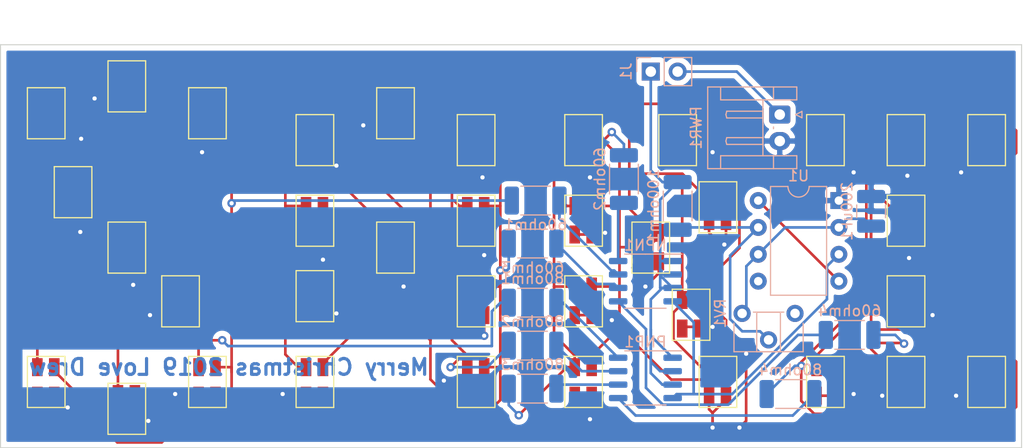
<source format=kicad_pcb>
(kicad_pcb (version 20171130) (host pcbnew "(5.1.2)-2")

  (general
    (thickness 1.6)
    (drawings 5)
    (tracks 609)
    (zones 0)
    (modules 52)
    (nets 23)
  )

  (page A4)
  (layers
    (0 F.Cu signal)
    (31 B.Cu signal)
    (32 B.Adhes user)
    (33 F.Adhes user hide)
    (34 B.Paste user)
    (35 F.Paste user hide)
    (36 B.SilkS user hide)
    (37 F.SilkS user hide)
    (38 B.Mask user)
    (39 F.Mask user hide)
    (40 Dwgs.User user)
    (41 Cmts.User user)
    (42 Eco1.User user)
    (43 Eco2.User user)
    (44 Edge.Cuts user)
    (45 Margin user)
    (46 B.CrtYd user)
    (47 F.CrtYd user hide)
    (48 B.Fab user)
    (49 F.Fab user hide)
  )

  (setup
    (last_trace_width 0.25)
    (trace_clearance 0.2)
    (zone_clearance 0.508)
    (zone_45_only no)
    (trace_min 0.2)
    (via_size 0.8)
    (via_drill 0.4)
    (via_min_size 0.4)
    (via_min_drill 0.3)
    (uvia_size 0.3)
    (uvia_drill 0.1)
    (uvias_allowed no)
    (uvia_min_size 0.2)
    (uvia_min_drill 0.1)
    (edge_width 0.05)
    (segment_width 0.2)
    (pcb_text_width 0.3)
    (pcb_text_size 1.5 1.5)
    (mod_edge_width 0.12)
    (mod_text_size 1 1)
    (mod_text_width 0.15)
    (pad_size 1.35 2.65)
    (pad_drill 0)
    (pad_to_mask_clearance 0.051)
    (solder_mask_min_width 0.25)
    (aux_axis_origin 0 0)
    (visible_elements 7FFFFFFF)
    (pcbplotparams
      (layerselection 0x010fc_ffffffff)
      (usegerberextensions false)
      (usegerberattributes false)
      (usegerberadvancedattributes false)
      (creategerberjobfile false)
      (excludeedgelayer true)
      (linewidth 0.100000)
      (plotframeref false)
      (viasonmask false)
      (mode 1)
      (useauxorigin false)
      (hpglpennumber 1)
      (hpglpenspeed 20)
      (hpglpendiameter 15.000000)
      (psnegative false)
      (psa4output false)
      (plotreference true)
      (plotvalue true)
      (plotinvisibletext false)
      (padsonsilk false)
      (subtractmaskfromsilk false)
      (outputformat 1)
      (mirror false)
      (drillshape 1)
      (scaleselection 1)
      (outputdirectory ""))
  )

  (net 0 "")
  (net 1 "Net-(100ohm1-Pad2)")
  (net 2 +3V3)
  (net 3 "Net-(200uF1-Pad2)")
  (net 4 GND)
  (net 5 "Net-(60ohm1-Pad2)")
  (net 6 "Net-(60ohm2-Pad2)")
  (net 7 "Net-(60ohm3-Pad2)")
  (net 8 "Net-(60ohm4-Pad2)")
  (net 9 "Net-(80ohm1-Pad1)")
  (net 10 "Net-(80ohm2-Pad1)")
  (net 11 "Net-(80ohm3-Pad1)")
  (net 12 "Net-(80ohm4-Pad1)")
  (net 13 "Net-(D1-Pad1)")
  (net 14 "Net-(D10-Pad1)")
  (net 15 "Net-(D10-Pad3)")
  (net 16 "Net-(D20-Pad1)")
  (net 17 "Net-(D20-Pad3)")
  (net 18 "Net-(D29-Pad1)")
  (net 19 "Net-(D29-Pad3)")
  (net 20 "Net-(NPN1-Pad4)")
  (net 21 "Net-(U1-Pad4)")
  (net 22 "Net-(D1-Pad3)")

  (net_class Default "This is the default net class."
    (clearance 0.2)
    (trace_width 0.25)
    (via_dia 0.8)
    (via_drill 0.4)
    (uvia_dia 0.3)
    (uvia_drill 0.1)
    (add_net +3V3)
    (add_net GND)
    (add_net "Net-(100ohm1-Pad2)")
    (add_net "Net-(200uF1-Pad2)")
    (add_net "Net-(60ohm1-Pad2)")
    (add_net "Net-(60ohm2-Pad2)")
    (add_net "Net-(60ohm3-Pad2)")
    (add_net "Net-(60ohm4-Pad2)")
    (add_net "Net-(80ohm1-Pad1)")
    (add_net "Net-(80ohm2-Pad1)")
    (add_net "Net-(80ohm3-Pad1)")
    (add_net "Net-(80ohm4-Pad1)")
    (add_net "Net-(D1-Pad1)")
    (add_net "Net-(D1-Pad3)")
    (add_net "Net-(D10-Pad1)")
    (add_net "Net-(D10-Pad3)")
    (add_net "Net-(D20-Pad1)")
    (add_net "Net-(D20-Pad3)")
    (add_net "Net-(D29-Pad1)")
    (add_net "Net-(D29-Pad3)")
    (add_net "Net-(NPN1-Pad4)")
    (add_net "Net-(U1-Pad4)")
  )

  (module Connector_PinHeader_2.54mm:PinHeader_1x02_P2.54mm_Vertical (layer B.Cu) (tedit 5DC75594) (tstamp 5DC7C45C)
    (at 180.848 88.9 270)
    (descr "Through hole straight pin header, 1x02, 2.54mm pitch, single row")
    (tags "Through hole pin header THT 1x02 2.54mm single row")
    (path /5DD2F98B)
    (fp_text reference J1 (at 0 2.33 270) (layer B.SilkS)
      (effects (font (size 1 1) (thickness 0.15)) (justify mirror))
    )
    (fp_text value Conn_01x02_Male (at 0 -4.87 270) (layer B.Fab)
      (effects (font (size 1 1) (thickness 0.15)) (justify mirror))
    )
    (fp_line (start -0.635 1.27) (end 1.27 1.27) (layer B.Fab) (width 0.1))
    (fp_line (start 1.27 1.27) (end 1.27 -3.81) (layer B.Fab) (width 0.1))
    (fp_line (start 1.27 -3.81) (end -1.27 -3.81) (layer B.Fab) (width 0.1))
    (fp_line (start -1.27 -3.81) (end -1.27 0.635) (layer B.Fab) (width 0.1))
    (fp_line (start -1.27 0.635) (end -0.635 1.27) (layer B.Fab) (width 0.1))
    (fp_line (start -1.33 -3.87) (end 1.33 -3.87) (layer B.SilkS) (width 0.12))
    (fp_line (start -1.33 -1.27) (end -1.33 -3.87) (layer B.SilkS) (width 0.12))
    (fp_line (start 1.33 -1.27) (end 1.33 -3.87) (layer B.SilkS) (width 0.12))
    (fp_line (start -1.33 -1.27) (end 1.33 -1.27) (layer B.SilkS) (width 0.12))
    (fp_line (start -1.33 0) (end -1.33 1.33) (layer B.SilkS) (width 0.12))
    (fp_line (start -1.33 1.33) (end 0 1.33) (layer B.SilkS) (width 0.12))
    (fp_line (start -1.8 1.8) (end -1.8 -4.35) (layer B.CrtYd) (width 0.05))
    (fp_line (start -1.8 -4.35) (end 1.8 -4.35) (layer B.CrtYd) (width 0.05))
    (fp_line (start 1.8 -4.35) (end 1.8 1.8) (layer B.CrtYd) (width 0.05))
    (fp_line (start 1.8 1.8) (end -1.8 1.8) (layer B.CrtYd) (width 0.05))
    (fp_text user %R (at 0 -1.27) (layer B.Fab)
      (effects (font (size 1 1) (thickness 0.15)) (justify mirror))
    )
    (pad 1 thru_hole rect (at 0 0 270) (size 1.7 1.7) (drill 1) (layers *.Cu *.Mask)
      (net 2 +3V3))
    (pad 2 thru_hole oval (at 0 -2.54 270) (size 1.7 1.7) (drill 1) (layers *.Cu *.Mask)
      (net 2 +3V3))
    (model ${KISYS3DMOD}/Connector_PinHeader_2.54mm.3dshapes/PinHeader_1x02_P2.54mm_Vertical.wrl
      (at (xyz 0 0 0))
      (scale (xyz 1 1 1))
      (rotate (xyz 0 0 0))
    )
  )

  (module Package_DIP:DIP-8_W7.62mm (layer B.Cu) (tedit 5A02E8C5) (tstamp 5DC629CB)
    (at 198.628 101.092 180)
    (descr "8-lead though-hole mounted DIP package, row spacing 7.62 mm (300 mils)")
    (tags "THT DIP DIL PDIP 2.54mm 7.62mm 300mil")
    (path /5DC0AC57)
    (fp_text reference U1 (at 3.81 2.33) (layer B.SilkS)
      (effects (font (size 1 1) (thickness 0.15)) (justify mirror))
    )
    (fp_text value TLC555 (at 3.81 -9.95) (layer B.Fab)
      (effects (font (size 1 1) (thickness 0.15)) (justify mirror))
    )
    (fp_text user %R (at 3.81 -3.81) (layer B.Fab)
      (effects (font (size 1 1) (thickness 0.15)) (justify mirror))
    )
    (fp_line (start 8.7 1.55) (end -1.1 1.55) (layer B.CrtYd) (width 0.05))
    (fp_line (start 8.7 -9.15) (end 8.7 1.55) (layer B.CrtYd) (width 0.05))
    (fp_line (start -1.1 -9.15) (end 8.7 -9.15) (layer B.CrtYd) (width 0.05))
    (fp_line (start -1.1 1.55) (end -1.1 -9.15) (layer B.CrtYd) (width 0.05))
    (fp_line (start 6.46 1.33) (end 4.81 1.33) (layer B.SilkS) (width 0.12))
    (fp_line (start 6.46 -8.95) (end 6.46 1.33) (layer B.SilkS) (width 0.12))
    (fp_line (start 1.16 -8.95) (end 6.46 -8.95) (layer B.SilkS) (width 0.12))
    (fp_line (start 1.16 1.33) (end 1.16 -8.95) (layer B.SilkS) (width 0.12))
    (fp_line (start 2.81 1.33) (end 1.16 1.33) (layer B.SilkS) (width 0.12))
    (fp_line (start 0.635 0.27) (end 1.635 1.27) (layer B.Fab) (width 0.1))
    (fp_line (start 0.635 -8.89) (end 0.635 0.27) (layer B.Fab) (width 0.1))
    (fp_line (start 6.985 -8.89) (end 0.635 -8.89) (layer B.Fab) (width 0.1))
    (fp_line (start 6.985 1.27) (end 6.985 -8.89) (layer B.Fab) (width 0.1))
    (fp_line (start 1.635 1.27) (end 6.985 1.27) (layer B.Fab) (width 0.1))
    (fp_arc (start 3.81 1.33) (end 2.81 1.33) (angle 180) (layer B.SilkS) (width 0.12))
    (pad 8 thru_hole oval (at 7.62 0 180) (size 1.6 1.6) (drill 0.8) (layers *.Cu *.Mask)
      (net 21 "Net-(U1-Pad4)"))
    (pad 4 thru_hole oval (at 0 -7.62 180) (size 1.6 1.6) (drill 0.8) (layers *.Cu *.Mask)
      (net 21 "Net-(U1-Pad4)"))
    (pad 7 thru_hole oval (at 7.62 -2.54 180) (size 1.6 1.6) (drill 0.8) (layers *.Cu *.Mask)
      (net 1 "Net-(100ohm1-Pad2)"))
    (pad 3 thru_hole oval (at 0 -5.08 180) (size 1.6 1.6) (drill 0.8) (layers *.Cu *.Mask)
      (net 20 "Net-(NPN1-Pad4)"))
    (pad 6 thru_hole oval (at 7.62 -5.08 180) (size 1.6 1.6) (drill 0.8) (layers *.Cu *.Mask)
      (net 3 "Net-(200uF1-Pad2)"))
    (pad 2 thru_hole oval (at 0 -2.54 180) (size 1.6 1.6) (drill 0.8) (layers *.Cu *.Mask)
      (net 3 "Net-(200uF1-Pad2)"))
    (pad 5 thru_hole oval (at 7.62 -7.62 180) (size 1.6 1.6) (drill 0.8) (layers *.Cu *.Mask))
    (pad 1 thru_hole rect (at 0 0 180) (size 1.6 1.6) (drill 0.8) (layers *.Cu *.Mask)
      (net 4 GND))
    (model ${KISYS3DMOD}/Package_DIP.3dshapes/DIP-8_W7.62mm.wrl
      (at (xyz 0 0 0))
      (scale (xyz 1 1 1))
      (rotate (xyz 0 0 0))
    )
  )

  (module Potentiometer_THT:Potentiometer_ACP_CA6-H2,5_Horizontal (layer B.Cu) (tedit 5A3D4994) (tstamp 5DC629AF)
    (at 189.484 111.76 270)
    (descr "Potentiometer, horizontal, ACP CA6-H2,5, http://www.acptechnologies.com/wp-content/uploads/2017/06/01-ACP-CA6.pdf")
    (tags "Potentiometer horizontal ACP CA6-H2,5")
    (path /5DC17BE3)
    (fp_text reference RV1 (at 0 2.06 90) (layer B.SilkS)
      (effects (font (size 1 1) (thickness 0.15)) (justify mirror))
    )
    (fp_text value R_POT_US (at 0 -7.06 90) (layer B.Fab)
      (effects (font (size 1 1) (thickness 0.15)) (justify mirror))
    )
    (fp_text user %R (at 1.75 -2.5 90) (layer B.Fab)
      (effects (font (size 0.78 0.78) (thickness 0.15)) (justify mirror))
    )
    (fp_line (start 3.75 1.1) (end -1.1 1.1) (layer B.CrtYd) (width 0.05))
    (fp_line (start 3.75 -6.1) (end 3.75 1.1) (layer B.CrtYd) (width 0.05))
    (fp_line (start -1.1 -6.1) (end 3.75 -6.1) (layer B.CrtYd) (width 0.05))
    (fp_line (start -1.1 1.1) (end -1.1 -6.1) (layer B.CrtYd) (width 0.05))
    (fp_line (start 3.62 -1.38) (end 3.62 -3.62) (layer B.SilkS) (width 0.12))
    (fp_line (start -0.121 -1.38) (end -0.121 -3.62) (layer B.SilkS) (width 0.12))
    (fp_line (start -0.121 -3.62) (end 3.62 -3.62) (layer B.SilkS) (width 0.12))
    (fp_line (start -0.121 -1.38) (end 3.62 -1.38) (layer B.SilkS) (width 0.12))
    (fp_line (start -0.121 -1.066) (end -0.121 -3.935) (layer B.SilkS) (width 0.12))
    (fp_line (start 3.62 0.77) (end 3.62 -5.77) (layer B.SilkS) (width 0.12))
    (fp_line (start 0.925 -5.77) (end 3.62 -5.77) (layer B.SilkS) (width 0.12))
    (fp_line (start 0.925 0.77) (end 3.62 0.77) (layer B.SilkS) (width 0.12))
    (fp_line (start 3.5 -1.5) (end 0 -1.5) (layer B.Fab) (width 0.1))
    (fp_line (start 3.5 -3.5) (end 3.5 -1.5) (layer B.Fab) (width 0.1))
    (fp_line (start 0 -3.5) (end 3.5 -3.5) (layer B.Fab) (width 0.1))
    (fp_line (start 0 -1.5) (end 0 -3.5) (layer B.Fab) (width 0.1))
    (fp_line (start 0 0.65) (end 3.5 0.65) (layer B.Fab) (width 0.1))
    (fp_line (start 0 -5.65) (end 0 0.65) (layer B.Fab) (width 0.1))
    (fp_line (start 3.5 -5.65) (end 0 -5.65) (layer B.Fab) (width 0.1))
    (fp_line (start 3.5 0.65) (end 3.5 -5.65) (layer B.Fab) (width 0.1))
    (pad 1 thru_hole circle (at 0 0 270) (size 1.62 1.62) (drill 0.9) (layers *.Cu *.Mask)
      (net 3 "Net-(200uF1-Pad2)"))
    (pad 2 thru_hole circle (at 2.5 -2.5 270) (size 1.62 1.62) (drill 0.9) (layers *.Cu *.Mask)
      (net 1 "Net-(100ohm1-Pad2)"))
    (pad 3 thru_hole circle (at 0 -5 270) (size 1.62 1.62) (drill 0.9) (layers *.Cu *.Mask))
    (model ${KISYS3DMOD}/Potentiometer_THT.3dshapes/Potentiometer_ACP_CA6-H2,5_Horizontal.wrl
      (at (xyz 0 0 0))
      (scale (xyz 1 1 1))
      (rotate (xyz 0 0 0))
    )
  )

  (module Connector_JST:JST_EH_S2B-EH_1x02_P2.50mm_Horizontal (layer B.Cu) (tedit 5C281425) (tstamp 5DC62993)
    (at 193.04 92.964 270)
    (descr "JST EH series connector, S2B-EH (http://www.jst-mfg.com/product/pdf/eng/eEH.pdf), generated with kicad-footprint-generator")
    (tags "connector JST EH horizontal")
    (path /5DC23692)
    (fp_text reference PWR1 (at 1.25 7.9 90) (layer B.SilkS)
      (effects (font (size 1 1) (thickness 0.15)) (justify mirror))
    )
    (fp_text value Conn_01x02_Male (at 1.25 -2.7 90) (layer B.Fab)
      (effects (font (size 1 1) (thickness 0.15)) (justify mirror))
    )
    (fp_text user %R (at 1.25 2.6 90) (layer B.Fab)
      (effects (font (size 1 1) (thickness 0.15)) (justify mirror))
    )
    (fp_line (start 0 1.407107) (end 0.5 0.7) (layer B.Fab) (width 0.1))
    (fp_line (start -0.5 0.7) (end 0 1.407107) (layer B.Fab) (width 0.1))
    (fp_line (start 0.3 -2.1) (end 0 -1.5) (layer B.SilkS) (width 0.12))
    (fp_line (start -0.3 -2.1) (end 0.3 -2.1) (layer B.SilkS) (width 0.12))
    (fp_line (start 0 -1.5) (end -0.3 -2.1) (layer B.SilkS) (width 0.12))
    (fp_line (start 2.82 1.59) (end 2.5 1.59) (layer B.SilkS) (width 0.12))
    (fp_line (start 2.82 5.01) (end 2.82 1.59) (layer B.SilkS) (width 0.12))
    (fp_line (start 2.5 5.09) (end 2.82 5.01) (layer B.SilkS) (width 0.12))
    (fp_line (start 2.18 5.01) (end 2.5 5.09) (layer B.SilkS) (width 0.12))
    (fp_line (start 2.18 1.59) (end 2.18 5.01) (layer B.SilkS) (width 0.12))
    (fp_line (start 2.5 1.59) (end 2.18 1.59) (layer B.SilkS) (width 0.12))
    (fp_line (start 1.17 0.59) (end 1.33 0.59) (layer B.SilkS) (width 0.12))
    (fp_line (start 0.32 1.59) (end 0 1.59) (layer B.SilkS) (width 0.12))
    (fp_line (start 0.32 5.01) (end 0.32 1.59) (layer B.SilkS) (width 0.12))
    (fp_line (start 0 5.09) (end 0.32 5.01) (layer B.SilkS) (width 0.12))
    (fp_line (start -0.32 5.01) (end 0 5.09) (layer B.SilkS) (width 0.12))
    (fp_line (start -0.32 1.59) (end -0.32 5.01) (layer B.SilkS) (width 0.12))
    (fp_line (start 0 1.59) (end -0.32 1.59) (layer B.SilkS) (width 0.12))
    (fp_line (start -1.39 1.59) (end 3.89 1.59) (layer B.SilkS) (width 0.12))
    (fp_line (start 3.89 0.59) (end 5.11 0.59) (layer B.SilkS) (width 0.12))
    (fp_line (start 3.89 5.59) (end 3.89 0.59) (layer B.SilkS) (width 0.12))
    (fp_line (start 5.11 5.59) (end 3.89 5.59) (layer B.SilkS) (width 0.12))
    (fp_line (start -1.39 0.59) (end -2.61 0.59) (layer B.SilkS) (width 0.12))
    (fp_line (start -1.39 5.59) (end -1.39 0.59) (layer B.SilkS) (width 0.12))
    (fp_line (start -2.61 5.59) (end -1.39 5.59) (layer B.SilkS) (width 0.12))
    (fp_line (start 3.89 -1.61) (end 3.89 0.59) (layer B.SilkS) (width 0.12))
    (fp_line (start 5.11 -1.61) (end 3.89 -1.61) (layer B.SilkS) (width 0.12))
    (fp_line (start 5.11 6.81) (end 5.11 -1.61) (layer B.SilkS) (width 0.12))
    (fp_line (start -2.61 6.81) (end 5.11 6.81) (layer B.SilkS) (width 0.12))
    (fp_line (start -2.61 -1.61) (end -2.61 6.81) (layer B.SilkS) (width 0.12))
    (fp_line (start -1.39 -1.61) (end -2.61 -1.61) (layer B.SilkS) (width 0.12))
    (fp_line (start -1.39 0.59) (end -1.39 -1.61) (layer B.SilkS) (width 0.12))
    (fp_line (start 5.5 7.2) (end -3 7.2) (layer B.CrtYd) (width 0.05))
    (fp_line (start 5.5 -2) (end 5.5 7.2) (layer B.CrtYd) (width 0.05))
    (fp_line (start -3 -2) (end 5.5 -2) (layer B.CrtYd) (width 0.05))
    (fp_line (start -3 7.2) (end -3 -2) (layer B.CrtYd) (width 0.05))
    (fp_line (start 4 0.7) (end -1.5 0.7) (layer B.Fab) (width 0.1))
    (fp_line (start 4 -1.5) (end 4 0.7) (layer B.Fab) (width 0.1))
    (fp_line (start 5 -1.5) (end 4 -1.5) (layer B.Fab) (width 0.1))
    (fp_line (start 5 6.7) (end 5 -1.5) (layer B.Fab) (width 0.1))
    (fp_line (start -2.5 6.7) (end 5 6.7) (layer B.Fab) (width 0.1))
    (fp_line (start -2.5 -1.5) (end -2.5 6.7) (layer B.Fab) (width 0.1))
    (fp_line (start -1.5 -1.5) (end -2.5 -1.5) (layer B.Fab) (width 0.1))
    (fp_line (start -1.5 0.7) (end -1.5 -1.5) (layer B.Fab) (width 0.1))
    (pad 2 thru_hole oval (at 2.5 0 270) (size 1.7 2) (drill 1) (layers *.Cu *.Mask)
      (net 4 GND))
    (pad 1 thru_hole roundrect (at 0 0 270) (size 1.7 2) (drill 1) (layers *.Cu *.Mask) (roundrect_rratio 0.147059)
      (net 2 +3V3))
    (model ${KISYS3DMOD}/Connector_JST.3dshapes/JST_EH_S2B-EH_1x02_P2.50mm_Horizontal.wrl
      (at (xyz 0 0 0))
      (scale (xyz 1 1 1))
      (rotate (xyz 0 0 0))
    )
  )

  (module Package_SO:SO-8_3.9x4.9mm_P1.27mm (layer B.Cu) (tedit 5C509AD1) (tstamp 5DC62960)
    (at 180.34 117.856 180)
    (descr "SO, 8 Pin (https://www.nxp.com/docs/en/data-sheet/PCF8523.pdf), generated with kicad-footprint-generator ipc_gullwing_generator.py")
    (tags "SO SO")
    (path /5DD6611F)
    (attr smd)
    (fp_text reference PNP1 (at 0 3.4) (layer B.SilkS)
      (effects (font (size 1 1) (thickness 0.15)) (justify mirror))
    )
    (fp_text value Mosfet8 (at 0 -3.4) (layer B.Fab)
      (effects (font (size 1 1) (thickness 0.15)) (justify mirror))
    )
    (fp_text user %R (at 0 0) (layer B.Fab)
      (effects (font (size 0.98 0.98) (thickness 0.15)) (justify mirror))
    )
    (fp_line (start 3.7 2.7) (end -3.7 2.7) (layer B.CrtYd) (width 0.05))
    (fp_line (start 3.7 -2.7) (end 3.7 2.7) (layer B.CrtYd) (width 0.05))
    (fp_line (start -3.7 -2.7) (end 3.7 -2.7) (layer B.CrtYd) (width 0.05))
    (fp_line (start -3.7 2.7) (end -3.7 -2.7) (layer B.CrtYd) (width 0.05))
    (fp_line (start -1.95 1.475) (end -0.975 2.45) (layer B.Fab) (width 0.1))
    (fp_line (start -1.95 -2.45) (end -1.95 1.475) (layer B.Fab) (width 0.1))
    (fp_line (start 1.95 -2.45) (end -1.95 -2.45) (layer B.Fab) (width 0.1))
    (fp_line (start 1.95 2.45) (end 1.95 -2.45) (layer B.Fab) (width 0.1))
    (fp_line (start -0.975 2.45) (end 1.95 2.45) (layer B.Fab) (width 0.1))
    (fp_line (start 0 2.56) (end -3.45 2.56) (layer B.SilkS) (width 0.12))
    (fp_line (start 0 2.56) (end 1.95 2.56) (layer B.SilkS) (width 0.12))
    (fp_line (start 0 -2.56) (end -1.95 -2.56) (layer B.SilkS) (width 0.12))
    (fp_line (start 0 -2.56) (end 1.95 -2.56) (layer B.SilkS) (width 0.12))
    (pad 8 smd roundrect (at 2.575 1.905 180) (size 1.75 0.6) (layers B.Cu B.Paste B.Mask) (roundrect_rratio 0.25)
      (net 9 "Net-(80ohm1-Pad1)"))
    (pad 7 smd roundrect (at 2.575 0.635 180) (size 1.75 0.6) (layers B.Cu B.Paste B.Mask) (roundrect_rratio 0.25)
      (net 10 "Net-(80ohm2-Pad1)"))
    (pad 6 smd roundrect (at 2.575 -0.635 180) (size 1.75 0.6) (layers B.Cu B.Paste B.Mask) (roundrect_rratio 0.25)
      (net 11 "Net-(80ohm3-Pad1)"))
    (pad 5 smd roundrect (at 2.575 -1.905 180) (size 1.75 0.6) (layers B.Cu B.Paste B.Mask) (roundrect_rratio 0.25)
      (net 12 "Net-(80ohm4-Pad1)"))
    (pad 4 smd roundrect (at -2.575 -1.905 180) (size 1.75 0.6) (layers B.Cu B.Paste B.Mask) (roundrect_rratio 0.25)
      (net 20 "Net-(NPN1-Pad4)"))
    (pad 3 smd roundrect (at -2.575 -0.635 180) (size 1.75 0.6) (layers B.Cu B.Paste B.Mask) (roundrect_rratio 0.25)
      (net 2 +3V3))
    (pad 2 smd roundrect (at -2.575 0.635 180) (size 1.75 0.6) (layers B.Cu B.Paste B.Mask) (roundrect_rratio 0.25)
      (net 2 +3V3))
    (pad 1 smd roundrect (at -2.575 1.905 180) (size 1.75 0.6) (layers B.Cu B.Paste B.Mask) (roundrect_rratio 0.25)
      (net 2 +3V3))
    (model ${KISYS3DMOD}/Package_SO.3dshapes/SO-8_3.9x4.9mm_P1.27mm.wrl
      (at (xyz 0 0 0))
      (scale (xyz 1 1 1))
      (rotate (xyz 0 0 0))
    )
  )

  (module Package_SO:SO-8_3.9x4.9mm_P1.27mm (layer B.Cu) (tedit 5C509AD1) (tstamp 5DC62946)
    (at 180.34 108.712 180)
    (descr "SO, 8 Pin (https://www.nxp.com/docs/en/data-sheet/PCF8523.pdf), generated with kicad-footprint-generator ipc_gullwing_generator.py")
    (tags "SO SO")
    (path /5DD635F0)
    (attr smd)
    (fp_text reference NPN1 (at 0 3.4) (layer B.SilkS)
      (effects (font (size 1 1) (thickness 0.15)) (justify mirror))
    )
    (fp_text value Mosfet8 (at 0 -3.4) (layer B.Fab)
      (effects (font (size 1 1) (thickness 0.15)) (justify mirror))
    )
    (fp_text user %R (at 0 0) (layer B.Fab)
      (effects (font (size 0.98 0.98) (thickness 0.15)) (justify mirror))
    )
    (fp_line (start 3.7 2.7) (end -3.7 2.7) (layer B.CrtYd) (width 0.05))
    (fp_line (start 3.7 -2.7) (end 3.7 2.7) (layer B.CrtYd) (width 0.05))
    (fp_line (start -3.7 -2.7) (end 3.7 -2.7) (layer B.CrtYd) (width 0.05))
    (fp_line (start -3.7 2.7) (end -3.7 -2.7) (layer B.CrtYd) (width 0.05))
    (fp_line (start -1.95 1.475) (end -0.975 2.45) (layer B.Fab) (width 0.1))
    (fp_line (start -1.95 -2.45) (end -1.95 1.475) (layer B.Fab) (width 0.1))
    (fp_line (start 1.95 -2.45) (end -1.95 -2.45) (layer B.Fab) (width 0.1))
    (fp_line (start 1.95 2.45) (end 1.95 -2.45) (layer B.Fab) (width 0.1))
    (fp_line (start -0.975 2.45) (end 1.95 2.45) (layer B.Fab) (width 0.1))
    (fp_line (start 0 2.56) (end -3.45 2.56) (layer B.SilkS) (width 0.12))
    (fp_line (start 0 2.56) (end 1.95 2.56) (layer B.SilkS) (width 0.12))
    (fp_line (start 0 -2.56) (end -1.95 -2.56) (layer B.SilkS) (width 0.12))
    (fp_line (start 0 -2.56) (end 1.95 -2.56) (layer B.SilkS) (width 0.12))
    (pad 8 smd roundrect (at 2.575 1.905 180) (size 1.75 0.6) (layers B.Cu B.Paste B.Mask) (roundrect_rratio 0.25)
      (net 6 "Net-(60ohm2-Pad2)"))
    (pad 7 smd roundrect (at 2.575 0.635 180) (size 1.75 0.6) (layers B.Cu B.Paste B.Mask) (roundrect_rratio 0.25)
      (net 5 "Net-(60ohm1-Pad2)"))
    (pad 6 smd roundrect (at 2.575 -0.635 180) (size 1.75 0.6) (layers B.Cu B.Paste B.Mask) (roundrect_rratio 0.25)
      (net 7 "Net-(60ohm3-Pad2)"))
    (pad 5 smd roundrect (at 2.575 -1.905 180) (size 1.75 0.6) (layers B.Cu B.Paste B.Mask) (roundrect_rratio 0.25)
      (net 8 "Net-(60ohm4-Pad2)"))
    (pad 4 smd roundrect (at -2.575 -1.905 180) (size 1.75 0.6) (layers B.Cu B.Paste B.Mask) (roundrect_rratio 0.25)
      (net 20 "Net-(NPN1-Pad4)"))
    (pad 3 smd roundrect (at -2.575 -0.635 180) (size 1.75 0.6) (layers B.Cu B.Paste B.Mask) (roundrect_rratio 0.25)
      (net 2 +3V3))
    (pad 2 smd roundrect (at -2.575 0.635 180) (size 1.75 0.6) (layers B.Cu B.Paste B.Mask) (roundrect_rratio 0.25)
      (net 2 +3V3))
    (pad 1 smd roundrect (at -2.575 1.905 180) (size 1.75 0.6) (layers B.Cu B.Paste B.Mask) (roundrect_rratio 0.25)
      (net 2 +3V3))
    (model ${KISYS3DMOD}/Package_SO.3dshapes/SO-8_3.9x4.9mm_P1.27mm.wrl
      (at (xyz 0 0 0))
      (scale (xyz 1 1 1))
      (rotate (xyz 0 0 0))
    )
  )

  (module EndConnectors:DualLed (layer F.Cu) (tedit 5DC0810E) (tstamp 5DC6292C)
    (at 215.9 116.84 270)
    (path /5DCEABAB)
    (fp_text reference D36 (at 0 0.5 90) (layer F.SilkS) hide
      (effects (font (size 1 1) (thickness 0.15)))
    )
    (fp_text value "Dual Led" (at 0 -0.5 90) (layer F.Fab)
      (effects (font (size 1 1) (thickness 0.15)))
    )
    (fp_line (start -1.016 5.08) (end -1.016 1.524) (layer F.SilkS) (width 0.12))
    (fp_line (start 3.81 5.08) (end -1.016 5.08) (layer F.SilkS) (width 0.12))
    (fp_line (start 3.81 1.524) (end 3.81 5.08) (layer F.SilkS) (width 0.12))
    (fp_line (start -1.016 1.524) (end 3.81 1.524) (layer F.SilkS) (width 0.12))
    (pad 2 smd rect (at 2.7 4.14 270) (size 1.7 1) (layers F.Cu F.Paste F.Mask)
      (net 4 GND))
    (pad 1 smd rect (at 0 4.14 270) (size 1.7 1) (layers F.Cu F.Paste F.Mask)
      (net 18 "Net-(D29-Pad1)"))
    (pad 4 smd rect (at 2.7 2.54 270) (size 1.7 1) (layers F.Cu F.Paste F.Mask)
      (net 4 GND))
    (pad 3 smd rect (at 0 2.54 270) (size 1.7 1) (layers F.Cu F.Paste F.Mask)
      (net 19 "Net-(D29-Pad3)"))
  )

  (module EndConnectors:DualLed (layer F.Cu) (tedit 5DC0810E) (tstamp 5DC62920)
    (at 200.66 116.84 270)
    (path /5DCF823D)
    (fp_text reference D35 (at 0 0.5 90) (layer F.SilkS) hide
      (effects (font (size 1 1) (thickness 0.15)))
    )
    (fp_text value "Dual Led" (at 0 -0.5 90) (layer F.Fab)
      (effects (font (size 1 1) (thickness 0.15)))
    )
    (fp_line (start -1.016 5.08) (end -1.016 1.524) (layer F.SilkS) (width 0.12))
    (fp_line (start 3.81 5.08) (end -1.016 5.08) (layer F.SilkS) (width 0.12))
    (fp_line (start 3.81 1.524) (end 3.81 5.08) (layer F.SilkS) (width 0.12))
    (fp_line (start -1.016 1.524) (end 3.81 1.524) (layer F.SilkS) (width 0.12))
    (pad 2 smd rect (at 2.7 4.14 270) (size 1.7 1) (layers F.Cu F.Paste F.Mask)
      (net 4 GND))
    (pad 1 smd rect (at 0 4.14 270) (size 1.7 1) (layers F.Cu F.Paste F.Mask)
      (net 18 "Net-(D29-Pad1)"))
    (pad 4 smd rect (at 2.7 2.54 270) (size 1.7 1) (layers F.Cu F.Paste F.Mask)
      (net 4 GND))
    (pad 3 smd rect (at 0 2.54 270) (size 1.7 1) (layers F.Cu F.Paste F.Mask)
      (net 19 "Net-(D29-Pad3)"))
  )

  (module EndConnectors:DualLed (layer F.Cu) (tedit 5DC0810E) (tstamp 5DC62914)
    (at 215.9 93.98 270)
    (path /5DCF6A65)
    (fp_text reference D34 (at 0 0.5 90) (layer F.SilkS) hide
      (effects (font (size 1 1) (thickness 0.15)))
    )
    (fp_text value "Dual Led" (at 0 -0.5 90) (layer F.Fab)
      (effects (font (size 1 1) (thickness 0.15)))
    )
    (fp_line (start -1.016 5.08) (end -1.016 1.524) (layer F.SilkS) (width 0.12))
    (fp_line (start 3.81 5.08) (end -1.016 5.08) (layer F.SilkS) (width 0.12))
    (fp_line (start 3.81 1.524) (end 3.81 5.08) (layer F.SilkS) (width 0.12))
    (fp_line (start -1.016 1.524) (end 3.81 1.524) (layer F.SilkS) (width 0.12))
    (pad 2 smd rect (at 2.7 4.14 270) (size 1.7 1) (layers F.Cu F.Paste F.Mask)
      (net 4 GND))
    (pad 1 smd rect (at 0 4.14 270) (size 1.7 1) (layers F.Cu F.Paste F.Mask)
      (net 18 "Net-(D29-Pad1)"))
    (pad 4 smd rect (at 2.7 2.54 270) (size 1.7 1) (layers F.Cu F.Paste F.Mask)
      (net 4 GND))
    (pad 3 smd rect (at 0 2.54 270) (size 1.7 1) (layers F.Cu F.Paste F.Mask)
      (net 19 "Net-(D29-Pad3)"))
  )

  (module EndConnectors:DualLed (layer F.Cu) (tedit 5DC0810E) (tstamp 5DC62908)
    (at 208.28 93.98 270)
    (path /5DCED63E)
    (fp_text reference D33 (at 0 0.5 90) (layer F.SilkS) hide
      (effects (font (size 1 1) (thickness 0.15)))
    )
    (fp_text value "Dual Led" (at 0 -0.5 90) (layer F.Fab)
      (effects (font (size 1 1) (thickness 0.15)))
    )
    (fp_line (start -1.016 5.08) (end -1.016 1.524) (layer F.SilkS) (width 0.12))
    (fp_line (start 3.81 5.08) (end -1.016 5.08) (layer F.SilkS) (width 0.12))
    (fp_line (start 3.81 1.524) (end 3.81 5.08) (layer F.SilkS) (width 0.12))
    (fp_line (start -1.016 1.524) (end 3.81 1.524) (layer F.SilkS) (width 0.12))
    (pad 2 smd rect (at 2.7 4.14 270) (size 1.7 1) (layers F.Cu F.Paste F.Mask)
      (net 4 GND))
    (pad 1 smd rect (at 0 4.14 270) (size 1.7 1) (layers F.Cu F.Paste F.Mask)
      (net 18 "Net-(D29-Pad1)"))
    (pad 4 smd rect (at 2.7 2.54 270) (size 1.7 1) (layers F.Cu F.Paste F.Mask)
      (net 4 GND))
    (pad 3 smd rect (at 0 2.54 270) (size 1.7 1) (layers F.Cu F.Paste F.Mask)
      (net 19 "Net-(D29-Pad3)"))
  )

  (module EndConnectors:DualLed (layer F.Cu) (tedit 5DC0810E) (tstamp 5DC628FC)
    (at 200.66 93.98 270)
    (path /5DCEC14B)
    (fp_text reference D32 (at 0 0.5 90) (layer F.SilkS) hide
      (effects (font (size 1 1) (thickness 0.15)))
    )
    (fp_text value "Dual Led" (at 0 -0.5 90) (layer F.Fab)
      (effects (font (size 1 1) (thickness 0.15)))
    )
    (fp_line (start -1.016 5.08) (end -1.016 1.524) (layer F.SilkS) (width 0.12))
    (fp_line (start 3.81 5.08) (end -1.016 5.08) (layer F.SilkS) (width 0.12))
    (fp_line (start 3.81 1.524) (end 3.81 5.08) (layer F.SilkS) (width 0.12))
    (fp_line (start -1.016 1.524) (end 3.81 1.524) (layer F.SilkS) (width 0.12))
    (pad 2 smd rect (at 2.7 4.14 270) (size 1.7 1) (layers F.Cu F.Paste F.Mask)
      (net 4 GND))
    (pad 1 smd rect (at 0 4.14 270) (size 1.7 1) (layers F.Cu F.Paste F.Mask)
      (net 18 "Net-(D29-Pad1)"))
    (pad 4 smd rect (at 2.7 2.54 270) (size 1.7 1) (layers F.Cu F.Paste F.Mask)
      (net 4 GND))
    (pad 3 smd rect (at 0 2.54 270) (size 1.7 1) (layers F.Cu F.Paste F.Mask)
      (net 19 "Net-(D29-Pad3)"))
  )

  (module EndConnectors:DualLed (layer F.Cu) (tedit 5DC0810E) (tstamp 5DC628F0)
    (at 208.28 101.6 270)
    (path /5DCE9969)
    (fp_text reference D31 (at 0 0.5 90) (layer F.SilkS) hide
      (effects (font (size 1 1) (thickness 0.15)))
    )
    (fp_text value "Dual Led" (at 0 -0.5 90) (layer F.Fab)
      (effects (font (size 1 1) (thickness 0.15)))
    )
    (fp_line (start -1.016 5.08) (end -1.016 1.524) (layer F.SilkS) (width 0.12))
    (fp_line (start 3.81 5.08) (end -1.016 5.08) (layer F.SilkS) (width 0.12))
    (fp_line (start 3.81 1.524) (end 3.81 5.08) (layer F.SilkS) (width 0.12))
    (fp_line (start -1.016 1.524) (end 3.81 1.524) (layer F.SilkS) (width 0.12))
    (pad 2 smd rect (at 2.7 4.14 270) (size 1.7 1) (layers F.Cu F.Paste F.Mask)
      (net 4 GND))
    (pad 1 smd rect (at 0 4.14 270) (size 1.7 1) (layers F.Cu F.Paste F.Mask)
      (net 18 "Net-(D29-Pad1)"))
    (pad 4 smd rect (at 2.7 2.54 270) (size 1.7 1) (layers F.Cu F.Paste F.Mask)
      (net 4 GND))
    (pad 3 smd rect (at 0 2.54 270) (size 1.7 1) (layers F.Cu F.Paste F.Mask)
      (net 19 "Net-(D29-Pad3)"))
  )

  (module EndConnectors:DualLed (layer F.Cu) (tedit 5DC0810E) (tstamp 5DC628E4)
    (at 208.28 109.22 270)
    (path /5DCF5703)
    (fp_text reference D30 (at 0 0.5 90) (layer F.SilkS) hide
      (effects (font (size 1 1) (thickness 0.15)))
    )
    (fp_text value "Dual Led" (at 0 -0.5 90) (layer F.Fab)
      (effects (font (size 1 1) (thickness 0.15)))
    )
    (fp_line (start -1.016 5.08) (end -1.016 1.524) (layer F.SilkS) (width 0.12))
    (fp_line (start 3.81 5.08) (end -1.016 5.08) (layer F.SilkS) (width 0.12))
    (fp_line (start 3.81 1.524) (end 3.81 5.08) (layer F.SilkS) (width 0.12))
    (fp_line (start -1.016 1.524) (end 3.81 1.524) (layer F.SilkS) (width 0.12))
    (pad 2 smd rect (at 2.7 4.14 270) (size 1.7 1) (layers F.Cu F.Paste F.Mask)
      (net 4 GND))
    (pad 1 smd rect (at 0 4.14 270) (size 1.7 1) (layers F.Cu F.Paste F.Mask)
      (net 18 "Net-(D29-Pad1)"))
    (pad 4 smd rect (at 2.7 2.54 270) (size 1.7 1) (layers F.Cu F.Paste F.Mask)
      (net 4 GND))
    (pad 3 smd rect (at 0 2.54 270) (size 1.7 1) (layers F.Cu F.Paste F.Mask)
      (net 19 "Net-(D29-Pad3)"))
  )

  (module EndConnectors:DualLed (layer F.Cu) (tedit 5DC0810E) (tstamp 5DC628D8)
    (at 208.28 116.84 270)
    (path /5DCE847C)
    (fp_text reference D29 (at 0 0.5 90) (layer F.SilkS) hide
      (effects (font (size 1 1) (thickness 0.15)))
    )
    (fp_text value "Dual Led" (at 0 -0.5 90) (layer F.Fab)
      (effects (font (size 1 1) (thickness 0.15)))
    )
    (fp_line (start -1.016 5.08) (end -1.016 1.524) (layer F.SilkS) (width 0.12))
    (fp_line (start 3.81 5.08) (end -1.016 5.08) (layer F.SilkS) (width 0.12))
    (fp_line (start 3.81 1.524) (end 3.81 5.08) (layer F.SilkS) (width 0.12))
    (fp_line (start -1.016 1.524) (end 3.81 1.524) (layer F.SilkS) (width 0.12))
    (pad 2 smd rect (at 2.7 4.14 270) (size 1.7 1) (layers F.Cu F.Paste F.Mask)
      (net 4 GND))
    (pad 1 smd rect (at 0 4.14 270) (size 1.7 1) (layers F.Cu F.Paste F.Mask)
      (net 18 "Net-(D29-Pad1)"))
    (pad 4 smd rect (at 2.7 2.54 270) (size 1.7 1) (layers F.Cu F.Paste F.Mask)
      (net 4 GND))
    (pad 3 smd rect (at 0 2.54 270) (size 1.7 1) (layers F.Cu F.Paste F.Mask)
      (net 19 "Net-(D29-Pad3)"))
  )

  (module EndConnectors:DualLed (layer F.Cu) (tedit 5DC0810E) (tstamp 5DC628CC)
    (at 190.5 116.84 270)
    (path /5DCE27C8)
    (fp_text reference D28 (at 0 0.5 90) (layer F.SilkS) hide
      (effects (font (size 1 1) (thickness 0.15)))
    )
    (fp_text value "Dual Led" (at 0 -0.5 90) (layer F.Fab)
      (effects (font (size 1 1) (thickness 0.15)))
    )
    (fp_line (start -1.016 5.08) (end -1.016 1.524) (layer F.SilkS) (width 0.12))
    (fp_line (start 3.81 5.08) (end -1.016 5.08) (layer F.SilkS) (width 0.12))
    (fp_line (start 3.81 1.524) (end 3.81 5.08) (layer F.SilkS) (width 0.12))
    (fp_line (start -1.016 1.524) (end 3.81 1.524) (layer F.SilkS) (width 0.12))
    (pad 2 smd rect (at 2.7 4.14 270) (size 1.7 1) (layers F.Cu F.Paste F.Mask)
      (net 4 GND))
    (pad 1 smd rect (at 0 4.14 270) (size 1.7 1) (layers F.Cu F.Paste F.Mask)
      (net 16 "Net-(D20-Pad1)"))
    (pad 4 smd rect (at 2.7 2.54 270) (size 1.7 1) (layers F.Cu F.Paste F.Mask)
      (net 4 GND))
    (pad 3 smd rect (at 0 2.54 270) (size 1.7 1) (layers F.Cu F.Paste F.Mask)
      (net 17 "Net-(D20-Pad3)"))
  )

  (module EndConnectors:DualLed (layer F.Cu) (tedit 5DC0810E) (tstamp 5DC628C0)
    (at 187.96 110.49 270)
    (path /5DCDFEB3)
    (fp_text reference D27 (at 0 0.5 90) (layer F.SilkS) hide
      (effects (font (size 1 1) (thickness 0.15)))
    )
    (fp_text value "Dual Led" (at 0 -0.5 90) (layer F.Fab)
      (effects (font (size 1 1) (thickness 0.15)))
    )
    (fp_line (start -1.016 5.08) (end -1.016 1.524) (layer F.SilkS) (width 0.12))
    (fp_line (start 3.81 5.08) (end -1.016 5.08) (layer F.SilkS) (width 0.12))
    (fp_line (start 3.81 1.524) (end 3.81 5.08) (layer F.SilkS) (width 0.12))
    (fp_line (start -1.016 1.524) (end 3.81 1.524) (layer F.SilkS) (width 0.12))
    (pad 2 smd rect (at 2.7 4.14 270) (size 1.7 1) (layers F.Cu F.Paste F.Mask)
      (net 4 GND))
    (pad 1 smd rect (at 0 4.14 270) (size 1.7 1) (layers F.Cu F.Paste F.Mask)
      (net 16 "Net-(D20-Pad1)"))
    (pad 4 smd rect (at 2.7 2.54 270) (size 1.7 1) (layers F.Cu F.Paste F.Mask)
      (net 4 GND))
    (pad 3 smd rect (at 0 2.54 270) (size 1.7 1) (layers F.Cu F.Paste F.Mask)
      (net 17 "Net-(D20-Pad3)"))
  )

  (module EndConnectors:DualLed (layer F.Cu) (tedit 5DC0810E) (tstamp 5DC628B4)
    (at 190.5 100.33 270)
    (path /5DCE10C9)
    (fp_text reference D26 (at 0 0.5 90) (layer F.SilkS) hide
      (effects (font (size 1 1) (thickness 0.15)))
    )
    (fp_text value "Dual Led" (at 0 -0.5 90) (layer F.Fab)
      (effects (font (size 1 1) (thickness 0.15)))
    )
    (fp_line (start -1.016 5.08) (end -1.016 1.524) (layer F.SilkS) (width 0.12))
    (fp_line (start 3.81 5.08) (end -1.016 5.08) (layer F.SilkS) (width 0.12))
    (fp_line (start 3.81 1.524) (end 3.81 5.08) (layer F.SilkS) (width 0.12))
    (fp_line (start -1.016 1.524) (end 3.81 1.524) (layer F.SilkS) (width 0.12))
    (pad 2 smd rect (at 2.7 4.14 270) (size 1.7 1) (layers F.Cu F.Paste F.Mask)
      (net 4 GND))
    (pad 1 smd rect (at 0 4.14 270) (size 1.7 1) (layers F.Cu F.Paste F.Mask)
      (net 16 "Net-(D20-Pad1)"))
    (pad 4 smd rect (at 2.7 2.54 270) (size 1.7 1) (layers F.Cu F.Paste F.Mask)
      (net 4 GND))
    (pad 3 smd rect (at 0 2.54 270) (size 1.7 1) (layers F.Cu F.Paste F.Mask)
      (net 17 "Net-(D20-Pad3)"))
  )

  (module EndConnectors:DualLed (layer F.Cu) (tedit 5DC0810E) (tstamp 5DC628A8)
    (at 186.69 93.98 270)
    (path /5DCDEC1D)
    (fp_text reference D25 (at 0 0.5 90) (layer F.SilkS) hide
      (effects (font (size 1 1) (thickness 0.15)))
    )
    (fp_text value "Dual Led" (at 0 -0.5 90) (layer F.Fab)
      (effects (font (size 1 1) (thickness 0.15)))
    )
    (fp_line (start -1.016 5.08) (end -1.016 1.524) (layer F.SilkS) (width 0.12))
    (fp_line (start 3.81 5.08) (end -1.016 5.08) (layer F.SilkS) (width 0.12))
    (fp_line (start 3.81 1.524) (end 3.81 5.08) (layer F.SilkS) (width 0.12))
    (fp_line (start -1.016 1.524) (end 3.81 1.524) (layer F.SilkS) (width 0.12))
    (pad 2 smd rect (at 2.7 4.14 270) (size 1.7 1) (layers F.Cu F.Paste F.Mask)
      (net 4 GND))
    (pad 1 smd rect (at 0 4.14 270) (size 1.7 1) (layers F.Cu F.Paste F.Mask)
      (net 16 "Net-(D20-Pad1)"))
    (pad 4 smd rect (at 2.7 2.54 270) (size 1.7 1) (layers F.Cu F.Paste F.Mask)
      (net 4 GND))
    (pad 3 smd rect (at 0 2.54 270) (size 1.7 1) (layers F.Cu F.Paste F.Mask)
      (net 17 "Net-(D20-Pad3)"))
  )

  (module EndConnectors:DualLed (layer F.Cu) (tedit 5DC0810E) (tstamp 5DC6289C)
    (at 184.15 104.14 270)
    (path /5DCDC917)
    (fp_text reference D24 (at 0 0.5 90) (layer F.SilkS) hide
      (effects (font (size 1 1) (thickness 0.15)))
    )
    (fp_text value "Dual Led" (at 0 -0.5 90) (layer F.Fab)
      (effects (font (size 1 1) (thickness 0.15)))
    )
    (fp_line (start -1.016 5.08) (end -1.016 1.524) (layer F.SilkS) (width 0.12))
    (fp_line (start 3.81 5.08) (end -1.016 5.08) (layer F.SilkS) (width 0.12))
    (fp_line (start 3.81 1.524) (end 3.81 5.08) (layer F.SilkS) (width 0.12))
    (fp_line (start -1.016 1.524) (end 3.81 1.524) (layer F.SilkS) (width 0.12))
    (pad 2 smd rect (at 2.7 4.14 270) (size 1.7 1) (layers F.Cu F.Paste F.Mask)
      (net 4 GND))
    (pad 1 smd rect (at 0 4.14 270) (size 1.7 1) (layers F.Cu F.Paste F.Mask)
      (net 16 "Net-(D20-Pad1)"))
    (pad 4 smd rect (at 2.7 2.54 270) (size 1.7 1) (layers F.Cu F.Paste F.Mask)
      (net 4 GND))
    (pad 3 smd rect (at 0 2.54 270) (size 1.7 1) (layers F.Cu F.Paste F.Mask)
      (net 17 "Net-(D20-Pad3)"))
  )

  (module EndConnectors:DualLed (layer F.Cu) (tedit 5DC0810E) (tstamp 5DC62890)
    (at 177.8 93.98 270)
    (path /5DCD8FDC)
    (fp_text reference D23 (at 0 0.5 90) (layer F.SilkS) hide
      (effects (font (size 1 1) (thickness 0.15)))
    )
    (fp_text value "Dual Led" (at 0 -0.5 90) (layer F.Fab)
      (effects (font (size 1 1) (thickness 0.15)))
    )
    (fp_line (start -1.016 5.08) (end -1.016 1.524) (layer F.SilkS) (width 0.12))
    (fp_line (start 3.81 5.08) (end -1.016 5.08) (layer F.SilkS) (width 0.12))
    (fp_line (start 3.81 1.524) (end 3.81 5.08) (layer F.SilkS) (width 0.12))
    (fp_line (start -1.016 1.524) (end 3.81 1.524) (layer F.SilkS) (width 0.12))
    (pad 2 smd rect (at 2.7 4.14 270) (size 1.7 1) (layers F.Cu F.Paste F.Mask)
      (net 4 GND))
    (pad 1 smd rect (at 0 4.14 270) (size 1.7 1) (layers F.Cu F.Paste F.Mask)
      (net 16 "Net-(D20-Pad1)"))
    (pad 4 smd rect (at 2.7 2.54 270) (size 1.7 1) (layers F.Cu F.Paste F.Mask)
      (net 4 GND))
    (pad 3 smd rect (at 0 2.54 270) (size 1.7 1) (layers F.Cu F.Paste F.Mask)
      (net 17 "Net-(D20-Pad3)"))
  )

  (module EndConnectors:DualLed (layer F.Cu) (tedit 5DC0810E) (tstamp 5DC62884)
    (at 177.8 101.6 270)
    (path /5DCD79E5)
    (fp_text reference D22 (at 0 0.5 90) (layer F.SilkS) hide
      (effects (font (size 1 1) (thickness 0.15)))
    )
    (fp_text value "Dual Led" (at 0 -0.5 90) (layer F.Fab)
      (effects (font (size 1 1) (thickness 0.15)))
    )
    (fp_line (start -1.016 5.08) (end -1.016 1.524) (layer F.SilkS) (width 0.12))
    (fp_line (start 3.81 5.08) (end -1.016 5.08) (layer F.SilkS) (width 0.12))
    (fp_line (start 3.81 1.524) (end 3.81 5.08) (layer F.SilkS) (width 0.12))
    (fp_line (start -1.016 1.524) (end 3.81 1.524) (layer F.SilkS) (width 0.12))
    (pad 2 smd rect (at 2.7 4.14 270) (size 1.7 1) (layers F.Cu F.Paste F.Mask)
      (net 4 GND))
    (pad 1 smd rect (at 0 4.14 270) (size 1.7 1) (layers F.Cu F.Paste F.Mask)
      (net 16 "Net-(D20-Pad1)"))
    (pad 4 smd rect (at 2.7 2.54 270) (size 1.7 1) (layers F.Cu F.Paste F.Mask)
      (net 4 GND))
    (pad 3 smd rect (at 0 2.54 270) (size 1.7 1) (layers F.Cu F.Paste F.Mask)
      (net 17 "Net-(D20-Pad3)"))
  )

  (module EndConnectors:DualLed (layer F.Cu) (tedit 5DC0810E) (tstamp 5DC62878)
    (at 177.8 109.22 270)
    (path /5DCDA2D8)
    (fp_text reference D21 (at 0 0.5 90) (layer F.SilkS) hide
      (effects (font (size 1 1) (thickness 0.15)))
    )
    (fp_text value "Dual Led" (at 0 -0.5 90) (layer F.Fab)
      (effects (font (size 1 1) (thickness 0.15)))
    )
    (fp_line (start -1.016 5.08) (end -1.016 1.524) (layer F.SilkS) (width 0.12))
    (fp_line (start 3.81 5.08) (end -1.016 5.08) (layer F.SilkS) (width 0.12))
    (fp_line (start 3.81 1.524) (end 3.81 5.08) (layer F.SilkS) (width 0.12))
    (fp_line (start -1.016 1.524) (end 3.81 1.524) (layer F.SilkS) (width 0.12))
    (pad 2 smd rect (at 2.7 4.14 270) (size 1.7 1) (layers F.Cu F.Paste F.Mask)
      (net 4 GND))
    (pad 1 smd rect (at 0 4.14 270) (size 1.7 1) (layers F.Cu F.Paste F.Mask)
      (net 16 "Net-(D20-Pad1)"))
    (pad 4 smd rect (at 2.7 2.54 270) (size 1.7 1) (layers F.Cu F.Paste F.Mask)
      (net 4 GND))
    (pad 3 smd rect (at 0 2.54 270) (size 1.7 1) (layers F.Cu F.Paste F.Mask)
      (net 17 "Net-(D20-Pad3)"))
  )

  (module EndConnectors:DualLed (layer F.Cu) (tedit 5DC0810E) (tstamp 5DC6286C)
    (at 177.8 116.84 270)
    (path /5DCDB69E)
    (fp_text reference D20 (at 0 0.5 90) (layer F.SilkS) hide
      (effects (font (size 1 1) (thickness 0.15)))
    )
    (fp_text value "Dual Led" (at 0 -0.5 90) (layer F.Fab)
      (effects (font (size 1 1) (thickness 0.15)))
    )
    (fp_line (start -1.016 5.08) (end -1.016 1.524) (layer F.SilkS) (width 0.12))
    (fp_line (start 3.81 5.08) (end -1.016 5.08) (layer F.SilkS) (width 0.12))
    (fp_line (start 3.81 1.524) (end 3.81 5.08) (layer F.SilkS) (width 0.12))
    (fp_line (start -1.016 1.524) (end 3.81 1.524) (layer F.SilkS) (width 0.12))
    (pad 2 smd rect (at 2.7 4.14 270) (size 1.7 1) (layers F.Cu F.Paste F.Mask)
      (net 4 GND))
    (pad 1 smd rect (at 0 4.14 270) (size 1.7 1) (layers F.Cu F.Paste F.Mask)
      (net 16 "Net-(D20-Pad1)"))
    (pad 4 smd rect (at 2.7 2.54 270) (size 1.7 1) (layers F.Cu F.Paste F.Mask)
      (net 4 GND))
    (pad 3 smd rect (at 0 2.54 270) (size 1.7 1) (layers F.Cu F.Paste F.Mask)
      (net 17 "Net-(D20-Pad3)"))
  )

  (module EndConnectors:DualLed (layer F.Cu) (tedit 5DC0810E) (tstamp 5DC62860)
    (at 160.02 104.14 270)
    (path /5DCD43C9)
    (fp_text reference D19 (at 0 0.5 90) (layer F.SilkS) hide
      (effects (font (size 1 1) (thickness 0.15)))
    )
    (fp_text value "Dual Led" (at 0 -0.5 90) (layer F.Fab)
      (effects (font (size 1 1) (thickness 0.15)))
    )
    (fp_line (start -1.016 5.08) (end -1.016 1.524) (layer F.SilkS) (width 0.12))
    (fp_line (start 3.81 5.08) (end -1.016 5.08) (layer F.SilkS) (width 0.12))
    (fp_line (start 3.81 1.524) (end 3.81 5.08) (layer F.SilkS) (width 0.12))
    (fp_line (start -1.016 1.524) (end 3.81 1.524) (layer F.SilkS) (width 0.12))
    (pad 2 smd rect (at 2.7 4.14 270) (size 1.7 1) (layers F.Cu F.Paste F.Mask)
      (net 4 GND))
    (pad 1 smd rect (at 0 4.14 270) (size 1.7 1) (layers F.Cu F.Paste F.Mask)
      (net 14 "Net-(D10-Pad1)"))
    (pad 4 smd rect (at 2.7 2.54 270) (size 1.7 1) (layers F.Cu F.Paste F.Mask)
      (net 4 GND))
    (pad 3 smd rect (at 0 2.54 270) (size 1.7 1) (layers F.Cu F.Paste F.Mask)
      (net 15 "Net-(D10-Pad3)"))
  )

  (module EndConnectors:DualLed (layer F.Cu) (tedit 5DC0810E) (tstamp 5DC684CD)
    (at 167.64 116.84 270)
    (path /5DCD1E19)
    (fp_text reference D18 (at 0 0.5 90) (layer F.SilkS) hide
      (effects (font (size 1 1) (thickness 0.15)))
    )
    (fp_text value "Dual Led" (at 0 -0.5 90) (layer F.Fab)
      (effects (font (size 1 1) (thickness 0.15)))
    )
    (fp_line (start -1.016 5.08) (end -1.016 1.524) (layer F.SilkS) (width 0.12))
    (fp_line (start 3.81 5.08) (end -1.016 5.08) (layer F.SilkS) (width 0.12))
    (fp_line (start 3.81 1.524) (end 3.81 5.08) (layer F.SilkS) (width 0.12))
    (fp_line (start -1.016 1.524) (end 3.81 1.524) (layer F.SilkS) (width 0.12))
    (pad 2 smd rect (at 2.7 4.14 270) (size 1.7 1) (layers F.Cu F.Paste F.Mask)
      (net 4 GND))
    (pad 1 smd rect (at 0 4.14 270) (size 1.7 1) (layers F.Cu F.Paste F.Mask)
      (net 14 "Net-(D10-Pad1)"))
    (pad 4 smd rect (at 2.7 2.54 270) (size 1.7 1) (layers F.Cu F.Paste F.Mask)
      (net 4 GND))
    (pad 3 smd rect (at 0 2.54 270) (size 1.7 1) (layers F.Cu F.Paste F.Mask)
      (net 15 "Net-(D10-Pad3)"))
  )

  (module EndConnectors:DualLed (layer F.Cu) (tedit 5DC0810E) (tstamp 5DC62848)
    (at 167.64 109.22 270)
    (path /5DCD0AD1)
    (fp_text reference D17 (at 0 0.5 90) (layer F.SilkS) hide
      (effects (font (size 1 1) (thickness 0.15)))
    )
    (fp_text value "Dual Led" (at 0 -0.5 90) (layer F.Fab)
      (effects (font (size 1 1) (thickness 0.15)))
    )
    (fp_line (start -1.016 5.08) (end -1.016 1.524) (layer F.SilkS) (width 0.12))
    (fp_line (start 3.81 5.08) (end -1.016 5.08) (layer F.SilkS) (width 0.12))
    (fp_line (start 3.81 1.524) (end 3.81 5.08) (layer F.SilkS) (width 0.12))
    (fp_line (start -1.016 1.524) (end 3.81 1.524) (layer F.SilkS) (width 0.12))
    (pad 2 smd rect (at 2.7 4.14 270) (size 1.7 1) (layers F.Cu F.Paste F.Mask)
      (net 4 GND))
    (pad 1 smd rect (at 0 4.14 270) (size 1.7 1) (layers F.Cu F.Paste F.Mask)
      (net 14 "Net-(D10-Pad1)"))
    (pad 4 smd rect (at 2.7 2.54 270) (size 1.7 1) (layers F.Cu F.Paste F.Mask)
      (net 4 GND))
    (pad 3 smd rect (at 0 2.54 270) (size 1.7 1) (layers F.Cu F.Paste F.Mask)
      (net 15 "Net-(D10-Pad3)"))
  )

  (module EndConnectors:DualLed (layer F.Cu) (tedit 5DC0810E) (tstamp 5DC6283C)
    (at 167.64 101.6 270)
    (path /5DCD3050)
    (fp_text reference D16 (at 0 0.5 90) (layer F.SilkS) hide
      (effects (font (size 1 1) (thickness 0.15)))
    )
    (fp_text value "Dual Led" (at 0 -0.5 90) (layer F.Fab)
      (effects (font (size 1 1) (thickness 0.15)))
    )
    (fp_line (start -1.016 5.08) (end -1.016 1.524) (layer F.SilkS) (width 0.12))
    (fp_line (start 3.81 5.08) (end -1.016 5.08) (layer F.SilkS) (width 0.12))
    (fp_line (start 3.81 1.524) (end 3.81 5.08) (layer F.SilkS) (width 0.12))
    (fp_line (start -1.016 1.524) (end 3.81 1.524) (layer F.SilkS) (width 0.12))
    (pad 2 smd rect (at 2.7 4.14 270) (size 1.7 1) (layers F.Cu F.Paste F.Mask)
      (net 4 GND))
    (pad 1 smd rect (at 0 4.14 270) (size 1.7 1) (layers F.Cu F.Paste F.Mask)
      (net 14 "Net-(D10-Pad1)"))
    (pad 4 smd rect (at 2.7 2.54 270) (size 1.7 1) (layers F.Cu F.Paste F.Mask)
      (net 4 GND))
    (pad 3 smd rect (at 0 2.54 270) (size 1.7 1) (layers F.Cu F.Paste F.Mask)
      (net 15 "Net-(D10-Pad3)"))
  )

  (module EndConnectors:DualLed (layer F.Cu) (tedit 5DC0810E) (tstamp 5DC62830)
    (at 167.64 93.98 270)
    (path /5DCD584D)
    (fp_text reference D15 (at 0 0.5 90) (layer F.SilkS) hide
      (effects (font (size 1 1) (thickness 0.15)))
    )
    (fp_text value "Dual Led" (at 0 -0.5 90) (layer F.Fab)
      (effects (font (size 1 1) (thickness 0.15)))
    )
    (fp_line (start -1.016 5.08) (end -1.016 1.524) (layer F.SilkS) (width 0.12))
    (fp_line (start 3.81 5.08) (end -1.016 5.08) (layer F.SilkS) (width 0.12))
    (fp_line (start 3.81 1.524) (end 3.81 5.08) (layer F.SilkS) (width 0.12))
    (fp_line (start -1.016 1.524) (end 3.81 1.524) (layer F.SilkS) (width 0.12))
    (pad 2 smd rect (at 2.7 4.14 270) (size 1.7 1) (layers F.Cu F.Paste F.Mask)
      (net 4 GND))
    (pad 1 smd rect (at 0 4.14 270) (size 1.7 1) (layers F.Cu F.Paste F.Mask)
      (net 14 "Net-(D10-Pad1)"))
    (pad 4 smd rect (at 2.7 2.54 270) (size 1.7 1) (layers F.Cu F.Paste F.Mask)
      (net 4 GND))
    (pad 3 smd rect (at 0 2.54 270) (size 1.7 1) (layers F.Cu F.Paste F.Mask)
      (net 15 "Net-(D10-Pad3)"))
  )

  (module EndConnectors:DualLed (layer F.Cu) (tedit 5DC0810E) (tstamp 5DC62824)
    (at 160.02 91.44 270)
    (path /5DCCF614)
    (fp_text reference D14 (at 0 0.5 90) (layer F.SilkS) hide
      (effects (font (size 1 1) (thickness 0.15)))
    )
    (fp_text value "Dual Led" (at 0 -0.5 90) (layer F.Fab)
      (effects (font (size 1 1) (thickness 0.15)))
    )
    (fp_line (start -1.016 5.08) (end -1.016 1.524) (layer F.SilkS) (width 0.12))
    (fp_line (start 3.81 5.08) (end -1.016 5.08) (layer F.SilkS) (width 0.12))
    (fp_line (start 3.81 1.524) (end 3.81 5.08) (layer F.SilkS) (width 0.12))
    (fp_line (start -1.016 1.524) (end 3.81 1.524) (layer F.SilkS) (width 0.12))
    (pad 2 smd rect (at 2.7 4.14 270) (size 1.7 1) (layers F.Cu F.Paste F.Mask)
      (net 4 GND))
    (pad 1 smd rect (at 0 4.14 270) (size 1.7 1) (layers F.Cu F.Paste F.Mask)
      (net 14 "Net-(D10-Pad1)"))
    (pad 4 smd rect (at 2.7 2.54 270) (size 1.7 1) (layers F.Cu F.Paste F.Mask)
      (net 4 GND))
    (pad 3 smd rect (at 0 2.54 270) (size 1.7 1) (layers F.Cu F.Paste F.Mask)
      (net 15 "Net-(D10-Pad3)"))
  )

  (module EndConnectors:DualLed (layer F.Cu) (tedit 5DC0810E) (tstamp 5DC62818)
    (at 152.4 93.98 270)
    (path /5DCCC48A)
    (fp_text reference D13 (at 0 0.5 90) (layer F.SilkS) hide
      (effects (font (size 1 1) (thickness 0.15)))
    )
    (fp_text value "Dual Led" (at 0 -0.5 90) (layer F.Fab)
      (effects (font (size 1 1) (thickness 0.15)))
    )
    (fp_line (start -1.016 5.08) (end -1.016 1.524) (layer F.SilkS) (width 0.12))
    (fp_line (start 3.81 5.08) (end -1.016 5.08) (layer F.SilkS) (width 0.12))
    (fp_line (start 3.81 1.524) (end 3.81 5.08) (layer F.SilkS) (width 0.12))
    (fp_line (start -1.016 1.524) (end 3.81 1.524) (layer F.SilkS) (width 0.12))
    (pad 2 smd rect (at 2.7 4.14 270) (size 1.7 1) (layers F.Cu F.Paste F.Mask)
      (net 4 GND))
    (pad 1 smd rect (at 0 4.14 270) (size 1.7 1) (layers F.Cu F.Paste F.Mask)
      (net 14 "Net-(D10-Pad1)"))
    (pad 4 smd rect (at 2.7 2.54 270) (size 1.7 1) (layers F.Cu F.Paste F.Mask)
      (net 4 GND))
    (pad 3 smd rect (at 0 2.54 270) (size 1.7 1) (layers F.Cu F.Paste F.Mask)
      (net 15 "Net-(D10-Pad3)"))
  )

  (module EndConnectors:DualLed (layer F.Cu) (tedit 5DC0810E) (tstamp 5DC6280C)
    (at 152.4 101.6 270)
    (path /5DCCB046)
    (fp_text reference D12 (at 0 0.5 90) (layer F.SilkS) hide
      (effects (font (size 1 1) (thickness 0.15)))
    )
    (fp_text value "Dual Led" (at 0 -0.5 90) (layer F.Fab)
      (effects (font (size 1 1) (thickness 0.15)))
    )
    (fp_line (start -1.016 5.08) (end -1.016 1.524) (layer F.SilkS) (width 0.12))
    (fp_line (start 3.81 5.08) (end -1.016 5.08) (layer F.SilkS) (width 0.12))
    (fp_line (start 3.81 1.524) (end 3.81 5.08) (layer F.SilkS) (width 0.12))
    (fp_line (start -1.016 1.524) (end 3.81 1.524) (layer F.SilkS) (width 0.12))
    (pad 2 smd rect (at 2.7 4.14 270) (size 1.7 1) (layers F.Cu F.Paste F.Mask)
      (net 4 GND))
    (pad 1 smd rect (at 0 4.14 270) (size 1.7 1) (layers F.Cu F.Paste F.Mask)
      (net 14 "Net-(D10-Pad1)"))
    (pad 4 smd rect (at 2.7 2.54 270) (size 1.7 1) (layers F.Cu F.Paste F.Mask)
      (net 4 GND))
    (pad 3 smd rect (at 0 2.54 270) (size 1.7 1) (layers F.Cu F.Paste F.Mask)
      (net 15 "Net-(D10-Pad3)"))
  )

  (module EndConnectors:DualLed (layer F.Cu) (tedit 5DC0810E) (tstamp 5DC62800)
    (at 152.4 108.730001 270)
    (path /5DCC9C9A)
    (fp_text reference D11 (at 0 0.5 90) (layer F.SilkS) hide
      (effects (font (size 1 1) (thickness 0.15)))
    )
    (fp_text value "Dual Led" (at 0 -0.5 90) (layer F.Fab)
      (effects (font (size 1 1) (thickness 0.15)))
    )
    (fp_line (start -1.016 5.08) (end -1.016 1.524) (layer F.SilkS) (width 0.12))
    (fp_line (start 3.81 5.08) (end -1.016 5.08) (layer F.SilkS) (width 0.12))
    (fp_line (start 3.81 1.524) (end 3.81 5.08) (layer F.SilkS) (width 0.12))
    (fp_line (start -1.016 1.524) (end 3.81 1.524) (layer F.SilkS) (width 0.12))
    (pad 2 smd rect (at 2.7 4.14 270) (size 1.7 1) (layers F.Cu F.Paste F.Mask)
      (net 4 GND))
    (pad 1 smd rect (at 0 4.14 270) (size 1.7 1) (layers F.Cu F.Paste F.Mask)
      (net 14 "Net-(D10-Pad1)"))
    (pad 4 smd rect (at 2.7 2.54 270) (size 1.7 1) (layers F.Cu F.Paste F.Mask)
      (net 4 GND))
    (pad 3 smd rect (at 0 2.54 270) (size 1.7 1) (layers F.Cu F.Paste F.Mask)
      (net 15 "Net-(D10-Pad3)"))
  )

  (module EndConnectors:DualLed (layer F.Cu) (tedit 5DC0810E) (tstamp 5DC627F4)
    (at 152.4 116.84 270)
    (path /5DCCDADD)
    (fp_text reference D10 (at 0 0.5 90) (layer F.SilkS) hide
      (effects (font (size 1 1) (thickness 0.15)))
    )
    (fp_text value "Dual Led" (at 0 -0.5 90) (layer F.Fab)
      (effects (font (size 1 1) (thickness 0.15)))
    )
    (fp_line (start -1.016 5.08) (end -1.016 1.524) (layer F.SilkS) (width 0.12))
    (fp_line (start 3.81 5.08) (end -1.016 5.08) (layer F.SilkS) (width 0.12))
    (fp_line (start 3.81 1.524) (end 3.81 5.08) (layer F.SilkS) (width 0.12))
    (fp_line (start -1.016 1.524) (end 3.81 1.524) (layer F.SilkS) (width 0.12))
    (pad 2 smd rect (at 2.7 4.14 270) (size 1.7 1) (layers F.Cu F.Paste F.Mask)
      (net 4 GND))
    (pad 1 smd rect (at 0 4.14 270) (size 1.7 1) (layers F.Cu F.Paste F.Mask)
      (net 14 "Net-(D10-Pad1)"))
    (pad 4 smd rect (at 2.7 2.54 270) (size 1.7 1) (layers F.Cu F.Paste F.Mask)
      (net 4 GND))
    (pad 3 smd rect (at 0 2.54 270) (size 1.7 1) (layers F.Cu F.Paste F.Mask)
      (net 15 "Net-(D10-Pad3)"))
  )

  (module EndConnectors:DualLed (layer F.Cu) (tedit 5DC0810E) (tstamp 5DC627E8)
    (at 127 116.84 270)
    (path /5DCC4CC3)
    (fp_text reference D9 (at 0 0.5 90) (layer F.SilkS) hide
      (effects (font (size 1 1) (thickness 0.15)))
    )
    (fp_text value "Dual Led" (at 0 -0.5 90) (layer F.Fab)
      (effects (font (size 1 1) (thickness 0.15)))
    )
    (fp_line (start -1.016 5.08) (end -1.016 1.524) (layer F.SilkS) (width 0.12))
    (fp_line (start 3.81 5.08) (end -1.016 5.08) (layer F.SilkS) (width 0.12))
    (fp_line (start 3.81 1.524) (end 3.81 5.08) (layer F.SilkS) (width 0.12))
    (fp_line (start -1.016 1.524) (end 3.81 1.524) (layer F.SilkS) (width 0.12))
    (pad 2 smd rect (at 2.7 4.14 270) (size 1.7 1) (layers F.Cu F.Paste F.Mask)
      (net 4 GND))
    (pad 1 smd rect (at 0 4.14 270) (size 1.7 1) (layers F.Cu F.Paste F.Mask)
      (net 13 "Net-(D1-Pad1)"))
    (pad 4 smd rect (at 2.7 2.54 270) (size 1.7 1) (layers F.Cu F.Paste F.Mask)
      (net 4 GND))
    (pad 3 smd rect (at 0 2.54 270) (size 1.7 1) (layers F.Cu F.Paste F.Mask)
      (net 22 "Net-(D1-Pad3)"))
  )

  (module EndConnectors:DualLed (layer F.Cu) (tedit 5DC0810E) (tstamp 5DC627DC)
    (at 134.62 119.38 270)
    (path /5DCA2B24)
    (fp_text reference D8 (at 0 0.5 90) (layer F.SilkS) hide
      (effects (font (size 1 1) (thickness 0.15)))
    )
    (fp_text value "Dual Led" (at 0 -0.5 90) (layer F.Fab)
      (effects (font (size 1 1) (thickness 0.15)))
    )
    (fp_line (start -1.016 5.08) (end -1.016 1.524) (layer F.SilkS) (width 0.12))
    (fp_line (start 3.81 5.08) (end -1.016 5.08) (layer F.SilkS) (width 0.12))
    (fp_line (start 3.81 1.524) (end 3.81 5.08) (layer F.SilkS) (width 0.12))
    (fp_line (start -1.016 1.524) (end 3.81 1.524) (layer F.SilkS) (width 0.12))
    (pad 2 smd rect (at 2.7 4.14 270) (size 1.7 1) (layers F.Cu F.Paste F.Mask)
      (net 4 GND))
    (pad 1 smd rect (at 0 4.14 270) (size 1.7 1) (layers F.Cu F.Paste F.Mask)
      (net 13 "Net-(D1-Pad1)"))
    (pad 4 smd rect (at 2.7 2.54 270) (size 1.7 1) (layers F.Cu F.Paste F.Mask)
      (net 4 GND))
    (pad 3 smd rect (at 0 2.54 270) (size 1.7 1) (layers F.Cu F.Paste F.Mask)
      (net 22 "Net-(D1-Pad3)"))
  )

  (module EndConnectors:DualLed (layer F.Cu) (tedit 5DC0810E) (tstamp 5DC627D0)
    (at 142.24 116.84 270)
    (path /5DCC2BE1)
    (fp_text reference D7 (at 0 0.5 90) (layer F.SilkS) hide
      (effects (font (size 1 1) (thickness 0.15)))
    )
    (fp_text value "Dual Led" (at 0 -0.5 90) (layer F.Fab)
      (effects (font (size 1 1) (thickness 0.15)))
    )
    (fp_line (start -1.016 5.08) (end -1.016 1.524) (layer F.SilkS) (width 0.12))
    (fp_line (start 3.81 5.08) (end -1.016 5.08) (layer F.SilkS) (width 0.12))
    (fp_line (start 3.81 1.524) (end 3.81 5.08) (layer F.SilkS) (width 0.12))
    (fp_line (start -1.016 1.524) (end 3.81 1.524) (layer F.SilkS) (width 0.12))
    (pad 2 smd rect (at 2.7 4.14 270) (size 1.7 1) (layers F.Cu F.Paste F.Mask)
      (net 4 GND))
    (pad 1 smd rect (at 0 4.14 270) (size 1.7 1) (layers F.Cu F.Paste F.Mask)
      (net 13 "Net-(D1-Pad1)"))
    (pad 4 smd rect (at 2.7 2.54 270) (size 1.7 1) (layers F.Cu F.Paste F.Mask)
      (net 4 GND))
    (pad 3 smd rect (at 0 2.54 270) (size 1.7 1) (layers F.Cu F.Paste F.Mask)
      (net 22 "Net-(D1-Pad3)"))
  )

  (module EndConnectors:DualLed (layer F.Cu) (tedit 5DC0810E) (tstamp 5DC627C4)
    (at 139.7 109.22 270)
    (path /5DCC150B)
    (fp_text reference D6 (at 0 0.5 90) (layer F.SilkS) hide
      (effects (font (size 1 1) (thickness 0.15)))
    )
    (fp_text value "Dual Led" (at 0 -0.5 90) (layer F.Fab)
      (effects (font (size 1 1) (thickness 0.15)))
    )
    (fp_line (start -1.016 5.08) (end -1.016 1.524) (layer F.SilkS) (width 0.12))
    (fp_line (start 3.81 5.08) (end -1.016 5.08) (layer F.SilkS) (width 0.12))
    (fp_line (start 3.81 1.524) (end 3.81 5.08) (layer F.SilkS) (width 0.12))
    (fp_line (start -1.016 1.524) (end 3.81 1.524) (layer F.SilkS) (width 0.12))
    (pad 2 smd rect (at 2.7 4.14 270) (size 1.7 1) (layers F.Cu F.Paste F.Mask)
      (net 4 GND))
    (pad 1 smd rect (at 0 4.14 270) (size 1.7 1) (layers F.Cu F.Paste F.Mask)
      (net 13 "Net-(D1-Pad1)"))
    (pad 4 smd rect (at 2.7 2.54 270) (size 1.7 1) (layers F.Cu F.Paste F.Mask)
      (net 4 GND))
    (pad 3 smd rect (at 0 2.54 270) (size 1.7 1) (layers F.Cu F.Paste F.Mask)
      (net 22 "Net-(D1-Pad3)"))
  )

  (module EndConnectors:DualLed (layer F.Cu) (tedit 5DC0810E) (tstamp 5DC627B8)
    (at 134.62 104.14 270)
    (path /5DCA1486)
    (fp_text reference D5 (at 0 0.5 90) (layer F.SilkS) hide
      (effects (font (size 1 1) (thickness 0.15)))
    )
    (fp_text value "Dual Led" (at 0 -0.5 90) (layer F.Fab)
      (effects (font (size 1 1) (thickness 0.15)))
    )
    (fp_line (start -1.016 5.08) (end -1.016 1.524) (layer F.SilkS) (width 0.12))
    (fp_line (start 3.81 5.08) (end -1.016 5.08) (layer F.SilkS) (width 0.12))
    (fp_line (start 3.81 1.524) (end 3.81 5.08) (layer F.SilkS) (width 0.12))
    (fp_line (start -1.016 1.524) (end 3.81 1.524) (layer F.SilkS) (width 0.12))
    (pad 2 smd rect (at 2.7 4.14 270) (size 1.7 1) (layers F.Cu F.Paste F.Mask)
      (net 4 GND))
    (pad 1 smd rect (at 0 4.14 270) (size 1.7 1) (layers F.Cu F.Paste F.Mask)
      (net 13 "Net-(D1-Pad1)"))
    (pad 4 smd rect (at 2.7 2.54 270) (size 1.7 1) (layers F.Cu F.Paste F.Mask)
      (net 4 GND))
    (pad 3 smd rect (at 0 2.54 270) (size 1.7 1) (layers F.Cu F.Paste F.Mask)
      (net 22 "Net-(D1-Pad3)"))
  )

  (module EndConnectors:DualLed (layer F.Cu) (tedit 5DC0810E) (tstamp 5DC627AC)
    (at 129.54 98.9 270)
    (path /5DCC630C)
    (fp_text reference D4 (at 0 0.5 90) (layer F.SilkS) hide
      (effects (font (size 1 1) (thickness 0.15)))
    )
    (fp_text value "Dual Led" (at 0 -0.5 90) (layer F.Fab)
      (effects (font (size 1 1) (thickness 0.15)))
    )
    (fp_line (start -1.016 5.08) (end -1.016 1.524) (layer F.SilkS) (width 0.12))
    (fp_line (start 3.81 5.08) (end -1.016 5.08) (layer F.SilkS) (width 0.12))
    (fp_line (start 3.81 1.524) (end 3.81 5.08) (layer F.SilkS) (width 0.12))
    (fp_line (start -1.016 1.524) (end 3.81 1.524) (layer F.SilkS) (width 0.12))
    (pad 2 smd rect (at 2.7 4.14 270) (size 1.7 1) (layers F.Cu F.Paste F.Mask)
      (net 4 GND))
    (pad 1 smd rect (at 0 4.14 270) (size 1.7 1) (layers F.Cu F.Paste F.Mask)
      (net 13 "Net-(D1-Pad1)"))
    (pad 4 smd rect (at 2.7 2.54 270) (size 1.7 1) (layers F.Cu F.Paste F.Mask)
      (net 4 GND))
    (pad 3 smd rect (at 0 2.54 270) (size 1.7 1) (layers F.Cu F.Paste F.Mask)
      (net 22 "Net-(D1-Pad3)"))
  )

  (module EndConnectors:DualLed (layer F.Cu) (tedit 5DC0810E) (tstamp 5DC627A0)
    (at 142.24 91.44 270)
    (path /5DCBFF45)
    (fp_text reference D3 (at 0 0.5 90) (layer F.SilkS) hide
      (effects (font (size 1 1) (thickness 0.15)))
    )
    (fp_text value "Dual Led" (at 0 -0.5 90) (layer F.Fab)
      (effects (font (size 1 1) (thickness 0.15)))
    )
    (fp_line (start -1.016 5.08) (end -1.016 1.524) (layer F.SilkS) (width 0.12))
    (fp_line (start 3.81 5.08) (end -1.016 5.08) (layer F.SilkS) (width 0.12))
    (fp_line (start 3.81 1.524) (end 3.81 5.08) (layer F.SilkS) (width 0.12))
    (fp_line (start -1.016 1.524) (end 3.81 1.524) (layer F.SilkS) (width 0.12))
    (pad 2 smd rect (at 2.7 4.14 270) (size 1.7 1) (layers F.Cu F.Paste F.Mask)
      (net 4 GND))
    (pad 1 smd rect (at 0 4.14 270) (size 1.7 1) (layers F.Cu F.Paste F.Mask)
      (net 13 "Net-(D1-Pad1)"))
    (pad 4 smd rect (at 2.7 2.54 270) (size 1.7 1) (layers F.Cu F.Paste F.Mask)
      (net 4 GND))
    (pad 3 smd rect (at 0 2.54 270) (size 1.7 1) (layers F.Cu F.Paste F.Mask)
      (net 22 "Net-(D1-Pad3)"))
  )

  (module EndConnectors:DualLed (layer F.Cu) (tedit 5DC0810E) (tstamp 5DC62794)
    (at 134.62 88.9 270)
    (path /5DCC76E1)
    (fp_text reference D2 (at 0 0.5 90) (layer F.SilkS) hide
      (effects (font (size 1 1) (thickness 0.15)))
    )
    (fp_text value "Dual Led" (at 0 -0.5 90) (layer F.Fab)
      (effects (font (size 1 1) (thickness 0.15)))
    )
    (fp_line (start -1.016 5.08) (end -1.016 1.524) (layer F.SilkS) (width 0.12))
    (fp_line (start 3.81 5.08) (end -1.016 5.08) (layer F.SilkS) (width 0.12))
    (fp_line (start 3.81 1.524) (end 3.81 5.08) (layer F.SilkS) (width 0.12))
    (fp_line (start -1.016 1.524) (end 3.81 1.524) (layer F.SilkS) (width 0.12))
    (pad 2 smd rect (at 2.7 4.14 270) (size 1.7 1) (layers F.Cu F.Paste F.Mask)
      (net 4 GND))
    (pad 1 smd rect (at 0 4.14 270) (size 1.7 1) (layers F.Cu F.Paste F.Mask)
      (net 13 "Net-(D1-Pad1)"))
    (pad 4 smd rect (at 2.7 2.54 270) (size 1.7 1) (layers F.Cu F.Paste F.Mask)
      (net 4 GND))
    (pad 3 smd rect (at 0 2.54 270) (size 1.7 1) (layers F.Cu F.Paste F.Mask)
      (net 22 "Net-(D1-Pad3)"))
  )

  (module EndConnectors:DualLed (layer F.Cu) (tedit 5DC0810E) (tstamp 5DC62788)
    (at 127 91.44 270)
    (path /5DC95631)
    (fp_text reference D1 (at 0 0.5 90) (layer F.SilkS) hide
      (effects (font (size 1 1) (thickness 0.15)))
    )
    (fp_text value "Dual Led" (at 0 -0.5 90) (layer F.Fab)
      (effects (font (size 1 1) (thickness 0.15)))
    )
    (fp_line (start -1.016 5.08) (end -1.016 1.524) (layer F.SilkS) (width 0.12))
    (fp_line (start 3.81 5.08) (end -1.016 5.08) (layer F.SilkS) (width 0.12))
    (fp_line (start 3.81 1.524) (end 3.81 5.08) (layer F.SilkS) (width 0.12))
    (fp_line (start -1.016 1.524) (end 3.81 1.524) (layer F.SilkS) (width 0.12))
    (pad 2 smd rect (at 2.7 4.14 270) (size 1.7 1) (layers F.Cu F.Paste F.Mask)
      (net 4 GND))
    (pad 1 smd rect (at 0 4.14 270) (size 1.7 1) (layers F.Cu F.Paste F.Mask)
      (net 13 "Net-(D1-Pad1)"))
    (pad 4 smd rect (at 2.7 2.54 270) (size 1.7 1) (layers F.Cu F.Paste F.Mask)
      (net 4 GND))
    (pad 3 smd rect (at 0 2.54 270) (size 1.7 1) (layers F.Cu F.Paste F.Mask)
      (net 22 "Net-(D1-Pad3)"))
  )

  (module Resistor_SMD:R_2010_5025Metric (layer B.Cu) (tedit 5DC755EB) (tstamp 5DC6277C)
    (at 194.056 119.38 180)
    (descr "Resistor SMD 2010 (5025 Metric), square (rectangular) end terminal, IPC_7351 nominal, (Body size source: http://www.tortai-tech.com/upload/download/2011102023233369053.pdf), generated with kicad-footprint-generator")
    (tags resistor)
    (path /5DEC8975)
    (attr smd)
    (fp_text reference 80ohm4 (at 0 2.28) (layer B.SilkS)
      (effects (font (size 1 1) (thickness 0.15)) (justify mirror))
    )
    (fp_text value R (at 0 -2.28) (layer B.Fab)
      (effects (font (size 1 1) (thickness 0.15)) (justify mirror))
    )
    (fp_text user %R (at 0 0) (layer B.Fab)
      (effects (font (size 1 1) (thickness 0.15)) (justify mirror))
    )
    (fp_line (start 3.18 -1.58) (end -3.18 -1.58) (layer B.CrtYd) (width 0.05))
    (fp_line (start 3.18 1.58) (end 3.18 -1.58) (layer B.CrtYd) (width 0.05))
    (fp_line (start -3.18 1.58) (end 3.18 1.58) (layer B.CrtYd) (width 0.05))
    (fp_line (start -3.18 -1.58) (end -3.18 1.58) (layer B.CrtYd) (width 0.05))
    (fp_line (start -1.402064 -1.36) (end 1.402064 -1.36) (layer B.SilkS) (width 0.12))
    (fp_line (start -1.402064 1.36) (end 1.402064 1.36) (layer B.SilkS) (width 0.12))
    (fp_line (start 2.5 -1.25) (end -2.5 -1.25) (layer B.Fab) (width 0.1))
    (fp_line (start 2.5 1.25) (end 2.5 -1.25) (layer B.Fab) (width 0.1))
    (fp_line (start -2.5 1.25) (end 2.5 1.25) (layer B.Fab) (width 0.1))
    (fp_line (start -2.5 -1.25) (end -2.5 1.25) (layer B.Fab) (width 0.1))
    (pad 2 smd roundrect (at 2.25 0 180) (size 1.35 2.65) (layers B.Cu B.Paste B.Mask) (roundrect_rratio 0.185)
      (net 19 "Net-(D29-Pad3)"))
    (pad 1 smd roundrect (at -2.25 0 180) (size 1.35 2.65) (layers B.Cu B.Paste B.Mask) (roundrect_rratio 0.185185)
      (net 12 "Net-(80ohm4-Pad1)"))
    (model ${KISYS3DMOD}/Resistor_SMD.3dshapes/R_2010_5025Metric.wrl
      (at (xyz 0 0 0))
      (scale (xyz 1 1 1))
      (rotate (xyz 0 0 0))
    )
  )

  (module Resistor_SMD:R_2010_5025Metric (layer B.Cu) (tedit 5DC755BB) (tstamp 5DC6276B)
    (at 169.672 118.872 180)
    (descr "Resistor SMD 2010 (5025 Metric), square (rectangular) end terminal, IPC_7351 nominal, (Body size source: http://www.tortai-tech.com/upload/download/2011102023233369053.pdf), generated with kicad-footprint-generator")
    (tags resistor)
    (path /5DEC857D)
    (attr smd)
    (fp_text reference 80ohm3 (at 0 2.28) (layer B.SilkS)
      (effects (font (size 1 1) (thickness 0.15)) (justify mirror))
    )
    (fp_text value R (at 0 -2.28) (layer B.Fab)
      (effects (font (size 1 1) (thickness 0.15)) (justify mirror))
    )
    (fp_text user %R (at 0 0) (layer B.Fab)
      (effects (font (size 1 1) (thickness 0.15)) (justify mirror))
    )
    (fp_line (start 3.18 -1.58) (end -3.18 -1.58) (layer B.CrtYd) (width 0.05))
    (fp_line (start 3.18 1.58) (end 3.18 -1.58) (layer B.CrtYd) (width 0.05))
    (fp_line (start -3.18 1.58) (end 3.18 1.58) (layer B.CrtYd) (width 0.05))
    (fp_line (start -3.18 -1.58) (end -3.18 1.58) (layer B.CrtYd) (width 0.05))
    (fp_line (start -1.402064 -1.36) (end 1.402064 -1.36) (layer B.SilkS) (width 0.12))
    (fp_line (start -1.402064 1.36) (end 1.402064 1.36) (layer B.SilkS) (width 0.12))
    (fp_line (start 2.5 -1.25) (end -2.5 -1.25) (layer B.Fab) (width 0.1))
    (fp_line (start 2.5 1.25) (end 2.5 -1.25) (layer B.Fab) (width 0.1))
    (fp_line (start -2.5 1.25) (end 2.5 1.25) (layer B.Fab) (width 0.1))
    (fp_line (start -2.5 -1.25) (end -2.5 1.25) (layer B.Fab) (width 0.1))
    (pad 2 smd roundrect (at 2.25 0 180) (size 1.35 2.65) (layers B.Cu B.Paste B.Mask) (roundrect_rratio 0.185)
      (net 16 "Net-(D20-Pad1)"))
    (pad 1 smd roundrect (at -2.25 0 180) (size 1.35 2.65) (layers B.Cu B.Paste B.Mask) (roundrect_rratio 0.185185)
      (net 11 "Net-(80ohm3-Pad1)"))
    (model ${KISYS3DMOD}/Resistor_SMD.3dshapes/R_2010_5025Metric.wrl
      (at (xyz 0 0 0))
      (scale (xyz 1 1 1))
      (rotate (xyz 0 0 0))
    )
  )

  (module Resistor_SMD:R_2010_5025Metric (layer B.Cu) (tedit 5DC755AE) (tstamp 5DC6275A)
    (at 169.672 114.808 180)
    (descr "Resistor SMD 2010 (5025 Metric), square (rectangular) end terminal, IPC_7351 nominal, (Body size source: http://www.tortai-tech.com/upload/download/2011102023233369053.pdf), generated with kicad-footprint-generator")
    (tags resistor)
    (path /5DEC819B)
    (attr smd)
    (fp_text reference 80ohm2 (at 0 2.28) (layer B.SilkS)
      (effects (font (size 1 1) (thickness 0.15)) (justify mirror))
    )
    (fp_text value R (at 0 -2.28) (layer B.Fab)
      (effects (font (size 1 1) (thickness 0.15)) (justify mirror))
    )
    (fp_text user %R (at 0 0) (layer B.Fab)
      (effects (font (size 1 1) (thickness 0.15)) (justify mirror))
    )
    (fp_line (start 3.18 -1.58) (end -3.18 -1.58) (layer B.CrtYd) (width 0.05))
    (fp_line (start 3.18 1.58) (end 3.18 -1.58) (layer B.CrtYd) (width 0.05))
    (fp_line (start -3.18 1.58) (end 3.18 1.58) (layer B.CrtYd) (width 0.05))
    (fp_line (start -3.18 -1.58) (end -3.18 1.58) (layer B.CrtYd) (width 0.05))
    (fp_line (start -1.402064 -1.36) (end 1.402064 -1.36) (layer B.SilkS) (width 0.12))
    (fp_line (start -1.402064 1.36) (end 1.402064 1.36) (layer B.SilkS) (width 0.12))
    (fp_line (start 2.5 -1.25) (end -2.5 -1.25) (layer B.Fab) (width 0.1))
    (fp_line (start 2.5 1.25) (end 2.5 -1.25) (layer B.Fab) (width 0.1))
    (fp_line (start -2.5 1.25) (end 2.5 1.25) (layer B.Fab) (width 0.1))
    (fp_line (start -2.5 -1.25) (end -2.5 1.25) (layer B.Fab) (width 0.1))
    (pad 2 smd roundrect (at 2.25 0 180) (size 1.35 2.65) (layers B.Cu B.Paste B.Mask) (roundrect_rratio 0.185)
      (net 14 "Net-(D10-Pad1)"))
    (pad 1 smd roundrect (at -2.25 0 180) (size 1.35 2.65) (layers B.Cu B.Paste B.Mask) (roundrect_rratio 0.185185)
      (net 10 "Net-(80ohm2-Pad1)"))
    (model ${KISYS3DMOD}/Resistor_SMD.3dshapes/R_2010_5025Metric.wrl
      (at (xyz 0 0 0))
      (scale (xyz 1 1 1))
      (rotate (xyz 0 0 0))
    )
  )

  (module Resistor_SMD:R_2010_5025Metric (layer B.Cu) (tedit 5DC755A7) (tstamp 5DC62749)
    (at 169.672 110.744 180)
    (descr "Resistor SMD 2010 (5025 Metric), square (rectangular) end terminal, IPC_7351 nominal, (Body size source: http://www.tortai-tech.com/upload/download/2011102023233369053.pdf), generated with kicad-footprint-generator")
    (tags resistor)
    (path /5DC1BEC5)
    (attr smd)
    (fp_text reference 80ohm1 (at 0 2.28) (layer B.SilkS)
      (effects (font (size 1 1) (thickness 0.15)) (justify mirror))
    )
    (fp_text value R (at 0 -2.28) (layer B.Fab)
      (effects (font (size 1 1) (thickness 0.15)) (justify mirror))
    )
    (fp_text user %R (at 0 0) (layer B.Fab)
      (effects (font (size 1 1) (thickness 0.15)) (justify mirror))
    )
    (fp_line (start 3.18 -1.58) (end -3.18 -1.58) (layer B.CrtYd) (width 0.05))
    (fp_line (start 3.18 1.58) (end 3.18 -1.58) (layer B.CrtYd) (width 0.05))
    (fp_line (start -3.18 1.58) (end 3.18 1.58) (layer B.CrtYd) (width 0.05))
    (fp_line (start -3.18 -1.58) (end -3.18 1.58) (layer B.CrtYd) (width 0.05))
    (fp_line (start -1.402064 -1.36) (end 1.402064 -1.36) (layer B.SilkS) (width 0.12))
    (fp_line (start -1.402064 1.36) (end 1.402064 1.36) (layer B.SilkS) (width 0.12))
    (fp_line (start 2.5 -1.25) (end -2.5 -1.25) (layer B.Fab) (width 0.1))
    (fp_line (start 2.5 1.25) (end 2.5 -1.25) (layer B.Fab) (width 0.1))
    (fp_line (start -2.5 1.25) (end 2.5 1.25) (layer B.Fab) (width 0.1))
    (fp_line (start -2.5 -1.25) (end -2.5 1.25) (layer B.Fab) (width 0.1))
    (pad 2 smd roundrect (at 2.25 0 180) (size 1.35 2.65) (layers B.Cu B.Paste B.Mask) (roundrect_rratio 0.185)
      (net 13 "Net-(D1-Pad1)"))
    (pad 1 smd roundrect (at -2.25 0 180) (size 1.35 2.65) (layers B.Cu B.Paste B.Mask) (roundrect_rratio 0.185185)
      (net 9 "Net-(80ohm1-Pad1)"))
    (model ${KISYS3DMOD}/Resistor_SMD.3dshapes/R_2010_5025Metric.wrl
      (at (xyz 0 0 0))
      (scale (xyz 1 1 1))
      (rotate (xyz 0 0 0))
    )
  )

  (module Resistor_SMD:R_2010_5025Metric (layer B.Cu) (tedit 5DC755E3) (tstamp 5DC62738)
    (at 199.644 113.792 180)
    (descr "Resistor SMD 2010 (5025 Metric), square (rectangular) end terminal, IPC_7351 nominal, (Body size source: http://www.tortai-tech.com/upload/download/2011102023233369053.pdf), generated with kicad-footprint-generator")
    (tags resistor)
    (path /5DEC5449)
    (attr smd)
    (fp_text reference 60ohm4 (at 0 2.28) (layer B.SilkS)
      (effects (font (size 1 1) (thickness 0.15)) (justify mirror))
    )
    (fp_text value R (at 0 -2.28) (layer B.Fab)
      (effects (font (size 1 1) (thickness 0.15)) (justify mirror))
    )
    (fp_line (start 3.18 -1.58) (end -3.18 -1.58) (layer B.CrtYd) (width 0.05))
    (fp_line (start 3.18 1.58) (end 3.18 -1.58) (layer B.CrtYd) (width 0.05))
    (fp_line (start -3.18 1.58) (end 3.18 1.58) (layer B.CrtYd) (width 0.05))
    (fp_line (start -3.18 -1.58) (end -3.18 1.58) (layer B.CrtYd) (width 0.05))
    (fp_line (start -1.402064 -1.36) (end 1.402064 -1.36) (layer B.SilkS) (width 0.12))
    (fp_line (start -1.402064 1.36) (end 1.402064 1.36) (layer B.SilkS) (width 0.12))
    (fp_line (start 2.5 -1.25) (end -2.5 -1.25) (layer B.Fab) (width 0.1))
    (fp_line (start 2.5 1.25) (end 2.5 -1.25) (layer B.Fab) (width 0.1))
    (fp_line (start -2.5 1.25) (end 2.5 1.25) (layer B.Fab) (width 0.1))
    (fp_line (start -2.5 -1.25) (end -2.5 1.25) (layer B.Fab) (width 0.1))
    (pad 2 smd roundrect (at 2.25 0 180) (size 1.35 2.65) (layers B.Cu B.Paste B.Mask) (roundrect_rratio 0.185185)
      (net 8 "Net-(60ohm4-Pad2)"))
    (pad 1 smd roundrect (at -2.25 0 180) (size 1.35 2.65) (layers B.Cu B.Paste B.Mask) (roundrect_rratio 0.185)
      (net 18 "Net-(D29-Pad1)"))
    (model ${KISYS3DMOD}/Resistor_SMD.3dshapes/R_2010_5025Metric.wrl
      (at (xyz 0 0 0))
      (scale (xyz 1 1 1))
      (rotate (xyz 0 0 0))
    )
  )

  (module Resistor_SMD:R_2010_5025Metric (layer B.Cu) (tedit 5DC755C3) (tstamp 5DC62727)
    (at 169.672 105.156)
    (descr "Resistor SMD 2010 (5025 Metric), square (rectangular) end terminal, IPC_7351 nominal, (Body size source: http://www.tortai-tech.com/upload/download/2011102023233369053.pdf), generated with kicad-footprint-generator")
    (tags resistor)
    (path /5DEC5093)
    (attr smd)
    (fp_text reference 60ohm3 (at 0 2.28) (layer B.SilkS)
      (effects (font (size 1 1) (thickness 0.15)) (justify mirror))
    )
    (fp_text value R (at 0 -2.28) (layer B.Fab)
      (effects (font (size 1 1) (thickness 0.15)) (justify mirror))
    )
    (fp_text user %R (at 0 0) (layer B.Fab)
      (effects (font (size 1 1) (thickness 0.15)) (justify mirror))
    )
    (fp_line (start 3.18 -1.58) (end -3.18 -1.58) (layer B.CrtYd) (width 0.05))
    (fp_line (start 3.18 1.58) (end 3.18 -1.58) (layer B.CrtYd) (width 0.05))
    (fp_line (start -3.18 1.58) (end 3.18 1.58) (layer B.CrtYd) (width 0.05))
    (fp_line (start -3.18 -1.58) (end -3.18 1.58) (layer B.CrtYd) (width 0.05))
    (fp_line (start -1.402064 -1.36) (end 1.402064 -1.36) (layer B.SilkS) (width 0.12))
    (fp_line (start -1.402064 1.36) (end 1.402064 1.36) (layer B.SilkS) (width 0.12))
    (fp_line (start 2.5 -1.25) (end -2.5 -1.25) (layer B.Fab) (width 0.1))
    (fp_line (start 2.5 1.25) (end 2.5 -1.25) (layer B.Fab) (width 0.1))
    (fp_line (start -2.5 1.25) (end 2.5 1.25) (layer B.Fab) (width 0.1))
    (fp_line (start -2.5 -1.25) (end -2.5 1.25) (layer B.Fab) (width 0.1))
    (pad 2 smd roundrect (at 2.25 0) (size 1.35 2.65) (layers B.Cu B.Paste B.Mask) (roundrect_rratio 0.185185)
      (net 7 "Net-(60ohm3-Pad2)"))
    (pad 1 smd roundrect (at -2.25 0) (size 1.35 2.65) (layers B.Cu B.Paste B.Mask) (roundrect_rratio 0.185)
      (net 15 "Net-(D10-Pad3)"))
    (model ${KISYS3DMOD}/Resistor_SMD.3dshapes/R_2010_5025Metric.wrl
      (at (xyz 0 0 0))
      (scale (xyz 1 1 1))
      (rotate (xyz 0 0 0))
    )
  )

  (module Resistor_SMD:R_2010_5025Metric (layer B.Cu) (tedit 5DC755D8) (tstamp 5DC62716)
    (at 178.308 99.06 270)
    (descr "Resistor SMD 2010 (5025 Metric), square (rectangular) end terminal, IPC_7351 nominal, (Body size source: http://www.tortai-tech.com/upload/download/2011102023233369053.pdf), generated with kicad-footprint-generator")
    (tags resistor)
    (path /5DEC8D3B)
    (attr smd)
    (fp_text reference 60ohm2 (at 0 2.28 90) (layer B.SilkS)
      (effects (font (size 1 1) (thickness 0.15)) (justify mirror))
    )
    (fp_text value R (at 0 -2.28 90) (layer B.Fab)
      (effects (font (size 1 1) (thickness 0.15)) (justify mirror))
    )
    (fp_text user %R (at 0 0 90) (layer B.Fab)
      (effects (font (size 1 1) (thickness 0.15)) (justify mirror))
    )
    (fp_line (start 3.18 -1.58) (end -3.18 -1.58) (layer B.CrtYd) (width 0.05))
    (fp_line (start 3.18 1.58) (end 3.18 -1.58) (layer B.CrtYd) (width 0.05))
    (fp_line (start -3.18 1.58) (end 3.18 1.58) (layer B.CrtYd) (width 0.05))
    (fp_line (start -3.18 -1.58) (end -3.18 1.58) (layer B.CrtYd) (width 0.05))
    (fp_line (start -1.402064 -1.36) (end 1.402064 -1.36) (layer B.SilkS) (width 0.12))
    (fp_line (start -1.402064 1.36) (end 1.402064 1.36) (layer B.SilkS) (width 0.12))
    (fp_line (start 2.5 -1.25) (end -2.5 -1.25) (layer B.Fab) (width 0.1))
    (fp_line (start 2.5 1.25) (end 2.5 -1.25) (layer B.Fab) (width 0.1))
    (fp_line (start -2.5 1.25) (end 2.5 1.25) (layer B.Fab) (width 0.1))
    (fp_line (start -2.5 -1.25) (end -2.5 1.25) (layer B.Fab) (width 0.1))
    (pad 2 smd roundrect (at 2.25 0 270) (size 1.35 2.65) (layers B.Cu B.Paste B.Mask) (roundrect_rratio 0.185185)
      (net 6 "Net-(60ohm2-Pad2)"))
    (pad 1 smd roundrect (at -2.25 0 270) (size 1.35 2.65) (layers B.Cu B.Paste B.Mask) (roundrect_rratio 0.185)
      (net 17 "Net-(D20-Pad3)"))
    (model ${KISYS3DMOD}/Resistor_SMD.3dshapes/R_2010_5025Metric.wrl
      (at (xyz 0 0 0))
      (scale (xyz 1 1 1))
      (rotate (xyz 0 0 0))
    )
  )

  (module Resistor_SMD:R_2010_5025Metric (layer B.Cu) (tedit 5DC755CB) (tstamp 5DC62705)
    (at 169.962 101.092)
    (descr "Resistor SMD 2010 (5025 Metric), square (rectangular) end terminal, IPC_7351 nominal, (Body size source: http://www.tortai-tech.com/upload/download/2011102023233369053.pdf), generated with kicad-footprint-generator")
    (tags resistor)
    (path /5DC1C35C)
    (attr smd)
    (fp_text reference 60ohm1 (at 0 2.28) (layer B.SilkS)
      (effects (font (size 1 1) (thickness 0.15)) (justify mirror))
    )
    (fp_text value R (at 0 -2.28) (layer B.Fab)
      (effects (font (size 1 1) (thickness 0.15)) (justify mirror))
    )
    (fp_text user %R (at 0 0) (layer B.Fab)
      (effects (font (size 1 1) (thickness 0.15)) (justify mirror))
    )
    (fp_line (start 3.18 -1.58) (end -3.18 -1.58) (layer B.CrtYd) (width 0.05))
    (fp_line (start 3.18 1.58) (end 3.18 -1.58) (layer B.CrtYd) (width 0.05))
    (fp_line (start -3.18 1.58) (end 3.18 1.58) (layer B.CrtYd) (width 0.05))
    (fp_line (start -3.18 -1.58) (end -3.18 1.58) (layer B.CrtYd) (width 0.05))
    (fp_line (start -1.402064 -1.36) (end 1.402064 -1.36) (layer B.SilkS) (width 0.12))
    (fp_line (start -1.402064 1.36) (end 1.402064 1.36) (layer B.SilkS) (width 0.12))
    (fp_line (start 2.5 -1.25) (end -2.5 -1.25) (layer B.Fab) (width 0.1))
    (fp_line (start 2.5 1.25) (end 2.5 -1.25) (layer B.Fab) (width 0.1))
    (fp_line (start -2.5 1.25) (end 2.5 1.25) (layer B.Fab) (width 0.1))
    (fp_line (start -2.5 -1.25) (end -2.5 1.25) (layer B.Fab) (width 0.1))
    (pad 2 smd roundrect (at 2.25 0) (size 1.35 2.65) (layers B.Cu B.Paste B.Mask) (roundrect_rratio 0.185185)
      (net 5 "Net-(60ohm1-Pad2)"))
    (pad 1 smd roundrect (at -2.25 0) (size 1.35 2.65) (layers B.Cu B.Paste B.Mask) (roundrect_rratio 0.185)
      (net 22 "Net-(D1-Pad3)"))
    (model ${KISYS3DMOD}/Resistor_SMD.3dshapes/R_2010_5025Metric.wrl
      (at (xyz 0 0 0))
      (scale (xyz 1 1 1))
      (rotate (xyz 0 0 0))
    )
  )

  (module Capacitor_SMD:C_1210_3225Metric (layer B.Cu) (tedit 5B301BBE) (tstamp 5DC626F4)
    (at 201.676 102.108 270)
    (descr "Capacitor SMD 1210 (3225 Metric), square (rectangular) end terminal, IPC_7351 nominal, (Body size source: http://www.tortai-tech.com/upload/download/2011102023233369053.pdf), generated with kicad-footprint-generator")
    (tags capacitor)
    (path /5DC1A474)
    (attr smd)
    (fp_text reference 200uF1 (at 0 2.28 90) (layer B.SilkS)
      (effects (font (size 1 1) (thickness 0.15)) (justify mirror))
    )
    (fp_text value C (at 0 -2.28 90) (layer B.Fab)
      (effects (font (size 1 1) (thickness 0.15)) (justify mirror))
    )
    (fp_text user %R (at 0 0 90) (layer B.Fab)
      (effects (font (size 0.8 0.8) (thickness 0.12)) (justify mirror))
    )
    (fp_line (start 2.28 -1.58) (end -2.28 -1.58) (layer B.CrtYd) (width 0.05))
    (fp_line (start 2.28 1.58) (end 2.28 -1.58) (layer B.CrtYd) (width 0.05))
    (fp_line (start -2.28 1.58) (end 2.28 1.58) (layer B.CrtYd) (width 0.05))
    (fp_line (start -2.28 -1.58) (end -2.28 1.58) (layer B.CrtYd) (width 0.05))
    (fp_line (start -0.602064 -1.36) (end 0.602064 -1.36) (layer B.SilkS) (width 0.12))
    (fp_line (start -0.602064 1.36) (end 0.602064 1.36) (layer B.SilkS) (width 0.12))
    (fp_line (start 1.6 -1.25) (end -1.6 -1.25) (layer B.Fab) (width 0.1))
    (fp_line (start 1.6 1.25) (end 1.6 -1.25) (layer B.Fab) (width 0.1))
    (fp_line (start -1.6 1.25) (end 1.6 1.25) (layer B.Fab) (width 0.1))
    (fp_line (start -1.6 -1.25) (end -1.6 1.25) (layer B.Fab) (width 0.1))
    (pad 2 smd roundrect (at 1.4 0 270) (size 1.25 2.65) (layers B.Cu B.Paste B.Mask) (roundrect_rratio 0.2)
      (net 3 "Net-(200uF1-Pad2)"))
    (pad 1 smd roundrect (at -1.4 0 270) (size 1.25 2.65) (layers B.Cu B.Paste B.Mask) (roundrect_rratio 0.2)
      (net 4 GND))
    (model ${KISYS3DMOD}/Capacitor_SMD.3dshapes/C_1210_3225Metric.wrl
      (at (xyz 0 0 0))
      (scale (xyz 1 1 1))
      (rotate (xyz 0 0 0))
    )
  )

  (module Resistor_SMD:R_2010_5025Metric (layer B.Cu) (tedit 5B301BBD) (tstamp 5DC626E3)
    (at 183.388 101.6 270)
    (descr "Resistor SMD 2010 (5025 Metric), square (rectangular) end terminal, IPC_7351 nominal, (Body size source: http://www.tortai-tech.com/upload/download/2011102023233369053.pdf), generated with kicad-footprint-generator")
    (tags resistor)
    (path /5DC196D8)
    (attr smd)
    (fp_text reference 100ohm1 (at 0 2.28 90) (layer B.SilkS)
      (effects (font (size 1 1) (thickness 0.15)) (justify mirror))
    )
    (fp_text value R (at 0 -2.28 90) (layer B.Fab)
      (effects (font (size 1 1) (thickness 0.15)) (justify mirror))
    )
    (fp_text user %R (at 0 0 90) (layer B.Fab)
      (effects (font (size 1 1) (thickness 0.15)) (justify mirror))
    )
    (fp_line (start 3.18 -1.58) (end -3.18 -1.58) (layer B.CrtYd) (width 0.05))
    (fp_line (start 3.18 1.58) (end 3.18 -1.58) (layer B.CrtYd) (width 0.05))
    (fp_line (start -3.18 1.58) (end 3.18 1.58) (layer B.CrtYd) (width 0.05))
    (fp_line (start -3.18 -1.58) (end -3.18 1.58) (layer B.CrtYd) (width 0.05))
    (fp_line (start -1.402064 -1.36) (end 1.402064 -1.36) (layer B.SilkS) (width 0.12))
    (fp_line (start -1.402064 1.36) (end 1.402064 1.36) (layer B.SilkS) (width 0.12))
    (fp_line (start 2.5 -1.25) (end -2.5 -1.25) (layer B.Fab) (width 0.1))
    (fp_line (start 2.5 1.25) (end 2.5 -1.25) (layer B.Fab) (width 0.1))
    (fp_line (start -2.5 1.25) (end 2.5 1.25) (layer B.Fab) (width 0.1))
    (fp_line (start -2.5 -1.25) (end -2.5 1.25) (layer B.Fab) (width 0.1))
    (pad 2 smd roundrect (at 2.25 0 270) (size 1.35 2.65) (layers B.Cu B.Paste B.Mask) (roundrect_rratio 0.185185)
      (net 1 "Net-(100ohm1-Pad2)"))
    (pad 1 smd roundrect (at -2.25 0 270) (size 1.35 2.65) (layers B.Cu B.Paste B.Mask) (roundrect_rratio 0.185185)
      (net 2 +3V3))
    (model ${KISYS3DMOD}/Resistor_SMD.3dshapes/R_2010_5025Metric.wrl
      (at (xyz 0 0 0))
      (scale (xyz 1 1 1))
      (rotate (xyz 0 0 0))
    )
  )

  (gr_text "Merry Christmas 2019 Love Drew" (at 140.97 116.84) (layer B.Cu)
    (effects (font (size 1.5 1.5) (thickness 0.3)) (justify mirror))
  )
  (gr_line (start 215.9 86.36) (end 119.38 86.36) (layer Edge.Cuts) (width 0.1))
  (gr_line (start 215.9 124.46) (end 215.9 86.36) (layer Edge.Cuts) (width 0.1))
  (gr_line (start 119.38 124.46) (end 215.9 124.46) (layer Edge.Cuts) (width 0.1))
  (gr_line (start 119.38 86.36) (end 119.38 124.46) (layer Edge.Cuts) (width 0.1))

  (segment (start 183.606 103.632) (end 183.388 103.85) (width 0.25) (layer B.Cu) (net 1))
  (segment (start 191.008 103.632) (end 183.606 103.632) (width 0.25) (layer B.Cu) (net 1))
  (segment (start 190.208001 104.431999) (end 191.008 103.632) (width 0.25) (layer B.Cu) (net 1))
  (segment (start 188.348999 106.291001) (end 190.208001 104.431999) (width 0.25) (layer B.Cu) (net 1))
  (segment (start 188.348999 112.304801) (end 188.348999 106.291001) (width 0.25) (layer B.Cu) (net 1))
  (segment (start 189.494199 113.450001) (end 188.348999 112.304801) (width 0.25) (layer B.Cu) (net 1))
  (segment (start 191.174001 113.450001) (end 189.494199 113.450001) (width 0.25) (layer B.Cu) (net 1))
  (segment (start 191.984 114.26) (end 191.174001 113.450001) (width 0.25) (layer B.Cu) (net 1))
  (segment (start 182.64229 100.09571) (end 183.388 99.35) (width 0.25) (layer B.Cu) (net 2))
  (segment (start 181.73799 101.00001) (end 182.64229 100.09571) (width 0.25) (layer B.Cu) (net 2))
  (segment (start 182.915 109.347) (end 181.73799 108.16999) (width 0.25) (layer B.Cu) (net 2))
  (segment (start 181.94 108.077) (end 181.864 108.001) (width 0.25) (layer B.Cu) (net 2))
  (segment (start 182.915 108.077) (end 181.94 108.077) (width 0.25) (layer B.Cu) (net 2))
  (segment (start 181.864 107.696) (end 181.73799 107.56999) (width 0.25) (layer B.Cu) (net 2))
  (segment (start 181.864 108.001) (end 181.864 107.696) (width 0.25) (layer B.Cu) (net 2))
  (segment (start 181.93901 106.80601) (end 181.73799 106.80601) (width 0.25) (layer B.Cu) (net 2))
  (segment (start 181.94 106.807) (end 181.93901 106.80601) (width 0.25) (layer B.Cu) (net 2))
  (segment (start 182.915 106.807) (end 181.94 106.807) (width 0.25) (layer B.Cu) (net 2))
  (segment (start 181.73799 107.56999) (end 181.73799 106.80601) (width 0.25) (layer B.Cu) (net 2))
  (segment (start 181.73799 106.80601) (end 181.73799 101.00001) (width 0.25) (layer B.Cu) (net 2))
  (segment (start 182.915 115.951) (end 180.848 113.884) (width 0.25) (layer B.Cu) (net 2))
  (segment (start 181.73799 108.16999) (end 181.73799 108.07799) (width 0.25) (layer B.Cu) (net 2))
  (segment (start 181.73799 108.07799) (end 181.73799 107.56999) (width 0.25) (layer B.Cu) (net 2))
  (segment (start 182.915 117.221) (end 181.737 117.221) (width 0.25) (layer B.Cu) (net 2))
  (segment (start 180.848 116.332) (end 180.848 113.284) (width 0.25) (layer B.Cu) (net 2))
  (segment (start 181.737 117.221) (end 180.848 116.332) (width 0.25) (layer B.Cu) (net 2))
  (segment (start 180.848 113.884) (end 180.848 113.284) (width 0.25) (layer B.Cu) (net 2))
  (segment (start 181.94 118.491) (end 180.848 117.399) (width 0.25) (layer B.Cu) (net 2))
  (segment (start 182.915 118.491) (end 181.94 118.491) (width 0.25) (layer B.Cu) (net 2))
  (segment (start 180.848 117.399) (end 180.848 116.332) (width 0.25) (layer B.Cu) (net 2))
  (segment (start 181.94 109.347) (end 182.915 109.347) (width 0.25) (layer B.Cu) (net 2))
  (segment (start 180.848 113.284) (end 180.848 110.439) (width 0.25) (layer B.Cu) (net 2))
  (segment (start 181.73799 109.34799) (end 181.8385 109.4485) (width 0.25) (layer B.Cu) (net 2))
  (segment (start 181.73799 108.16999) (end 181.73799 109.34799) (width 0.25) (layer B.Cu) (net 2))
  (segment (start 180.848 110.439) (end 181.8385 109.4485) (width 0.25) (layer B.Cu) (net 2))
  (segment (start 181.8385 109.4485) (end 181.94 109.347) (width 0.25) (layer B.Cu) (net 2))
  (segment (start 188.976 88.9) (end 183.388 88.9) (width 0.25) (layer B.Cu) (net 2))
  (segment (start 193.04 92.964) (end 188.976 88.9) (width 0.25) (layer B.Cu) (net 2))
  (segment (start 180.848 90) (end 180.848 88.9) (width 0.25) (layer B.Cu) (net 2))
  (segment (start 180.848 98.235) (end 180.848 90) (width 0.25) (layer B.Cu) (net 2))
  (segment (start 181.963 99.35) (end 180.848 98.235) (width 0.25) (layer B.Cu) (net 2))
  (segment (start 183.388 99.35) (end 181.963 99.35) (width 0.25) (layer B.Cu) (net 2))
  (segment (start 190.208001 106.971999) (end 191.008 106.172) (width 0.25) (layer B.Cu) (net 3))
  (segment (start 189.882999 107.297001) (end 190.208001 106.971999) (width 0.25) (layer B.Cu) (net 3))
  (segment (start 189.882999 111.361001) (end 189.882999 107.297001) (width 0.25) (layer B.Cu) (net 3))
  (segment (start 189.484 111.76) (end 189.882999 111.361001) (width 0.25) (layer B.Cu) (net 3))
  (segment (start 199.427999 102.832001) (end 198.628 103.632) (width 0.25) (layer B.Cu) (net 3))
  (segment (start 199.44771 102.81229) (end 199.427999 102.832001) (width 0.25) (layer B.Cu) (net 3))
  (segment (start 200.98029 102.81229) (end 199.44771 102.81229) (width 0.25) (layer B.Cu) (net 3))
  (segment (start 201.676 103.508) (end 200.98029 102.81229) (width 0.25) (layer B.Cu) (net 3))
  (segment (start 193.548 103.632) (end 198.628 103.632) (width 0.25) (layer B.Cu) (net 3))
  (segment (start 191.008 106.172) (end 193.548 103.632) (width 0.25) (layer B.Cu) (net 3))
  (via (at 180.34 109.22) (size 0.8) (drill 0.4) (layers F.Cu B.Cu) (net 4))
  (via (at 186.69 113.03) (size 0.8) (drill 0.4) (layers F.Cu B.Cu) (net 4))
  (via (at 186.69 122.555) (size 0.8) (drill 0.4) (layers F.Cu B.Cu) (net 4))
  (segment (start 122.86 94.14) (end 125.89 94.14) (width 0.25) (layer F.Cu) (net 4))
  (segment (start 125.89 94.14) (end 127 95.25) (width 0.25) (layer F.Cu) (net 4))
  (segment (start 132.08 91.6) (end 128.43 91.6) (width 0.25) (layer F.Cu) (net 4))
  (segment (start 128.43 91.6) (end 128.27 91.44) (width 0.25) (layer F.Cu) (net 4))
  (segment (start 139.7 94.49) (end 138.43 95.76) (width 0.25) (layer F.Cu) (net 4))
  (segment (start 139.7 94.14) (end 139.7 94.49) (width 0.25) (layer F.Cu) (net 4))
  (segment (start 138.1 95.43) (end 138.1 94.14) (width 0.25) (layer F.Cu) (net 4))
  (segment (start 138.43 95.76) (end 138.1 95.43) (width 0.25) (layer F.Cu) (net 4))
  (segment (start 138.43 95.76) (end 138.43 96.52) (width 0.25) (layer F.Cu) (net 4))
  (segment (start 125.4 102.7) (end 126.84 104.14) (width 0.25) (layer F.Cu) (net 4))
  (segment (start 125.4 101.6) (end 125.4 102.7) (width 0.25) (layer F.Cu) (net 4))
  (segment (start 127 103.98) (end 127 101.6) (width 0.25) (layer F.Cu) (net 4))
  (segment (start 126.84 104.14) (end 126.92 104.06) (width 0.25) (layer F.Cu) (net 4))
  (segment (start 130.48 107.94) (end 131.76 109.22) (width 0.25) (layer F.Cu) (net 4))
  (segment (start 130.48 106.84) (end 130.48 107.94) (width 0.25) (layer F.Cu) (net 4))
  (segment (start 132.08 108.9) (end 132.08 106.84) (width 0.25) (layer F.Cu) (net 4))
  (segment (start 131.76 109.22) (end 131.92 109.06) (width 0.25) (layer F.Cu) (net 4))
  (segment (start 137.16 111.92) (end 133.51 111.92) (width 0.25) (layer F.Cu) (net 4))
  (segment (start 133.51 111.92) (end 133.51 111.92) (width 0.25) (layer F.Cu) (net 4) (tstamp 5DC68B77))
  (via (at 133.51 111.92) (size 0.8) (drill 0.4) (layers F.Cu B.Cu) (net 4))
  (segment (start 126.92 104.06) (end 127 103.98) (width 0.25) (layer F.Cu) (net 4) (tstamp 5DC68B79))
  (via (at 126.92 104.06) (size 0.8) (drill 0.4) (layers F.Cu B.Cu) (net 4))
  (segment (start 127 95.25) (end 127 95.25) (width 0.25) (layer F.Cu) (net 4) (tstamp 5DC68B7B))
  (via (at 127 95.25) (size 0.8) (drill 0.4) (layers F.Cu B.Cu) (net 4))
  (segment (start 128.27 91.44) (end 128.27 91.44) (width 0.25) (layer F.Cu) (net 4) (tstamp 5DC68B7D))
  (via (at 128.27 91.44) (size 0.8) (drill 0.4) (layers F.Cu B.Cu) (net 4))
  (segment (start 138.43 96.52) (end 138.43 96.52) (width 0.25) (layer F.Cu) (net 4) (tstamp 5DC68B7F))
  (via (at 138.43 96.52) (size 0.8) (drill 0.4) (layers F.Cu B.Cu) (net 4))
  (segment (start 131.92 109.06) (end 132.08 108.9) (width 0.25) (layer F.Cu) (net 4) (tstamp 5DC68B81))
  (via (at 131.92 109.06) (size 0.8) (drill 0.4) (layers F.Cu B.Cu) (net 4))
  (segment (start 139.7 119.54) (end 138.1 119.54) (width 0.25) (layer F.Cu) (net 4))
  (segment (start 138.1 119.54) (end 136.05 119.54) (width 0.25) (layer F.Cu) (net 4))
  (segment (start 136.05 119.54) (end 135.89 119.38) (width 0.25) (layer F.Cu) (net 4))
  (segment (start 130.48 122.08) (end 133.19 122.08) (width 0.25) (layer F.Cu) (net 4))
  (segment (start 133.19 122.08) (end 133.35 121.92) (width 0.25) (layer F.Cu) (net 4))
  (segment (start 133.35 121.92) (end 133.35 121.92) (width 0.25) (layer F.Cu) (net 4) (tstamp 5DC68BCD))
  (via (at 133.35 121.92) (size 0.8) (drill 0.4) (layers F.Cu B.Cu) (net 4))
  (segment (start 122.86 119.54) (end 124.62 119.54) (width 0.25) (layer F.Cu) (net 4))
  (segment (start 124.62 119.54) (end 125.73 120.65) (width 0.25) (layer F.Cu) (net 4))
  (segment (start 125.73 120.65) (end 125.73 120.65) (width 0.25) (layer F.Cu) (net 4) (tstamp 5DC68BF4))
  (via (at 125.73 120.65) (size 0.8) (drill 0.4) (layers F.Cu B.Cu) (net 4))
  (segment (start 135.89 119.38) (end 135.89 119.38) (width 0.25) (layer F.Cu) (net 4) (tstamp 5DC68BF6))
  (via (at 135.89 119.38) (size 0.8) (drill 0.4) (layers F.Cu B.Cu) (net 4))
  (segment (start 149.86 119.54) (end 146.21 119.54) (width 0.25) (layer F.Cu) (net 4))
  (segment (start 146.21 119.54) (end 146.05 119.38) (width 0.25) (layer F.Cu) (net 4))
  (segment (start 146.05 119.38) (end 146.05 119.38) (width 0.25) (layer F.Cu) (net 4) (tstamp 5DC68C67))
  (via (at 146.05 119.38) (size 0.8) (drill 0.4) (layers F.Cu B.Cu) (net 4))
  (segment (start 148.26 111.430001) (end 150.800001 111.430001) (width 0.25) (layer F.Cu) (net 4))
  (segment (start 150.800001 111.430001) (end 151.13 111.76) (width 0.25) (layer F.Cu) (net 4))
  (segment (start 151.13 111.76) (end 151.13 111.76) (width 0.25) (layer F.Cu) (net 4) (tstamp 5DC68C8E))
  (via (at 151.13 111.76) (size 0.8) (drill 0.4) (layers F.Cu B.Cu) (net 4))
  (segment (start 148.26 104.3) (end 149.86 104.3) (width 0.25) (layer F.Cu) (net 4))
  (segment (start 149.86 104.3) (end 149.86 106.68) (width 0.25) (layer F.Cu) (net 4))
  (segment (start 149.86 106.68) (end 149.86 106.68) (width 0.25) (layer F.Cu) (net 4) (tstamp 5DC68CE2))
  (via (at 149.86 106.68) (size 0.8) (drill 0.4) (layers F.Cu B.Cu) (net 4))
  (segment (start 148.26 96.68) (end 150.02 96.68) (width 0.25) (layer F.Cu) (net 4))
  (segment (start 150.02 96.68) (end 151.13 97.79) (width 0.25) (layer F.Cu) (net 4))
  (segment (start 157.48 94.14) (end 153.83 94.14) (width 0.25) (layer F.Cu) (net 4))
  (segment (start 153.83 94.14) (end 153.67 93.98) (width 0.25) (layer F.Cu) (net 4))
  (segment (start 155.88 106.84) (end 157.64 106.84) (width 0.25) (layer F.Cu) (net 4))
  (segment (start 157.64 106.84) (end 157.48 107) (width 0.25) (layer F.Cu) (net 4))
  (segment (start 157.48 107) (end 157.48 109.22) (width 0.25) (layer F.Cu) (net 4))
  (segment (start 157.48 109.22) (end 157.48 109.22) (width 0.25) (layer F.Cu) (net 4) (tstamp 5DC68D09))
  (via (at 157.48 109.22) (size 0.8) (drill 0.4) (layers F.Cu B.Cu) (net 4))
  (segment (start 153.67 93.98) (end 153.67 93.98) (width 0.25) (layer F.Cu) (net 4) (tstamp 5DC68D0B))
  (via (at 153.67 93.98) (size 0.8) (drill 0.4) (layers F.Cu B.Cu) (net 4))
  (segment (start 151.13 97.79) (end 151.13 97.79) (width 0.25) (layer F.Cu) (net 4) (tstamp 5DC68D0D))
  (via (at 151.13 97.79) (size 0.8) (drill 0.4) (layers F.Cu B.Cu) (net 4))
  (segment (start 163.5 112.27) (end 165.1 113.87) (width 0.25) (layer F.Cu) (net 4))
  (segment (start 163.5 111.92) (end 163.5 112.27) (width 0.25) (layer F.Cu) (net 4))
  (segment (start 165.1 113.87) (end 165.1 111.92) (width 0.25) (layer F.Cu) (net 4))
  (segment (start 165.1 119.54) (end 163.5 119.54) (width 0.25) (layer F.Cu) (net 4))
  (segment (start 163.5 119.19) (end 162.42 118.11) (width 0.25) (layer F.Cu) (net 4))
  (segment (start 163.5 119.54) (end 163.5 119.19) (width 0.25) (layer F.Cu) (net 4))
  (segment (start 162.42 118.11) (end 161.29 118.11) (width 0.25) (layer F.Cu) (net 4))
  (segment (start 161.29 118.11) (end 161.29 118.11) (width 0.25) (layer F.Cu) (net 4) (tstamp 5DC68D7E))
  (via (at 161.29 118.11) (size 0.8) (drill 0.4) (layers F.Cu B.Cu) (net 4))
  (segment (start 165.1 113.87) (end 165.1 113.87) (width 0.25) (layer F.Cu) (net 4) (tstamp 5DC68D80))
  (via (at 165.1 113.87) (size 0.8) (drill 0.4) (layers F.Cu B.Cu) (net 4))
  (segment (start 163.5 104.65) (end 165.1 106.25) (width 0.25) (layer F.Cu) (net 4))
  (segment (start 163.5 104.3) (end 163.5 104.65) (width 0.25) (layer F.Cu) (net 4))
  (segment (start 165.1 106.25) (end 165.1 104.3) (width 0.25) (layer F.Cu) (net 4))
  (segment (start 163.5 97.78) (end 164.78 99.06) (width 0.25) (layer F.Cu) (net 4))
  (segment (start 163.5 96.68) (end 163.5 97.78) (width 0.25) (layer F.Cu) (net 4))
  (segment (start 165.1 98.74) (end 165.1 96.68) (width 0.25) (layer F.Cu) (net 4))
  (segment (start 164.78 99.06) (end 164.94 98.9) (width 0.25) (layer F.Cu) (net 4))
  (segment (start 173.66 97.78) (end 174.94 99.06) (width 0.25) (layer F.Cu) (net 4))
  (segment (start 173.66 96.68) (end 173.66 97.78) (width 0.25) (layer F.Cu) (net 4))
  (segment (start 175.26 98.74) (end 175.26 96.68) (width 0.25) (layer F.Cu) (net 4))
  (segment (start 174.94 99.06) (end 175.1 98.9) (width 0.25) (layer F.Cu) (net 4))
  (segment (start 175.1 98.9) (end 175.26 98.74) (width 0.25) (layer F.Cu) (net 4) (tstamp 5DC68E43))
  (via (at 175.1 98.9) (size 0.8) (drill 0.4) (layers F.Cu B.Cu) (net 4))
  (segment (start 164.94 98.9) (end 165.1 98.74) (width 0.25) (layer F.Cu) (net 4) (tstamp 5DC68E45))
  (via (at 164.94 98.9) (size 0.8) (drill 0.4) (layers F.Cu B.Cu) (net 4))
  (segment (start 165.1 106.25) (end 165.1 106.25) (width 0.25) (layer F.Cu) (net 4) (tstamp 5DC68E47))
  (via (at 165.1 106.25) (size 0.8) (drill 0.4) (layers F.Cu B.Cu) (net 4))
  (segment (start 173.66 120.64) (end 174.94 121.92) (width 0.25) (layer F.Cu) (net 4))
  (segment (start 173.66 119.54) (end 173.66 120.64) (width 0.25) (layer F.Cu) (net 4))
  (segment (start 175.26 121.6) (end 175.26 119.54) (width 0.25) (layer F.Cu) (net 4))
  (segment (start 174.94 121.92) (end 175.1 121.76) (width 0.25) (layer F.Cu) (net 4))
  (segment (start 185.42 113.19) (end 185.42 113.54) (width 0.25) (layer F.Cu) (net 4))
  (segment (start 187.96 119.89) (end 186.69 121.16) (width 0.25) (layer F.Cu) (net 4))
  (segment (start 187.96 119.54) (end 187.96 119.89) (width 0.25) (layer F.Cu) (net 4))
  (segment (start 186.36 120.83) (end 186.36 119.54) (width 0.25) (layer F.Cu) (net 4))
  (segment (start 186.69 121.16) (end 186.36 120.83) (width 0.25) (layer F.Cu) (net 4))
  (segment (start 175.1 121.76) (end 175.26 121.6) (width 0.25) (layer F.Cu) (net 4) (tstamp 5DC68F73))
  (via (at 175.1 121.76) (size 0.8) (drill 0.4) (layers F.Cu B.Cu) (net 4))
  (segment (start 186.69 121.92) (end 186.69 121.16) (width 0.25) (layer F.Cu) (net 4))
  (segment (start 180.01 106.84) (end 180.01 107.94) (width 0.25) (layer F.Cu) (net 4))
  (segment (start 186.36 104.13) (end 187.64 105.41) (width 0.25) (layer F.Cu) (net 4))
  (segment (start 186.36 103.03) (end 186.36 104.13) (width 0.25) (layer F.Cu) (net 4))
  (segment (start 187.96 105.09) (end 187.96 103.03) (width 0.25) (layer F.Cu) (net 4))
  (segment (start 187.64 105.41) (end 187.8 105.25) (width 0.25) (layer F.Cu) (net 4))
  (segment (start 187.8 105.25) (end 187.96 105.09) (width 0.25) (layer F.Cu) (net 4) (tstamp 5DC6907F))
  (via (at 187.8 105.25) (size 0.8) (drill 0.4) (layers F.Cu B.Cu) (net 4))
  (segment (start 181.61 106.84) (end 181.61 107.95) (width 0.25) (layer F.Cu) (net 4))
  (segment (start 182.55 96.68) (end 186.53 96.68) (width 0.25) (layer F.Cu) (net 4))
  (segment (start 186.53 96.68) (end 186.69 96.52) (width 0.25) (layer F.Cu) (net 4))
  (segment (start 186.69 96.52) (end 186.69 96.52) (width 0.25) (layer F.Cu) (net 4) (tstamp 5DC6917C))
  (via (at 186.69 96.52) (size 0.8) (drill 0.4) (layers F.Cu B.Cu) (net 4))
  (segment (start 185.58 113.03) (end 185.42 113.19) (width 0.25) (layer F.Cu) (net 4))
  (segment (start 186.69 113.03) (end 185.58 113.03) (width 0.25) (layer F.Cu) (net 4))
  (segment (start 183.98 113.03) (end 183.82 113.19) (width 0.25) (layer F.Cu) (net 4))
  (segment (start 186.69 113.03) (end 183.98 113.03) (width 0.25) (layer F.Cu) (net 4))
  (segment (start 186.69 122.555) (end 186.69 121.92) (width 0.25) (layer F.Cu) (net 4))
  (segment (start 173.66 111.92) (end 176.69 111.92) (width 0.25) (layer F.Cu) (net 4))
  (segment (start 176.69 111.92) (end 177.165 112.395) (width 0.25) (layer F.Cu) (net 4))
  (segment (start 177.165 112.395) (end 177.165 112.395) (width 0.25) (layer F.Cu) (net 4) (tstamp 5DC694E1))
  (via (at 177.165 112.395) (size 0.8) (drill 0.4) (layers F.Cu B.Cu) (net 4))
  (segment (start 196.52 96.68) (end 198.28 96.68) (width 0.25) (layer F.Cu) (net 4))
  (segment (start 198.28 96.68) (end 200.025 98.425) (width 0.25) (layer F.Cu) (net 4))
  (segment (start 204.14 97.78) (end 205.105 98.745) (width 0.25) (layer F.Cu) (net 4))
  (segment (start 204.14 96.68) (end 204.14 97.78) (width 0.25) (layer F.Cu) (net 4))
  (segment (start 205.74 98.11) (end 205.74 96.68) (width 0.25) (layer F.Cu) (net 4))
  (segment (start 205.105 98.745) (end 205.74 98.11) (width 0.25) (layer F.Cu) (net 4))
  (segment (start 213.36 96.68) (end 211.93 96.68) (width 0.25) (layer F.Cu) (net 4))
  (segment (start 211.93 96.68) (end 210.185 98.425) (width 0.25) (layer F.Cu) (net 4))
  (segment (start 204.14 105.4) (end 205.2625 106.5225) (width 0.25) (layer F.Cu) (net 4))
  (segment (start 204.14 104.3) (end 204.14 105.4) (width 0.25) (layer F.Cu) (net 4))
  (segment (start 205.74 106.36) (end 205.74 104.3) (width 0.25) (layer F.Cu) (net 4))
  (segment (start 205.42 106.68) (end 205.74 106.36) (width 0.25) (layer F.Cu) (net 4))
  (segment (start 204.14 111.92) (end 207.485 111.92) (width 0.25) (layer F.Cu) (net 4))
  (segment (start 207.485 111.92) (end 205.74 111.92) (width 0.25) (layer F.Cu) (net 4))
  (segment (start 213.36 119.54) (end 209.71 119.54) (width 0.25) (layer F.Cu) (net 4))
  (segment (start 209.71 119.54) (end 211.76 119.54) (width 0.25) (layer F.Cu) (net 4))
  (segment (start 205.74 119.54) (end 202.725 119.54) (width 0.25) (layer F.Cu) (net 4))
  (segment (start 202.725 119.54) (end 204.14 119.54) (width 0.25) (layer F.Cu) (net 4))
  (segment (start 196.52 119.54) (end 198.915 119.54) (width 0.25) (layer F.Cu) (net 4))
  (segment (start 198.915 119.54) (end 198.12 119.54) (width 0.25) (layer F.Cu) (net 4))
  (segment (start 198.915 119.54) (end 199.865 119.54) (width 0.25) (layer F.Cu) (net 4))
  (segment (start 199.865 119.54) (end 200.025 119.38) (width 0.25) (layer F.Cu) (net 4))
  (segment (start 200.025 119.38) (end 200.025 119.38) (width 0.25) (layer F.Cu) (net 4) (tstamp 5DC69AE4))
  (via (at 200.025 119.38) (size 0.8) (drill 0.4) (layers F.Cu B.Cu) (net 4))
  (segment (start 202.725 119.54) (end 202.725 119.54) (width 0.25) (layer F.Cu) (net 4) (tstamp 5DC69AE6))
  (via (at 202.725 119.54) (size 0.8) (drill 0.4) (layers F.Cu B.Cu) (net 4))
  (segment (start 209.71 119.54) (end 209.71 119.54) (width 0.25) (layer F.Cu) (net 4) (tstamp 5DC69B32))
  (via (at 209.71 119.54) (size 0.8) (drill 0.4) (layers F.Cu B.Cu) (net 4))
  (segment (start 207.485 111.92) (end 207.485 111.92) (width 0.25) (layer F.Cu) (net 4) (tstamp 5DC69B34))
  (via (at 207.485 111.92) (size 0.8) (drill 0.4) (layers F.Cu B.Cu) (net 4))
  (segment (start 210.185 98.425) (end 210.185 98.425) (width 0.25) (layer F.Cu) (net 4) (tstamp 5DC69B36))
  (via (at 210.185 98.425) (size 0.8) (drill 0.4) (layers F.Cu B.Cu) (net 4))
  (segment (start 205.105 98.745) (end 205.105 98.745) (width 0.25) (layer F.Cu) (net 4) (tstamp 5DC69B38))
  (via (at 205.105 98.745) (size 0.8) (drill 0.4) (layers F.Cu B.Cu) (net 4))
  (segment (start 200.025 98.425) (end 200.025 98.425) (width 0.25) (layer F.Cu) (net 4) (tstamp 5DC69B3A))
  (via (at 200.025 98.425) (size 0.8) (drill 0.4) (layers F.Cu B.Cu) (net 4))
  (segment (start 205.2625 106.5225) (end 205.42 106.68) (width 0.25) (layer F.Cu) (net 4) (tstamp 5DC69B3C))
  (via (at 205.2625 106.5225) (size 0.8) (drill 0.4) (layers F.Cu B.Cu) (net 4))
  (segment (start 173.66 104.3) (end 176.37 104.3) (width 0.25) (layer F.Cu) (net 4))
  (segment (start 176.37 104.3) (end 176.53 104.14) (width 0.25) (layer F.Cu) (net 4))
  (segment (start 176.53 104.14) (end 176.53 104.14) (width 0.25) (layer F.Cu) (net 4) (tstamp 5DC69C83))
  (via (at 176.53 104.14) (size 0.8) (drill 0.4) (layers F.Cu B.Cu) (net 4))
  (segment (start 180.34 109.22) (end 180.815 108.745) (width 0.25) (layer F.Cu) (net 4))
  (segment (start 180.01 107.94) (end 180.815 108.745) (width 0.25) (layer F.Cu) (net 4))
  (segment (start 181.61 107.95) (end 180.34 109.22) (width 0.25) (layer F.Cu) (net 4))
  (via (at 189.865 115.57) (size 0.8) (drill 0.4) (layers F.Cu B.Cu) (net 4))
  (via (at 189.23 122.555) (size 0.8) (drill 0.4) (layers F.Cu B.Cu) (net 4))
  (segment (start 187.325 113.03) (end 189.865 115.57) (width 0.25) (layer B.Cu) (net 4))
  (segment (start 186.69 113.03) (end 187.325 113.03) (width 0.25) (layer B.Cu) (net 4))
  (segment (start 189.865 121.92) (end 189.23 122.555) (width 0.25) (layer F.Cu) (net 4))
  (segment (start 189.865 115.57) (end 189.865 121.92) (width 0.25) (layer F.Cu) (net 4))
  (segment (start 172.212 102.517) (end 172.212 101.092) (width 0.25) (layer B.Cu) (net 5))
  (segment (start 172.212 102.800768) (end 172.212 102.517) (width 0.25) (layer B.Cu) (net 5))
  (segment (start 177.117522 107.70629) (end 172.212 102.800768) (width 0.25) (layer B.Cu) (net 5))
  (segment (start 177.39429 107.70629) (end 177.117522 107.70629) (width 0.25) (layer B.Cu) (net 5))
  (segment (start 177.765 108.077) (end 177.39429 107.70629) (width 0.25) (layer B.Cu) (net 5))
  (segment (start 177.765 101.853) (end 178.308 101.31) (width 0.25) (layer B.Cu) (net 6))
  (segment (start 177.765 106.807) (end 177.765 101.853) (width 0.25) (layer B.Cu) (net 6))
  (segment (start 172.66771 105.90171) (end 171.922 105.156) (width 0.25) (layer B.Cu) (net 7))
  (segment (start 175.74229 108.97629) (end 172.66771 105.90171) (width 0.25) (layer B.Cu) (net 7))
  (segment (start 177.39429 108.97629) (end 175.74229 108.97629) (width 0.25) (layer B.Cu) (net 7))
  (segment (start 177.765 109.347) (end 177.39429 108.97629) (width 0.25) (layer B.Cu) (net 7))
  (segment (start 194.768212 113.792) (end 197.394 113.792) (width 0.25) (layer B.Cu) (net 8))
  (segment (start 188.174202 120.38601) (end 194.768212 113.792) (width 0.25) (layer B.Cu) (net 8))
  (segment (start 181.993242 120.38601) (end 188.174202 120.38601) (width 0.25) (layer B.Cu) (net 8))
  (segment (start 180.39799 118.790758) (end 181.993242 120.38601) (width 0.25) (layer B.Cu) (net 8))
  (segment (start 177.765 110.617) (end 180.39799 113.24999) (width 0.25) (layer B.Cu) (net 8))
  (segment (start 180.39799 113.24999) (end 180.39799 118.790758) (width 0.25) (layer B.Cu) (net 8))
  (segment (start 172.558 110.744) (end 171.922 110.744) (width 0.25) (layer B.Cu) (net 9))
  (segment (start 177.765 115.951) (end 172.558 110.744) (width 0.25) (layer B.Cu) (net 9))
  (segment (start 174.335 117.221) (end 171.922 114.808) (width 0.25) (layer B.Cu) (net 10))
  (segment (start 177.765 117.221) (end 174.335 117.221) (width 0.25) (layer B.Cu) (net 10))
  (segment (start 172.303 118.491) (end 171.922 118.872) (width 0.25) (layer B.Cu) (net 11))
  (segment (start 177.765 118.491) (end 172.303 118.491) (width 0.25) (layer B.Cu) (net 11))
  (segment (start 195.56029 120.12571) (end 196.306 119.38) (width 0.25) (layer B.Cu) (net 12))
  (segment (start 194.274 121.412) (end 195.56029 120.12571) (width 0.25) (layer B.Cu) (net 12))
  (segment (start 179.416 121.412) (end 194.274 121.412) (width 0.25) (layer B.Cu) (net 12))
  (segment (start 177.765 119.761) (end 179.416 121.412) (width 0.25) (layer B.Cu) (net 12))
  (segment (start 138.1 90.34) (end 135.136 87.376) (width 0.25) (layer F.Cu) (net 13))
  (segment (start 138.1 91.44) (end 138.1 90.34) (width 0.25) (layer F.Cu) (net 13))
  (segment (start 128.524 87.376) (end 123.952 87.376) (width 0.25) (layer F.Cu) (net 13))
  (segment (start 121.412 89.916) (end 121.412 96.52) (width 0.25) (layer F.Cu) (net 13))
  (segment (start 121.928 89.408) (end 121.92 89.408) (width 0.25) (layer F.Cu) (net 13))
  (segment (start 122.86 90.34) (end 121.928 89.408) (width 0.25) (layer F.Cu) (net 13))
  (segment (start 122.86 91.44) (end 122.86 90.34) (width 0.25) (layer F.Cu) (net 13))
  (segment (start 123.952 87.376) (end 121.92 89.408) (width 0.25) (layer F.Cu) (net 13))
  (segment (start 121.92 89.408) (end 121.412 89.916) (width 0.25) (layer F.Cu) (net 13))
  (segment (start 130.48 88.9) (end 130.48 87.452) (width 0.25) (layer F.Cu) (net 13))
  (segment (start 130.404 87.376) (end 130.048 87.376) (width 0.25) (layer F.Cu) (net 13))
  (segment (start 130.48 87.452) (end 130.404 87.376) (width 0.25) (layer F.Cu) (net 13))
  (segment (start 135.136 87.376) (end 130.048 87.376) (width 0.25) (layer F.Cu) (net 13))
  (segment (start 130.048 87.376) (end 128.524 87.376) (width 0.25) (layer F.Cu) (net 13))
  (segment (start 122.27 96.52) (end 121.412 96.52) (width 0.25) (layer F.Cu) (net 13))
  (segment (start 125.4 98.9) (end 124.65 98.9) (width 0.25) (layer F.Cu) (net 13))
  (segment (start 122.349 96.599) (end 122.27 96.52) (width 0.25) (layer F.Cu) (net 13))
  (segment (start 124.65 98.9) (end 122.349 96.599) (width 0.25) (layer F.Cu) (net 13))
  (segment (start 128.445 96.599) (end 130.556 98.71) (width 0.25) (layer F.Cu) (net 13))
  (segment (start 122.349 96.599) (end 128.445 96.599) (width 0.25) (layer F.Cu) (net 13))
  (segment (start 130.556 98.71) (end 130.556 99.06) (width 0.25) (layer F.Cu) (net 13))
  (segment (start 130.556 102.964) (end 130.556 99.06) (width 0.25) (layer F.Cu) (net 13))
  (segment (start 130.48 103.04) (end 130.556 102.964) (width 0.25) (layer F.Cu) (net 13))
  (segment (start 130.48 104.14) (end 130.48 103.04) (width 0.25) (layer F.Cu) (net 13))
  (segment (start 135.56 104.216) (end 135.636 104.14) (width 0.25) (layer F.Cu) (net 13))
  (segment (start 135.56 109.22) (end 135.56 104.216) (width 0.25) (layer F.Cu) (net 13))
  (segment (start 130.556 99.06) (end 135.636 104.14) (width 0.25) (layer F.Cu) (net 13))
  (segment (start 122.86 116.84) (end 122.86 114.376) (width 0.25) (layer F.Cu) (net 13))
  (segment (start 122.86 114.376) (end 122.936 114.3) (width 0.25) (layer F.Cu) (net 13))
  (segment (start 130.48 119.38) (end 130.48 114.884) (width 0.25) (layer F.Cu) (net 13))
  (segment (start 130.48 114.884) (end 131.064 114.3) (width 0.25) (layer F.Cu) (net 13))
  (segment (start 122.936 114.3) (end 131.064 114.3) (width 0.25) (layer F.Cu) (net 13))
  (segment (start 138.1 114.884) (end 138.1 116.84) (width 0.25) (layer F.Cu) (net 13))
  (segment (start 138.22841 114.884) (end 138.1 114.884) (width 0.25) (layer F.Cu) (net 13))
  (segment (start 139.192 108.712) (end 139.192 113.92041) (width 0.25) (layer F.Cu) (net 13))
  (segment (start 139.7 108.204) (end 139.192 108.712) (width 0.25) (layer F.Cu) (net 13))
  (segment (start 135.636 104.14) (end 139.7 108.204) (width 0.25) (layer F.Cu) (net 13))
  (segment (start 131.648 114.884) (end 131.064 114.3) (width 0.25) (layer F.Cu) (net 13))
  (segment (start 138.1 114.884) (end 131.648 114.884) (width 0.25) (layer F.Cu) (net 13))
  (segment (start 165.825001 111.565999) (end 165.825001 114.844999) (width 0.25) (layer B.Cu) (net 13))
  (segment (start 167.422 110.744) (end 166.647 110.744) (width 0.25) (layer B.Cu) (net 13))
  (segment (start 166.647 110.744) (end 165.825001 111.565999) (width 0.25) (layer B.Cu) (net 13))
  (segment (start 165.825001 114.844999) (end 140.879999 114.844999) (width 0.25) (layer B.Cu) (net 13))
  (segment (start 140.879999 114.844999) (end 140.335 114.3) (width 0.25) (layer B.Cu) (net 13))
  (segment (start 140.335 114.3) (end 140.335 114.3) (width 0.25) (layer B.Cu) (net 13) (tstamp 5DC6AD5A))
  (via (at 140.335 114.3) (size 0.8) (drill 0.4) (layers F.Cu B.Cu) (net 13))
  (segment (start 139.065 114.3) (end 138.938705 114.173705) (width 0.25) (layer F.Cu) (net 13))
  (segment (start 140.335 114.3) (end 139.065 114.3) (width 0.25) (layer F.Cu) (net 13))
  (segment (start 139.192 113.92041) (end 138.938705 114.173705) (width 0.25) (layer F.Cu) (net 13))
  (segment (start 138.938705 114.173705) (end 138.22841 114.884) (width 0.25) (layer F.Cu) (net 13))
  (segment (start 147.51 116.84) (end 146.304 115.634) (width 0.25) (layer F.Cu) (net 14))
  (segment (start 148.26 116.84) (end 147.51 116.84) (width 0.25) (layer F.Cu) (net 14))
  (segment (start 146.304 90.424) (end 146.812 89.916) (width 0.25) (layer F.Cu) (net 14))
  (segment (start 161.544 89.916) (end 162.052 90.424) (width 0.25) (layer F.Cu) (net 14))
  (segment (start 163.5 115.74) (end 163.5 116.84) (width 0.25) (layer F.Cu) (net 14))
  (segment (start 162.242 108.712) (end 162.052 108.712) (width 0.25) (layer F.Cu) (net 14))
  (segment (start 162.75 109.22) (end 162.242 108.712) (width 0.25) (layer F.Cu) (net 14))
  (segment (start 163.5 109.22) (end 162.75 109.22) (width 0.25) (layer F.Cu) (net 14))
  (segment (start 162.052 108.712) (end 162.052 114.292) (width 0.25) (layer F.Cu) (net 14))
  (segment (start 162.242 101.092) (end 162.052 101.092) (width 0.25) (layer F.Cu) (net 14))
  (segment (start 162.75 101.6) (end 162.242 101.092) (width 0.25) (layer F.Cu) (net 14))
  (segment (start 163.5 101.6) (end 162.75 101.6) (width 0.25) (layer F.Cu) (net 14))
  (segment (start 162.052 101.092) (end 162.052 108.712) (width 0.25) (layer F.Cu) (net 14))
  (segment (start 162.75 93.98) (end 162.242 93.472) (width 0.25) (layer F.Cu) (net 14))
  (segment (start 163.5 93.98) (end 162.75 93.98) (width 0.25) (layer F.Cu) (net 14))
  (segment (start 162.242 93.472) (end 162.052 93.472) (width 0.25) (layer F.Cu) (net 14))
  (segment (start 162.052 90.424) (end 162.052 93.472) (width 0.25) (layer F.Cu) (net 14))
  (segment (start 162.052 93.472) (end 162.052 101.092) (width 0.25) (layer F.Cu) (net 14))
  (segment (start 155.88 89.992) (end 155.956 89.916) (width 0.25) (layer F.Cu) (net 14))
  (segment (start 155.88 91.44) (end 155.88 89.992) (width 0.25) (layer F.Cu) (net 14))
  (segment (start 146.812 89.916) (end 155.956 89.916) (width 0.25) (layer F.Cu) (net 14))
  (segment (start 155.956 89.916) (end 161.544 89.916) (width 0.25) (layer F.Cu) (net 14))
  (segment (start 146.812 93.98) (end 146.304 93.472) (width 0.25) (layer F.Cu) (net 14))
  (segment (start 148.26 93.98) (end 146.812 93.98) (width 0.25) (layer F.Cu) (net 14))
  (segment (start 146.304 93.472) (end 146.304 90.424) (width 0.25) (layer F.Cu) (net 14))
  (segment (start 148.26 101.6) (end 146.304 101.6) (width 0.25) (layer F.Cu) (net 14))
  (segment (start 146.322001 108.730001) (end 146.304 108.712) (width 0.25) (layer F.Cu) (net 14))
  (segment (start 148.26 108.730001) (end 146.322001 108.730001) (width 0.25) (layer F.Cu) (net 14))
  (segment (start 146.304 115.634) (end 146.304 108.712) (width 0.25) (layer F.Cu) (net 14))
  (segment (start 146.304 108.712) (end 146.304 101.6) (width 0.25) (layer F.Cu) (net 14))
  (segment (start 155.88 103.79) (end 150.642 98.552) (width 0.25) (layer F.Cu) (net 14))
  (segment (start 155.88 104.14) (end 155.88 103.79) (width 0.25) (layer F.Cu) (net 14))
  (segment (start 150.642 98.552) (end 146.304 98.552) (width 0.25) (layer F.Cu) (net 14))
  (segment (start 146.304 101.6) (end 146.304 98.552) (width 0.25) (layer F.Cu) (net 14))
  (segment (start 146.304 98.552) (end 146.304 93.472) (width 0.25) (layer F.Cu) (net 14))
  (segment (start 167.422 114.808) (end 165.39 116.84) (width 0.25) (layer B.Cu) (net 14))
  (segment (start 165.39 116.84) (end 161.925 116.84) (width 0.25) (layer B.Cu) (net 14))
  (segment (start 161.925 116.84) (end 161.925 116.84) (width 0.25) (layer B.Cu) (net 14) (tstamp 5DC6AE23))
  (via (at 161.925 116.84) (size 0.8) (drill 0.4) (layers F.Cu B.Cu) (net 14))
  (segment (start 161.925 116.84) (end 163.2625 115.5025) (width 0.25) (layer F.Cu) (net 14))
  (segment (start 162.052 114.292) (end 163.2625 115.5025) (width 0.25) (layer F.Cu) (net 14))
  (segment (start 163.2625 115.5025) (end 163.5 115.74) (width 0.25) (layer F.Cu) (net 14))
  (segment (start 149.86 93.98) (end 149.86 94.33) (width 0.25) (layer F.Cu) (net 15))
  (segment (start 160.02 93.23) (end 160.02 105.664) (width 0.25) (layer F.Cu) (net 15))
  (segment (start 158.23 91.44) (end 160.02 93.23) (width 0.25) (layer F.Cu) (net 15))
  (segment (start 157.48 91.44) (end 158.23 91.44) (width 0.25) (layer F.Cu) (net 15))
  (segment (start 160.02 104.49) (end 160.02 105.664) (width 0.25) (layer F.Cu) (net 15))
  (segment (start 160.02 105.664) (end 160.02 106.68) (width 0.25) (layer F.Cu) (net 15))
  (segment (start 157.48 104.14) (end 158.575 103.045) (width 0.25) (layer F.Cu) (net 15))
  (segment (start 149.86 94.33) (end 158.575 103.045) (width 0.25) (layer F.Cu) (net 15))
  (segment (start 158.575 103.045) (end 160.02 104.49) (width 0.25) (layer F.Cu) (net 15))
  (segment (start 149.86 101.95) (end 153.924 106.014) (width 0.25) (layer F.Cu) (net 15))
  (segment (start 149.86 101.6) (end 149.86 101.95) (width 0.25) (layer F.Cu) (net 15))
  (segment (start 153.924 106.014) (end 153.924 106.819002) (width 0.25) (layer F.Cu) (net 15))
  (segment (start 153.924 106.819002) (end 153.924 108.204) (width 0.25) (layer F.Cu) (net 15))
  (segment (start 153.397999 108.730001) (end 153.924 108.204) (width 0.25) (layer F.Cu) (net 15))
  (segment (start 149.86 108.730001) (end 153.397999 108.730001) (width 0.25) (layer F.Cu) (net 15))
  (segment (start 155.448 110.902) (end 155.448 109.728) (width 0.25) (layer F.Cu) (net 15))
  (segment (start 149.86 116.49) (end 155.448 110.902) (width 0.25) (layer F.Cu) (net 15))
  (segment (start 149.86 116.84) (end 149.86 116.49) (width 0.25) (layer F.Cu) (net 15))
  (segment (start 153.924 108.204) (end 155.448 109.728) (width 0.25) (layer F.Cu) (net 15))
  (segment (start 155.448 109.728) (end 160.02 114.3) (width 0.25) (layer F.Cu) (net 15))
  (segment (start 165.85 93.98) (end 166.624 94.754) (width 0.25) (layer F.Cu) (net 15))
  (segment (start 165.1 93.98) (end 165.85 93.98) (width 0.25) (layer F.Cu) (net 15))
  (segment (start 166.624 119.951002) (end 165.163002 121.412) (width 0.25) (layer F.Cu) (net 15))
  (segment (start 160.02 117.995002) (end 160.02 113.284) (width 0.25) (layer F.Cu) (net 15))
  (segment (start 163.436998 121.412) (end 160.02 117.995002) (width 0.25) (layer F.Cu) (net 15))
  (segment (start 165.163002 121.412) (end 163.436998 121.412) (width 0.25) (layer F.Cu) (net 15))
  (segment (start 160.02 106.68) (end 160.02 113.284) (width 0.25) (layer F.Cu) (net 15))
  (segment (start 160.02 113.284) (end 160.02 114.3) (width 0.25) (layer F.Cu) (net 15))
  (segment (start 165.1 116.84) (end 166.624 116.84) (width 0.25) (layer F.Cu) (net 15))
  (segment (start 166.624 116.84) (end 166.624 119.951002) (width 0.25) (layer F.Cu) (net 15))
  (segment (start 165.1 109.22) (end 166.624 109.22) (width 0.25) (layer F.Cu) (net 15))
  (segment (start 166.624 109.22) (end 166.624 116.84) (width 0.25) (layer F.Cu) (net 15))
  (segment (start 165.1 101.6) (end 166.624 101.6) (width 0.25) (layer F.Cu) (net 15))
  (segment (start 166.624 94.754) (end 166.624 101.6) (width 0.25) (layer F.Cu) (net 15))
  (segment (start 166.624 101.6) (end 166.624 107.696) (width 0.25) (layer F.Cu) (net 15))
  (segment (start 167.422 105.156) (end 167.422 107.533) (width 0.25) (layer B.Cu) (net 15))
  (segment (start 166.624 107.696) (end 166.624 109.22) (width 0.25) (layer F.Cu) (net 15) (tstamp 5DC6AF29))
  (via (at 166.624 107.696) (size 0.8) (drill 0.4) (layers F.Cu B.Cu) (net 15))
  (segment (start 167.259 107.696) (end 167.422 107.533) (width 0.25) (layer B.Cu) (net 15))
  (segment (start 166.624 107.696) (end 167.259 107.696) (width 0.25) (layer B.Cu) (net 15))
  (segment (start 182.55 93.98) (end 182.55 92.634) (width 0.25) (layer F.Cu) (net 16))
  (segment (start 182.55 92.634) (end 181.864 91.948) (width 0.25) (layer F.Cu) (net 16))
  (segment (start 172.72 91.948) (end 171.704 92.964) (width 0.25) (layer F.Cu) (net 16))
  (segment (start 173.66 115.74) (end 173.66 116.84) (width 0.25) (layer F.Cu) (net 16))
  (segment (start 171.704 113.784) (end 173.66 115.74) (width 0.25) (layer F.Cu) (net 16))
  (segment (start 172.91 109.22) (end 171.704 109.22) (width 0.25) (layer F.Cu) (net 16))
  (segment (start 173.66 109.22) (end 172.91 109.22) (width 0.25) (layer F.Cu) (net 16))
  (segment (start 171.704 109.22) (end 171.704 113.784) (width 0.25) (layer F.Cu) (net 16))
  (segment (start 172.402 101.092) (end 171.704 101.092) (width 0.25) (layer F.Cu) (net 16))
  (segment (start 172.91 101.6) (end 172.402 101.092) (width 0.25) (layer F.Cu) (net 16))
  (segment (start 173.66 101.6) (end 172.91 101.6) (width 0.25) (layer F.Cu) (net 16))
  (segment (start 171.704 101.092) (end 171.704 109.22) (width 0.25) (layer F.Cu) (net 16))
  (segment (start 172.91 93.98) (end 172.402 94.488) (width 0.25) (layer F.Cu) (net 16))
  (segment (start 173.66 93.98) (end 172.91 93.98) (width 0.25) (layer F.Cu) (net 16))
  (segment (start 172.402 94.488) (end 171.704 94.488) (width 0.25) (layer F.Cu) (net 16))
  (segment (start 171.704 92.964) (end 171.704 94.488) (width 0.25) (layer F.Cu) (net 16))
  (segment (start 171.704 94.488) (end 171.704 101.092) (width 0.25) (layer F.Cu) (net 16))
  (segment (start 180.01 103.04) (end 178.816 101.846) (width 0.25) (layer F.Cu) (net 16))
  (segment (start 180.01 104.14) (end 180.01 103.04) (width 0.25) (layer F.Cu) (net 16))
  (segment (start 181.864 91.948) (end 178.816 91.948) (width 0.25) (layer F.Cu) (net 16))
  (segment (start 178.816 91.948) (end 172.72 91.948) (width 0.25) (layer F.Cu) (net 16))
  (segment (start 186.36 100.33) (end 185.61 100.33) (width 0.25) (layer F.Cu) (net 16))
  (segment (start 178.816 101.846) (end 178.816 98.552) (width 0.25) (layer F.Cu) (net 16))
  (segment (start 178.816 98.552) (end 178.816 91.948) (width 0.25) (layer F.Cu) (net 16))
  (segment (start 183.832 98.552) (end 178.816 98.552) (width 0.25) (layer F.Cu) (net 16))
  (segment (start 183.82 99.136) (end 184.118 98.838) (width 0.25) (layer F.Cu) (net 16))
  (segment (start 183.82 110.49) (end 183.82 99.136) (width 0.25) (layer F.Cu) (net 16))
  (segment (start 185.61 100.33) (end 184.118 98.838) (width 0.25) (layer F.Cu) (net 16))
  (segment (start 184.118 98.838) (end 183.832 98.552) (width 0.25) (layer F.Cu) (net 16))
  (segment (start 183.82 110.84) (end 183.82 110.49) (width 0.25) (layer F.Cu) (net 16))
  (segment (start 182.994999 111.665001) (end 183.82 110.84) (width 0.25) (layer F.Cu) (net 16))
  (segment (start 182.994999 114.224999) (end 182.994999 111.665001) (width 0.25) (layer F.Cu) (net 16))
  (segment (start 185.61 116.84) (end 182.994999 114.224999) (width 0.25) (layer F.Cu) (net 16))
  (segment (start 186.36 116.84) (end 185.61 116.84) (width 0.25) (layer F.Cu) (net 16))
  (segment (start 173.66 116.84) (end 172.91 116.84) (width 0.25) (layer F.Cu) (net 16))
  (segment (start 172.91 116.84) (end 168.37 121.38) (width 0.25) (layer F.Cu) (net 16))
  (segment (start 168.37 121.38) (end 168.275 121.475) (width 0.25) (layer F.Cu) (net 16) (tstamp 5DC6AFD6))
  (via (at 168.37 121.38) (size 0.8) (drill 0.4) (layers F.Cu B.Cu) (net 16))
  (segment (start 167.422 120.432) (end 168.37 121.38) (width 0.25) (layer B.Cu) (net 16))
  (segment (start 167.422 118.872) (end 167.422 120.432) (width 0.25) (layer B.Cu) (net 16))
  (via (at 177.165 94.615) (size 0.8) (drill 0.4) (layers F.Cu B.Cu) (net 17))
  (segment (start 175.26 94.33) (end 175.26 93.98) (width 0.25) (layer F.Cu) (net 17))
  (segment (start 175.26 116.84) (end 175.26 115.74) (width 0.25) (layer F.Cu) (net 17))
  (segment (start 177.8 101.6) (end 177.890001 101.509999) (width 0.25) (layer F.Cu) (net 17))
  (segment (start 175.26 101.6) (end 177.8 101.6) (width 0.25) (layer F.Cu) (net 17))
  (segment (start 177.890001 101.509999) (end 177.890001 96.960001) (width 0.25) (layer F.Cu) (net 17))
  (segment (start 177.8 109.22) (end 177.890001 109.129999) (width 0.25) (layer F.Cu) (net 17))
  (segment (start 175.26 109.22) (end 177.8 109.22) (width 0.25) (layer F.Cu) (net 17))
  (segment (start 177.890001 111.215001) (end 177.890001 109.129999) (width 0.25) (layer F.Cu) (net 17))
  (segment (start 177.890001 113.109999) (end 177.890001 111.215001) (width 0.25) (layer F.Cu) (net 17))
  (segment (start 185.223002 93.98) (end 189.23 97.986998) (width 0.25) (layer F.Cu) (net 17))
  (segment (start 184.15 93.98) (end 185.223002 93.98) (width 0.25) (layer F.Cu) (net 17))
  (segment (start 185.42 109.39) (end 185.42 110.49) (width 0.25) (layer F.Cu) (net 17))
  (segment (start 187.96 100.33) (end 189.23 100.33) (width 0.25) (layer F.Cu) (net 17))
  (segment (start 189.23 97.986998) (end 189.23 100.33) (width 0.25) (layer F.Cu) (net 17))
  (segment (start 189.23 100.33) (end 189.23 105.58) (width 0.25) (layer F.Cu) (net 17))
  (segment (start 186.775 111.21) (end 186.775 108.035) (width 0.25) (layer F.Cu) (net 17))
  (segment (start 187.96 112.395) (end 186.775 111.21) (width 0.25) (layer F.Cu) (net 17))
  (segment (start 187.96 116.84) (end 187.96 112.395) (width 0.25) (layer F.Cu) (net 17))
  (segment (start 189.23 105.58) (end 186.775 108.035) (width 0.25) (layer F.Cu) (net 17))
  (segment (start 186.775 108.035) (end 185.42 109.39) (width 0.25) (layer F.Cu) (net 17))
  (segment (start 182.785001 118.015001) (end 177.885 113.115) (width 0.25) (layer F.Cu) (net 17))
  (segment (start 187.884999 118.015001) (end 182.785001 118.015001) (width 0.25) (layer F.Cu) (net 17))
  (segment (start 187.96 117.94) (end 187.884999 118.015001) (width 0.25) (layer F.Cu) (net 17))
  (segment (start 187.96 116.84) (end 187.96 117.94) (width 0.25) (layer F.Cu) (net 17))
  (segment (start 175.26 115.74) (end 177.885 113.115) (width 0.25) (layer F.Cu) (net 17))
  (segment (start 177.885 113.115) (end 177.890001 113.109999) (width 0.25) (layer F.Cu) (net 17))
  (segment (start 180.599999 105.500001) (end 177.890001 105.500001) (width 0.25) (layer F.Cu) (net 17))
  (segment (start 181.61 104.49) (end 180.599999 105.500001) (width 0.25) (layer F.Cu) (net 17))
  (segment (start 181.61 104.14) (end 181.61 104.49) (width 0.25) (layer F.Cu) (net 17))
  (segment (start 177.890001 109.129999) (end 177.890001 105.500001) (width 0.25) (layer F.Cu) (net 17))
  (segment (start 177.890001 105.500001) (end 177.890001 101.509999) (width 0.25) (layer F.Cu) (net 17))
  (segment (start 176.355 95.425) (end 177.165 94.615) (width 0.25) (layer F.Cu) (net 17))
  (segment (start 176.355 95.425) (end 175.26 94.33) (width 0.25) (layer F.Cu) (net 17))
  (segment (start 177.890001 96.960001) (end 176.355 95.425) (width 0.25) (layer F.Cu) (net 17))
  (segment (start 178.308 95.758) (end 177.165 94.615) (width 0.25) (layer B.Cu) (net 17))
  (segment (start 178.308 96.81) (end 178.308 95.758) (width 0.25) (layer B.Cu) (net 17))
  (segment (start 196.52 93.98) (end 196.52 91.516) (width 0.25) (layer F.Cu) (net 18))
  (segment (start 196.52 91.516) (end 196.596 91.44) (width 0.25) (layer F.Cu) (net 18))
  (segment (start 211.01 93.98) (end 211.76 93.98) (width 0.25) (layer F.Cu) (net 18))
  (segment (start 208.47 91.44) (end 211.01 93.98) (width 0.25) (layer F.Cu) (net 18))
  (segment (start 204.14 91.516) (end 204.216 91.44) (width 0.25) (layer F.Cu) (net 18))
  (segment (start 204.14 93.98) (end 204.14 91.516) (width 0.25) (layer F.Cu) (net 18))
  (segment (start 204.216 91.44) (end 208.47 91.44) (width 0.25) (layer F.Cu) (net 18))
  (segment (start 203.39 101.6) (end 201.676 99.886) (width 0.25) (layer F.Cu) (net 18))
  (segment (start 204.14 101.6) (end 203.39 101.6) (width 0.25) (layer F.Cu) (net 18))
  (segment (start 196.596 91.44) (end 201.676 91.44) (width 0.25) (layer F.Cu) (net 18))
  (segment (start 201.676 91.44) (end 204.216 91.44) (width 0.25) (layer F.Cu) (net 18))
  (segment (start 204.14 108.12) (end 201.676 105.656) (width 0.25) (layer F.Cu) (net 18))
  (segment (start 204.14 109.22) (end 204.14 108.12) (width 0.25) (layer F.Cu) (net 18))
  (segment (start 201.676 99.886) (end 201.676 99.568) (width 0.25) (layer F.Cu) (net 18))
  (segment (start 201.676 99.568) (end 201.676 91.44) (width 0.25) (layer F.Cu) (net 18))
  (segment (start 203.39 116.84) (end 201.676 115.126) (width 0.25) (layer F.Cu) (net 18))
  (segment (start 204.14 116.84) (end 203.39 116.84) (width 0.25) (layer F.Cu) (net 18))
  (segment (start 201.676 105.656) (end 201.676 104.14) (width 0.25) (layer F.Cu) (net 18))
  (segment (start 201.676 104.14) (end 201.676 99.568) (width 0.25) (layer F.Cu) (net 18))
  (segment (start 201.676 110.584) (end 201.676 110.236) (width 0.25) (layer F.Cu) (net 18))
  (segment (start 196.52 115.74) (end 201.676 110.584) (width 0.25) (layer F.Cu) (net 18))
  (segment (start 196.52 116.84) (end 196.52 115.74) (width 0.25) (layer F.Cu) (net 18))
  (segment (start 201.676 110.236) (end 201.676 104.14) (width 0.25) (layer F.Cu) (net 18))
  (segment (start 207.454 113.284) (end 201.676 113.284) (width 0.25) (layer F.Cu) (net 18))
  (segment (start 211.01 116.84) (end 207.454 113.284) (width 0.25) (layer F.Cu) (net 18))
  (segment (start 211.76 116.84) (end 211.01 116.84) (width 0.25) (layer F.Cu) (net 18))
  (segment (start 201.676 113.284) (end 201.676 110.236) (width 0.25) (layer F.Cu) (net 18))
  (segment (start 201.676 114.554) (end 204.724 114.554) (width 0.25) (layer F.Cu) (net 18))
  (segment (start 201.676 114.554) (end 201.676 113.284) (width 0.25) (layer F.Cu) (net 18))
  (segment (start 201.676 115.126) (end 201.676 114.554) (width 0.25) (layer F.Cu) (net 18))
  (segment (start 204.724 114.554) (end 204.7875 114.6175) (width 0.25) (layer F.Cu) (net 18))
  (via (at 204.7875 114.6175) (size 0.8) (drill 0.4) (layers F.Cu B.Cu) (net 18))
  (segment (start 203.962 113.792) (end 204.7875 114.6175) (width 0.25) (layer B.Cu) (net 18))
  (segment (start 201.894 113.792) (end 203.962 113.792) (width 0.25) (layer B.Cu) (net 18))
  (segment (start 214.726 121.254) (end 215.392 120.588) (width 0.25) (layer F.Cu) (net 19))
  (segment (start 215.392 120.588) (end 215.392 116.332) (width 0.25) (layer F.Cu) (net 19))
  (segment (start 198.12 93.98) (end 198.87 93.98) (width 0.25) (layer F.Cu) (net 19))
  (segment (start 206.49 93.98) (end 208.28 95.77) (width 0.25) (layer F.Cu) (net 19))
  (segment (start 205.74 93.98) (end 206.49 93.98) (width 0.25) (layer F.Cu) (net 19))
  (segment (start 208.28 109.22) (end 208.28 101.6) (width 0.25) (layer F.Cu) (net 19))
  (segment (start 208.28 101.6) (end 208.28 101.092) (width 0.25) (layer F.Cu) (net 19))
  (segment (start 205.74 101.6) (end 208.28 101.6) (width 0.25) (layer F.Cu) (net 19))
  (segment (start 213.36 93.98) (end 214.884 93.98) (width 0.25) (layer F.Cu) (net 19))
  (segment (start 214.884 93.98) (end 215.392 94.488) (width 0.25) (layer F.Cu) (net 19))
  (segment (start 211.899002 100.076) (end 208.28 100.076) (width 0.25) (layer F.Cu) (net 19))
  (segment (start 215.392 96.583002) (end 211.899002 100.076) (width 0.25) (layer F.Cu) (net 19))
  (segment (start 215.392 94.488) (end 215.392 96.583002) (width 0.25) (layer F.Cu) (net 19))
  (segment (start 208.28 95.77) (end 208.28 100.076) (width 0.25) (layer F.Cu) (net 19))
  (segment (start 208.28 100.076) (end 208.28 101.6) (width 0.25) (layer F.Cu) (net 19))
  (segment (start 214.376 116.574) (end 214.376 115.316) (width 0.25) (layer F.Cu) (net 19))
  (segment (start 214.11 116.84) (end 214.376 116.574) (width 0.25) (layer F.Cu) (net 19))
  (segment (start 213.36 116.84) (end 214.11 116.84) (width 0.25) (layer F.Cu) (net 19))
  (segment (start 215.392 116.332) (end 214.376 115.316) (width 0.25) (layer F.Cu) (net 19))
  (segment (start 214.376 115.316) (end 208.28 109.22) (width 0.25) (layer F.Cu) (net 19))
  (segment (start 207.93 119.38) (end 207.93 121.254) (width 0.25) (layer F.Cu) (net 19))
  (segment (start 205.74 117.19) (end 207.93 119.38) (width 0.25) (layer F.Cu) (net 19))
  (segment (start 205.74 116.84) (end 205.74 117.19) (width 0.25) (layer F.Cu) (net 19))
  (segment (start 202.184 121.254) (end 207.93 121.254) (width 0.25) (layer F.Cu) (net 19))
  (segment (start 207.93 121.254) (end 214.726 121.254) (width 0.25) (layer F.Cu) (net 19))
  (segment (start 201.22599 96.33599) (end 199.257 94.367) (width 0.25) (layer F.Cu) (net 19))
  (segment (start 201.22599 110.17801) (end 201.22599 96.33599) (width 0.25) (layer F.Cu) (net 19))
  (segment (start 199.378 112.026) (end 201.22599 110.17801) (width 0.25) (layer F.Cu) (net 19))
  (segment (start 199.378 112.046998) (end 199.378 112.026) (width 0.25) (layer F.Cu) (net 19))
  (segment (start 199.257 94.367) (end 199.378 94.488) (width 0.25) (layer F.Cu) (net 19))
  (segment (start 198.87 93.98) (end 199.257 94.367) (width 0.25) (layer F.Cu) (net 19))
  (segment (start 196.298998 121.254) (end 195.072 120.027002) (width 0.25) (layer F.Cu) (net 19))
  (segment (start 195.072 120.027002) (end 195.072 116.713) (width 0.25) (layer F.Cu) (net 19))
  (segment (start 195.072 116.352998) (end 199.378 112.046998) (width 0.25) (layer F.Cu) (net 19))
  (segment (start 201.295 121.223) (end 201.264 121.254) (width 0.25) (layer F.Cu) (net 19))
  (segment (start 201.295 116.84) (end 201.295 121.223) (width 0.25) (layer F.Cu) (net 19))
  (segment (start 201.264 121.254) (end 196.298998 121.254) (width 0.25) (layer F.Cu) (net 19))
  (segment (start 202.184 121.254) (end 201.264 121.254) (width 0.25) (layer F.Cu) (net 19))
  (segment (start 201.295 116.84) (end 201.93 116.84) (width 0.25) (layer F.Cu) (net 19))
  (segment (start 198.12 116.84) (end 201.295 116.84) (width 0.25) (layer F.Cu) (net 19))
  (segment (start 205.74 109.22) (end 208.28 109.22) (width 0.25) (layer F.Cu) (net 19))
  (segment (start 195.072 116.713) (end 195.072 116.352998) (width 0.25) (layer F.Cu) (net 19) (tstamp 5DC6B23A))
  (via (at 195.072 116.713) (size 0.8) (drill 0.4) (layers F.Cu B.Cu) (net 19))
  (segment (start 194.473 116.713) (end 191.806 119.38) (width 0.25) (layer B.Cu) (net 19))
  (segment (start 195.072 116.713) (end 194.473 116.713) (width 0.25) (layer B.Cu) (net 19))
  (segment (start 197.828001 106.971999) (end 198.628 106.172) (width 0.25) (layer B.Cu) (net 20))
  (segment (start 197.502999 107.297001) (end 197.828001 106.971999) (width 0.25) (layer B.Cu) (net 20))
  (segment (start 197.502999 110.420803) (end 197.502999 107.297001) (width 0.25) (layer B.Cu) (net 20))
  (segment (start 188.533512 119.39029) (end 197.502999 110.420803) (width 0.25) (layer B.Cu) (net 20))
  (segment (start 182.915 119.761) (end 183.28571 119.39029) (width 0.25) (layer B.Cu) (net 20))
  (segment (start 184.90171 112.60371) (end 184.90171 119.39029) (width 0.25) (layer B.Cu) (net 20))
  (segment (start 182.915 110.617) (end 184.90171 112.60371) (width 0.25) (layer B.Cu) (net 20))
  (segment (start 183.28571 119.39029) (end 184.90171 119.39029) (width 0.25) (layer B.Cu) (net 20))
  (segment (start 184.90171 119.39029) (end 188.533512 119.39029) (width 0.25) (layer B.Cu) (net 20))
  (segment (start 197.828001 107.912001) (end 191.008 101.092) (width 0.25) (layer F.Cu) (net 21))
  (segment (start 198.628 108.712) (end 197.828001 107.912001) (width 0.25) (layer F.Cu) (net 21))
  (segment (start 128.524 121.254) (end 124.46 117.19) (width 0.25) (layer F.Cu) (net 22))
  (segment (start 141.224 116.84) (end 141.224 122.428) (width 0.25) (layer F.Cu) (net 22))
  (segment (start 124.46 117.19) (end 124.46 116.84) (width 0.25) (layer F.Cu) (net 22))
  (segment (start 139.7 116.84) (end 141.224 116.84) (width 0.25) (layer F.Cu) (net 22))
  (segment (start 134.62 123.952) (end 130.416998 123.952) (width 0.25) (layer F.Cu) (net 22))
  (segment (start 141.224 122.428) (end 136.144 122.428) (width 0.25) (layer F.Cu) (net 22))
  (segment (start 130.416998 123.952) (end 128.524 122.059002) (width 0.25) (layer F.Cu) (net 22))
  (segment (start 135.128 121.678) (end 135.128 123.444) (width 0.25) (layer F.Cu) (net 22))
  (segment (start 132.83 119.38) (end 135.128 121.678) (width 0.25) (layer F.Cu) (net 22))
  (segment (start 132.08 119.38) (end 132.83 119.38) (width 0.25) (layer F.Cu) (net 22))
  (segment (start 136.144 122.428) (end 135.128 123.444) (width 0.25) (layer F.Cu) (net 22))
  (segment (start 135.128 123.444) (end 134.62 123.952) (width 0.25) (layer F.Cu) (net 22))
  (segment (start 128.524 121.92) (end 121.412 121.92) (width 0.25) (layer F.Cu) (net 22))
  (segment (start 128.524 121.92) (end 128.524 121.254) (width 0.25) (layer F.Cu) (net 22))
  (segment (start 128.524 122.059002) (end 128.524 121.92) (width 0.25) (layer F.Cu) (net 22))
  (segment (start 121.412 121.92) (end 120.396 120.904) (width 0.25) (layer F.Cu) (net 22))
  (segment (start 120.396 120.068998) (end 120.904 119.560998) (width 0.25) (layer F.Cu) (net 22))
  (segment (start 120.396 120.904) (end 120.396 120.068998) (width 0.25) (layer F.Cu) (net 22))
  (segment (start 120.904 119.560998) (end 120.904 113.284) (width 0.25) (layer F.Cu) (net 22))
  (segment (start 137.91 109.22) (end 138.684 109.994) (width 0.25) (layer F.Cu) (net 22))
  (segment (start 137.16 109.22) (end 137.91 109.22) (width 0.25) (layer F.Cu) (net 22))
  (segment (start 138.684 109.994) (end 138.684 113.792) (width 0.25) (layer F.Cu) (net 22))
  (segment (start 121.412 113.792) (end 120.904 113.284) (width 0.25) (layer F.Cu) (net 22))
  (segment (start 138.684 113.792) (end 133.604 113.792) (width 0.25) (layer F.Cu) (net 22))
  (segment (start 127.75 98.9) (end 128.524 99.674) (width 0.25) (layer F.Cu) (net 22))
  (segment (start 127 98.9) (end 127.75 98.9) (width 0.25) (layer F.Cu) (net 22))
  (segment (start 133.604 113.792) (end 128.524 113.792) (width 0.25) (layer F.Cu) (net 22))
  (segment (start 128.524 113.792) (end 121.412 113.792) (width 0.25) (layer F.Cu) (net 22))
  (segment (start 124.46 91.44) (end 125.21 91.44) (width 0.25) (layer F.Cu) (net 22))
  (segment (start 132.83 88.9) (end 134.233 90.303) (width 0.25) (layer F.Cu) (net 22))
  (segment (start 132.08 88.9) (end 132.83 88.9) (width 0.25) (layer F.Cu) (net 22))
  (segment (start 125.21 91.44) (end 134.233 100.463) (width 0.25) (layer F.Cu) (net 22))
  (segment (start 134.233 100.463) (end 141.224 107.454) (width 0.25) (layer F.Cu) (net 22))
  (segment (start 134.233 90.303) (end 134.233 100.463) (width 0.25) (layer F.Cu) (net 22))
  (segment (start 141.224 107.454) (end 141.224 108.204) (width 0.25) (layer F.Cu) (net 22))
  (segment (start 141.224 108.204) (end 141.224 117.348) (width 0.25) (layer F.Cu) (net 22))
  (segment (start 139.7 91.79) (end 139.7 91.44) (width 0.25) (layer F.Cu) (net 22))
  (segment (start 141.224 93.314) (end 139.7 91.79) (width 0.25) (layer F.Cu) (net 22))
  (segment (start 141.224 107.454) (end 141.224 101.346) (width 0.25) (layer F.Cu) (net 22))
  (segment (start 132.08 104.14) (end 133.35 105.41) (width 0.25) (layer F.Cu) (net 22))
  (segment (start 133.35 105.41) (end 133.35 110.49) (width 0.25) (layer F.Cu) (net 22))
  (segment (start 129.54 110.49) (end 128.524 109.474) (width 0.25) (layer F.Cu) (net 22))
  (segment (start 133.35 110.49) (end 129.54 110.49) (width 0.25) (layer F.Cu) (net 22))
  (segment (start 128.524 99.674) (end 128.524 109.474) (width 0.25) (layer F.Cu) (net 22))
  (segment (start 128.524 109.474) (end 128.524 113.792) (width 0.25) (layer F.Cu) (net 22))
  (segment (start 167.712 101.092) (end 141.097 101.092) (width 0.25) (layer B.Cu) (net 22))
  (segment (start 141.224 101.346) (end 141.224 93.314) (width 0.25) (layer F.Cu) (net 22) (tstamp 5DC6AC03))
  (via (at 141.224 101.346) (size 0.8) (drill 0.4) (layers F.Cu B.Cu) (net 22))

  (zone (net 4) (net_name GND) (layer B.Cu) (tstamp 0) (hatch edge 0.508)
    (connect_pads (clearance 0.508))
    (min_thickness 0.254)
    (fill yes (arc_segments 32) (thermal_gap 0.508) (thermal_bridge_width 0.508))
    (polygon
      (pts
        (xy 215.392 86.868) (xy 215.392 123.952) (xy 119.888 123.952) (xy 119.888 86.868)
      )
    )
    (filled_polygon
      (pts
        (xy 215.215 123.775) (xy 120.065 123.775) (xy 120.065 115.05) (xy 121.327857 115.05) (xy 121.327857 118.87)
        (xy 160.612143 118.87) (xy 160.612143 115.604999) (xy 165.5502 115.604999) (xy 165.075199 116.08) (xy 162.628711 116.08)
        (xy 162.584774 116.036063) (xy 162.415256 115.922795) (xy 162.226898 115.844774) (xy 162.026939 115.805) (xy 161.823061 115.805)
        (xy 161.623102 115.844774) (xy 161.434744 115.922795) (xy 161.265226 116.036063) (xy 161.121063 116.180226) (xy 161.007795 116.349744)
        (xy 160.929774 116.538102) (xy 160.89 116.738061) (xy 160.89 116.941939) (xy 160.929774 117.141898) (xy 161.007795 117.330256)
        (xy 161.121063 117.499774) (xy 161.265226 117.643937) (xy 161.434744 117.757205) (xy 161.623102 117.835226) (xy 161.823061 117.875)
        (xy 162.026939 117.875) (xy 162.226898 117.835226) (xy 162.319786 117.79675) (xy 166.108928 117.79675) (xy 166.108928 119.94725)
        (xy 166.125987 120.120455) (xy 166.176509 120.287005) (xy 166.258553 120.440497) (xy 166.368965 120.575035) (xy 166.503503 120.685447)
        (xy 166.656995 120.767491) (xy 166.755549 120.797387) (xy 166.787026 120.856276) (xy 166.823729 120.900998) (xy 166.882 120.972001)
        (xy 166.910998 120.995799) (xy 167.335 121.419802) (xy 167.335 121.481939) (xy 167.374774 121.681898) (xy 167.452795 121.870256)
        (xy 167.566063 122.039774) (xy 167.710226 122.183937) (xy 167.879744 122.297205) (xy 168.068102 122.375226) (xy 168.268061 122.415)
        (xy 168.471939 122.415) (xy 168.671898 122.375226) (xy 168.860256 122.297205) (xy 169.029774 122.183937) (xy 169.173937 122.039774)
        (xy 169.287205 121.870256) (xy 169.365226 121.681898) (xy 169.405 121.481939) (xy 169.405 121.278061) (xy 169.365226 121.078102)
        (xy 169.287205 120.889744) (xy 169.173937 120.720226) (xy 169.029774 120.576063) (xy 168.860256 120.462795) (xy 168.671898 120.384774)
        (xy 168.620678 120.374586) (xy 168.667491 120.287005) (xy 168.718013 120.120455) (xy 168.735072 119.94725) (xy 168.735072 117.79675)
        (xy 168.718013 117.623545) (xy 168.667491 117.456995) (xy 168.585447 117.303503) (xy 168.475035 117.168965) (xy 168.340497 117.058553)
        (xy 168.187005 116.976509) (xy 168.020455 116.925987) (xy 167.84725 116.908928) (xy 166.99675 116.908928) (xy 166.823545 116.925987)
        (xy 166.656995 116.976509) (xy 166.503503 117.058553) (xy 166.368965 117.168965) (xy 166.258553 117.303503) (xy 166.176509 117.456995)
        (xy 166.125987 117.623545) (xy 166.108928 117.79675) (xy 162.319786 117.79675) (xy 162.415256 117.757205) (xy 162.584774 117.643937)
        (xy 162.628711 117.6) (xy 165.352678 117.6) (xy 165.39 117.603676) (xy 165.427322 117.6) (xy 165.427333 117.6)
        (xy 165.538986 117.589003) (xy 165.682247 117.545546) (xy 165.814276 117.474974) (xy 165.930001 117.380001) (xy 165.953804 117.350997)
        (xy 166.620707 116.684094) (xy 166.656995 116.703491) (xy 166.823545 116.754013) (xy 166.99675 116.771072) (xy 167.84725 116.771072)
        (xy 168.020455 116.754013) (xy 168.187005 116.703491) (xy 168.340497 116.621447) (xy 168.475035 116.511035) (xy 168.585447 116.376497)
        (xy 168.667491 116.223005) (xy 168.718013 116.056455) (xy 168.735072 115.88325) (xy 168.735072 113.73275) (xy 168.718013 113.559545)
        (xy 168.667491 113.392995) (xy 168.585447 113.239503) (xy 168.475035 113.104965) (xy 168.340497 112.994553) (xy 168.187005 112.912509)
        (xy 168.020455 112.861987) (xy 167.84725 112.844928) (xy 166.99675 112.844928) (xy 166.823545 112.861987) (xy 166.656995 112.912509)
        (xy 166.585001 112.950991) (xy 166.585001 112.601009) (xy 166.656995 112.639491) (xy 166.823545 112.690013) (xy 166.99675 112.707072)
        (xy 167.84725 112.707072) (xy 168.020455 112.690013) (xy 168.187005 112.639491) (xy 168.340497 112.557447) (xy 168.475035 112.447035)
        (xy 168.585447 112.312497) (xy 168.667491 112.159005) (xy 168.718013 111.992455) (xy 168.735072 111.81925) (xy 168.735072 109.66875)
        (xy 168.718013 109.495545) (xy 168.667491 109.328995) (xy 168.585447 109.175503) (xy 168.475035 109.040965) (xy 168.340497 108.930553)
        (xy 168.187005 108.848509) (xy 168.020455 108.797987) (xy 167.84725 108.780928) (xy 166.99675 108.780928) (xy 166.823545 108.797987)
        (xy 166.656995 108.848509) (xy 166.503503 108.930553) (xy 166.368965 109.040965) (xy 166.258553 109.175503) (xy 166.176509 109.328995)
        (xy 166.125987 109.495545) (xy 166.108928 109.66875) (xy 166.108928 110.202416) (xy 166.106999 110.203999) (xy 166.083201 110.232998)
        (xy 165.314003 111.002196) (xy 165.285 111.025998) (xy 165.244346 111.075536) (xy 165.190027 111.141723) (xy 165.157447 111.202676)
        (xy 165.119455 111.273753) (xy 165.075998 111.417014) (xy 165.065001 111.528667) (xy 165.065001 111.528677) (xy 165.061325 111.565999)
        (xy 165.065001 111.603322) (xy 165.065002 114.084999) (xy 141.347511 114.084999) (xy 141.330226 113.998102) (xy 141.252205 113.809744)
        (xy 141.138937 113.640226) (xy 140.994774 113.496063) (xy 140.825256 113.382795) (xy 140.636898 113.304774) (xy 140.436939 113.265)
        (xy 140.233061 113.265) (xy 140.033102 113.304774) (xy 139.844744 113.382795) (xy 139.675226 113.496063) (xy 139.531063 113.640226)
        (xy 139.417795 113.809744) (xy 139.339774 113.998102) (xy 139.3 114.198061) (xy 139.3 114.401939) (xy 139.339774 114.601898)
        (xy 139.417795 114.790256) (xy 139.531063 114.959774) (xy 139.621289 115.05) (xy 121.327857 115.05) (xy 120.065 115.05)
        (xy 120.065 107.594061) (xy 165.589 107.594061) (xy 165.589 107.797939) (xy 165.628774 107.997898) (xy 165.706795 108.186256)
        (xy 165.820063 108.355774) (xy 165.964226 108.499937) (xy 166.133744 108.613205) (xy 166.322102 108.691226) (xy 166.522061 108.731)
        (xy 166.725939 108.731) (xy 166.925898 108.691226) (xy 167.114256 108.613205) (xy 167.283774 108.499937) (xy 167.331139 108.452572)
        (xy 167.407986 108.445003) (xy 167.551247 108.401546) (xy 167.683276 108.330974) (xy 167.799001 108.236001) (xy 167.822804 108.206997)
        (xy 167.932997 108.096804) (xy 167.962001 108.073001) (xy 168.056974 107.957276) (xy 168.127546 107.825247) (xy 168.171003 107.681986)
        (xy 168.182 107.570333) (xy 168.182 107.570323) (xy 168.185676 107.533) (xy 168.182 107.495677) (xy 168.182 107.053009)
        (xy 168.187005 107.051491) (xy 168.340497 106.969447) (xy 168.475035 106.859035) (xy 168.585447 106.724497) (xy 168.667491 106.571005)
        (xy 168.718013 106.404455) (xy 168.735072 106.23125) (xy 168.735072 104.080999) (xy 170.608928 104.080999) (xy 170.608928 106.231001)
        (xy 170.625992 106.404255) (xy 170.676528 106.570851) (xy 170.758595 106.724387) (xy 170.869038 106.858962) (xy 171.003613 106.969405)
        (xy 171.157149 107.051472) (xy 171.323745 107.102008) (xy 171.496999 107.119072) (xy 172.347001 107.119072) (xy 172.520255 107.102008)
        (xy 172.686851 107.051472) (xy 172.723227 107.032028) (xy 175.17849 109.487292) (xy 175.202289 109.516291) (xy 175.318014 109.611264)
        (xy 175.450043 109.681836) (xy 175.593304 109.725293) (xy 175.704957 109.73629) (xy 175.704965 109.73629) (xy 175.74229 109.739966)
        (xy 175.779615 109.73629) (xy 176.29302 109.73629) (xy 176.311916 109.798582) (xy 176.384742 109.934829) (xy 176.423454 109.982)
        (xy 176.384742 110.029171) (xy 176.311916 110.165418) (xy 176.267071 110.313255) (xy 176.251928 110.467) (xy 176.251928 110.767)
        (xy 176.267071 110.920745) (xy 176.311916 111.068582) (xy 176.384742 111.204829) (xy 176.482749 111.324251) (xy 176.602171 111.422258)
        (xy 176.738418 111.495084) (xy 176.886255 111.539929) (xy 177.04 111.555072) (xy 177.628271 111.555072) (xy 179.63799 113.564792)
        (xy 179.637991 118.753426) (xy 179.634314 118.790758) (xy 179.637991 118.828091) (xy 179.648988 118.939744) (xy 179.653836 118.955725)
        (xy 179.692444 119.083004) (xy 179.763016 119.215034) (xy 179.834191 119.30176) (xy 179.85799 119.330759) (xy 179.886988 119.354557)
        (xy 181.18443 120.652) (xy 179.730802 120.652) (xy 179.235144 120.156342) (xy 179.262929 120.064745) (xy 179.278072 119.911)
        (xy 179.278072 119.611) (xy 179.262929 119.457255) (xy 179.218084 119.309418) (xy 179.145258 119.173171) (xy 179.106546 119.126)
        (xy 179.145258 119.078829) (xy 179.218084 118.942582) (xy 179.262929 118.794745) (xy 179.278072 118.641) (xy 179.278072 118.341)
        (xy 179.262929 118.187255) (xy 179.218084 118.039418) (xy 179.145258 117.903171) (xy 179.106546 117.856) (xy 179.145258 117.808829)
        (xy 179.218084 117.672582) (xy 179.262929 117.524745) (xy 179.278072 117.371) (xy 179.278072 117.071) (xy 179.262929 116.917255)
        (xy 179.218084 116.769418) (xy 179.145258 116.633171) (xy 179.106546 116.586) (xy 179.145258 116.538829) (xy 179.218084 116.402582)
        (xy 179.262929 116.254745) (xy 179.278072 116.101) (xy 179.278072 115.801) (xy 179.262929 115.647255) (xy 179.218084 115.499418)
        (xy 179.145258 115.363171) (xy 179.047251 115.243749) (xy 178.927829 115.145742) (xy 178.791582 115.072916) (xy 178.643745 115.028071)
        (xy 178.49 115.012928) (xy 177.90173 115.012928) (xy 173.235072 110.346271) (xy 173.235072 109.668999) (xy 173.218008 109.495745)
        (xy 173.167472 109.329149) (xy 173.085405 109.175613) (xy 172.974962 109.041038) (xy 172.840387 108.930595) (xy 172.686851 108.848528)
        (xy 172.520255 108.797992) (xy 172.347001 108.780928) (xy 171.496999 108.780928) (xy 171.323745 108.797992) (xy 171.157149 108.848528)
        (xy 171.003613 108.930595) (xy 170.869038 109.041038) (xy 170.758595 109.175613) (xy 170.676528 109.329149) (xy 170.625992 109.495745)
        (xy 170.608928 109.668999) (xy 170.608928 111.819001) (xy 170.625992 111.992255) (xy 170.676528 112.158851) (xy 170.758595 112.312387)
        (xy 170.869038 112.446962) (xy 171.003613 112.557405) (xy 171.157149 112.639472) (xy 171.323745 112.690008) (xy 171.496999 112.707072)
        (xy 172.347001 112.707072) (xy 172.520255 112.690008) (xy 172.686851 112.639472) (xy 172.840387 112.557405) (xy 172.974962 112.446962)
        (xy 173.070161 112.330962) (xy 176.294856 115.555658) (xy 176.267071 115.647255) (xy 176.251928 115.801) (xy 176.251928 116.101)
        (xy 176.267071 116.254745) (xy 176.311916 116.402582) (xy 176.343141 116.461) (xy 174.649802 116.461) (xy 173.235072 115.046271)
        (xy 173.235072 113.732999) (xy 173.218008 113.559745) (xy 173.167472 113.393149) (xy 173.085405 113.239613) (xy 172.974962 113.105038)
        (xy 172.840387 112.994595) (xy 172.686851 112.912528) (xy 172.520255 112.861992) (xy 172.347001 112.844928) (xy 171.496999 112.844928)
        (xy 171.323745 112.861992) (xy 171.157149 112.912528) (xy 171.003613 112.994595) (xy 170.869038 113.105038) (xy 170.758595 113.239613)
        (xy 170.676528 113.393149) (xy 170.625992 113.559745) (xy 170.608928 113.732999) (xy 170.608928 115.883001) (xy 170.625992 116.056255)
        (xy 170.676528 116.222851) (xy 170.758595 116.376387) (xy 170.869038 116.510962) (xy 171.003613 116.621405) (xy 171.157149 116.703472)
        (xy 171.323745 116.754008) (xy 171.496999 116.771072) (xy 172.347001 116.771072) (xy 172.520255 116.754008) (xy 172.686851 116.703472)
        (xy 172.723227 116.684029) (xy 173.770198 117.731) (xy 173.228572 117.731) (xy 173.218008 117.623745) (xy 173.167472 117.457149)
        (xy 173.085405 117.303613) (xy 172.974962 117.169038) (xy 172.840387 117.058595) (xy 172.686851 116.976528) (xy 172.520255 116.925992)
        (xy 172.347001 116.908928) (xy 171.496999 116.908928) (xy 171.323745 116.925992) (xy 171.157149 116.976528) (xy 171.003613 117.058595)
        (xy 170.869038 117.169038) (xy 170.758595 117.303613) (xy 170.676528 117.457149) (xy 170.625992 117.623745) (xy 170.608928 117.796999)
        (xy 170.608928 119.947001) (xy 170.625992 120.120255) (xy 170.676528 120.286851) (xy 170.758595 120.440387) (xy 170.869038 120.574962)
        (xy 171.003613 120.685405) (xy 171.157149 120.767472) (xy 171.323745 120.818008) (xy 171.496999 120.835072) (xy 172.347001 120.835072)
        (xy 172.520255 120.818008) (xy 172.686851 120.767472) (xy 172.840387 120.685405) (xy 172.974962 120.574962) (xy 173.085405 120.440387)
        (xy 173.167472 120.286851) (xy 173.218008 120.120255) (xy 173.235072 119.947001) (xy 173.235072 119.251) (xy 176.343141 119.251)
        (xy 176.311916 119.309418) (xy 176.267071 119.457255) (xy 176.251928 119.611) (xy 176.251928 119.911) (xy 176.267071 120.064745)
        (xy 176.311916 120.212582) (xy 176.384742 120.348829) (xy 176.482749 120.468251) (xy 176.602171 120.566258) (xy 176.738418 120.639084)
        (xy 176.886255 120.683929) (xy 177.04 120.699072) (xy 177.628271 120.699072) (xy 178.852201 121.923003) (xy 178.875999 121.952001)
        (xy 178.904997 121.975799) (xy 178.991724 122.046974) (xy 179.123753 122.117546) (xy 179.267014 122.161003) (xy 179.416 122.175677)
        (xy 179.453333 122.172) (xy 194.236678 122.172) (xy 194.274 122.175676) (xy 194.311322 122.172) (xy 194.311333 122.172)
        (xy 194.422986 122.161003) (xy 194.566247 122.117546) (xy 194.698276 122.046974) (xy 194.814001 121.952001) (xy 194.837804 121.922997)
        (xy 195.504773 121.256029) (xy 195.541149 121.275472) (xy 195.707745 121.326008) (xy 195.880999 121.343072) (xy 196.731001 121.343072)
        (xy 196.904255 121.326008) (xy 197.070851 121.275472) (xy 197.224387 121.193405) (xy 197.358962 121.082962) (xy 197.469405 120.948387)
        (xy 197.551472 120.794851) (xy 197.602008 120.628255) (xy 197.619072 120.455001) (xy 197.619072 118.304999) (xy 197.602008 118.131745)
        (xy 197.551472 117.965149) (xy 197.469405 117.811613) (xy 197.358962 117.677038) (xy 197.224387 117.566595) (xy 197.070851 117.484528)
        (xy 196.904255 117.433992) (xy 196.731001 117.416928) (xy 195.880999 117.416928) (xy 195.826406 117.422305) (xy 195.875937 117.372774)
        (xy 195.989205 117.203256) (xy 196.067226 117.014898) (xy 196.107 116.814939) (xy 196.107 116.611061) (xy 196.067226 116.411102)
        (xy 195.989205 116.222744) (xy 195.875937 116.053226) (xy 195.731774 115.909063) (xy 195.562256 115.795795) (xy 195.373898 115.717774)
        (xy 195.173939 115.678) (xy 194.970061 115.678) (xy 194.770102 115.717774) (xy 194.581744 115.795795) (xy 194.412226 115.909063)
        (xy 194.360928 115.960361) (xy 194.324014 115.963997) (xy 194.180753 116.007454) (xy 194.048724 116.078026) (xy 193.932999 116.172999)
        (xy 193.909201 116.201997) (xy 192.607293 117.503906) (xy 192.571005 117.484509) (xy 192.404455 117.433987) (xy 192.23125 117.416928)
        (xy 192.218086 117.416928) (xy 195.083014 114.552) (xy 196.080928 114.552) (xy 196.080928 114.867001) (xy 196.097992 115.040255)
        (xy 196.148528 115.206851) (xy 196.230595 115.360387) (xy 196.341038 115.494962) (xy 196.475613 115.605405) (xy 196.629149 115.687472)
        (xy 196.795745 115.738008) (xy 196.968999 115.755072) (xy 197.819001 115.755072) (xy 197.992255 115.738008) (xy 198.158851 115.687472)
        (xy 198.312387 115.605405) (xy 198.446962 115.494962) (xy 198.557405 115.360387) (xy 198.639472 115.206851) (xy 198.690008 115.040255)
        (xy 198.707072 114.867001) (xy 198.707072 112.716999) (xy 198.707048 112.71675) (xy 200.580928 112.71675) (xy 200.580928 114.86725)
        (xy 200.597987 115.040455) (xy 200.648509 115.207005) (xy 200.730553 115.360497) (xy 200.840965 115.495035) (xy 200.975503 115.605447)
        (xy 201.128995 115.687491) (xy 201.295545 115.738013) (xy 201.46875 115.755072) (xy 202.31925 115.755072) (xy 202.492455 115.738013)
        (xy 202.659005 115.687491) (xy 202.812497 115.605447) (xy 202.947035 115.495035) (xy 203.057447 115.360497) (xy 203.139491 115.207005)
        (xy 203.190013 115.040455) (xy 203.207072 114.86725) (xy 203.207072 114.552) (xy 203.647199 114.552) (xy 203.7525 114.657301)
        (xy 203.7525 114.719439) (xy 203.792274 114.919398) (xy 203.870295 115.107756) (xy 203.983563 115.277274) (xy 204.127726 115.421437)
        (xy 204.297244 115.534705) (xy 204.485602 115.612726) (xy 204.685561 115.6525) (xy 204.889439 115.6525) (xy 205.089398 115.612726)
        (xy 205.277756 115.534705) (xy 205.447274 115.421437) (xy 205.591437 115.277274) (xy 205.704705 115.107756) (xy 205.782726 114.919398)
        (xy 205.8225 114.719439) (xy 205.8225 114.515561) (xy 205.782726 114.315602) (xy 205.704705 114.127244) (xy 205.591437 113.957726)
        (xy 205.447274 113.813563) (xy 205.277756 113.700295) (xy 205.089398 113.622274) (xy 204.889439 113.5825) (xy 204.827301 113.5825)
        (xy 204.525803 113.281002) (xy 204.502001 113.251999) (xy 204.386276 113.157026) (xy 204.254247 113.086454) (xy 204.110986 113.042997)
        (xy 203.999333 113.032) (xy 203.999322 113.032) (xy 203.962 113.028324) (xy 203.924678 113.032) (xy 203.207072 113.032)
        (xy 203.207072 112.71675) (xy 203.190013 112.543545) (xy 203.139491 112.376995) (xy 203.057447 112.223503) (xy 202.947035 112.088965)
        (xy 202.812497 111.978553) (xy 202.659005 111.896509) (xy 202.492455 111.845987) (xy 202.31925 111.828928) (xy 201.46875 111.828928)
        (xy 201.295545 111.845987) (xy 201.128995 111.896509) (xy 200.975503 111.978553) (xy 200.840965 112.088965) (xy 200.730553 112.223503)
        (xy 200.648509 112.376995) (xy 200.597987 112.543545) (xy 200.580928 112.71675) (xy 198.707048 112.71675) (xy 198.690008 112.543745)
        (xy 198.639472 112.377149) (xy 198.557405 112.223613) (xy 198.446962 112.089038) (xy 198.312387 111.978595) (xy 198.158851 111.896528)
        (xy 197.992255 111.845992) (xy 197.819001 111.828928) (xy 197.169676 111.828928) (xy 198.014003 110.984601) (xy 198.043 110.960804)
        (xy 198.137973 110.845079) (xy 198.208545 110.71305) (xy 198.252002 110.569789) (xy 198.262999 110.458136) (xy 198.262999 110.458127)
        (xy 198.266675 110.420804) (xy 198.262999 110.383481) (xy 198.262999 110.100849) (xy 198.346691 110.126236) (xy 198.557508 110.147)
        (xy 198.698492 110.147) (xy 198.909309 110.126236) (xy 199.179808 110.044182) (xy 199.429101 109.910932) (xy 199.647608 109.731608)
        (xy 199.826932 109.513101) (xy 199.960182 109.263808) (xy 200.042236 108.993309) (xy 200.069943 108.712) (xy 200.042236 108.430691)
        (xy 199.960182 108.160192) (xy 199.826932 107.910899) (xy 199.647608 107.692392) (xy 199.429101 107.513068) (xy 199.296142 107.442)
        (xy 199.429101 107.370932) (xy 199.647608 107.191608) (xy 199.826932 106.973101) (xy 199.960182 106.723808) (xy 200.042236 106.453309)
        (xy 200.069943 106.172) (xy 200.042236 105.890691) (xy 199.960182 105.620192) (xy 199.826932 105.370899) (xy 199.647608 105.152392)
        (xy 199.429101 104.973068) (xy 199.296142 104.902) (xy 199.429101 104.830932) (xy 199.647608 104.651608) (xy 199.826932 104.433101)
        (xy 199.859921 104.371383) (xy 199.862595 104.376386) (xy 199.973038 104.510962) (xy 200.107614 104.621405) (xy 200.26115 104.703472)
        (xy 200.427746 104.754008) (xy 200.601 104.771072) (xy 202.751 104.771072) (xy 202.924254 104.754008) (xy 203.09085 104.703472)
        (xy 203.244386 104.621405) (xy 203.378962 104.510962) (xy 203.489405 104.376386) (xy 203.571472 104.22285) (xy 203.622008 104.056254)
        (xy 203.639072 103.883) (xy 203.639072 103.133) (xy 203.622008 102.959746) (xy 203.571472 102.79315) (xy 203.489405 102.639614)
        (xy 203.378962 102.505038) (xy 203.244386 102.394595) (xy 203.09085 102.312528) (xy 202.924254 102.261992) (xy 202.751 102.244928)
        (xy 201.486952 102.244928) (xy 201.404566 102.177316) (xy 201.272537 102.106744) (xy 201.129276 102.063287) (xy 201.017623 102.05229)
        (xy 201.017612 102.05229) (xy 200.98029 102.048614) (xy 200.942968 102.05229) (xy 200.04295 102.05229) (xy 200.053812 102.016482)
        (xy 200.065256 101.900285) (xy 200.10682 101.922502) (xy 200.226518 101.958812) (xy 200.351 101.971072) (xy 201.39025 101.968)
        (xy 201.549 101.80925) (xy 201.549 100.835) (xy 201.803 100.835) (xy 201.803 101.80925) (xy 201.96175 101.968)
        (xy 203.001 101.971072) (xy 203.125482 101.958812) (xy 203.24518 101.922502) (xy 203.355494 101.863537) (xy 203.452185 101.784185)
        (xy 203.531537 101.687494) (xy 203.590502 101.57718) (xy 203.626812 101.457482) (xy 203.639072 101.333) (xy 203.636 100.99375)
        (xy 203.47725 100.835) (xy 201.803 100.835) (xy 201.549 100.835) (xy 201.529 100.835) (xy 201.529 100.581)
        (xy 201.549 100.581) (xy 201.549 99.60675) (xy 201.803 99.60675) (xy 201.803 100.581) (xy 203.47725 100.581)
        (xy 203.636 100.42225) (xy 203.639072 100.083) (xy 203.626812 99.958518) (xy 203.590502 99.83882) (xy 203.531537 99.728506)
        (xy 203.452185 99.631815) (xy 203.355494 99.552463) (xy 203.24518 99.493498) (xy 203.125482 99.457188) (xy 203.001 99.444928)
        (xy 201.96175 99.448) (xy 201.803 99.60675) (xy 201.549 99.60675) (xy 201.39025 99.448) (xy 200.351 99.444928)
        (xy 200.226518 99.457188) (xy 200.10682 99.493498) (xy 199.996506 99.552463) (xy 199.899815 99.631815) (xy 199.820463 99.728506)
        (xy 199.796641 99.773073) (xy 199.782494 99.761463) (xy 199.67218 99.702498) (xy 199.552482 99.666188) (xy 199.428 99.653928)
        (xy 198.91375 99.657) (xy 198.755 99.81575) (xy 198.755 100.965) (xy 198.775 100.965) (xy 198.775 101.219)
        (xy 198.755 101.219) (xy 198.755 101.239) (xy 198.501 101.239) (xy 198.501 101.219) (xy 197.35175 101.219)
        (xy 197.193 101.37775) (xy 197.189928 101.892) (xy 197.202188 102.016482) (xy 197.238498 102.13618) (xy 197.297463 102.246494)
        (xy 197.376815 102.343185) (xy 197.473506 102.422537) (xy 197.58382 102.481502) (xy 197.703518 102.517812) (xy 197.721482 102.519581)
        (xy 197.608392 102.612392) (xy 197.429068 102.830899) (xy 197.407099 102.872) (xy 193.585322 102.872) (xy 193.547999 102.868324)
        (xy 193.510676 102.872) (xy 193.510667 102.872) (xy 193.399014 102.882997) (xy 193.255753 102.926454) (xy 193.123724 102.997026)
        (xy 193.123722 102.997027) (xy 193.123723 102.997027) (xy 193.036996 103.068201) (xy 193.036992 103.068205) (xy 193.007999 103.091999)
        (xy 192.984205 103.120992) (xy 192.447402 103.657795) (xy 192.449943 103.632) (xy 192.422236 103.350691) (xy 192.340182 103.080192)
        (xy 192.206932 102.830899) (xy 192.027608 102.612392) (xy 191.809101 102.433068) (xy 191.676142 102.362) (xy 191.809101 102.290932)
        (xy 192.027608 102.111608) (xy 192.206932 101.893101) (xy 192.340182 101.643808) (xy 192.422236 101.373309) (xy 192.449943 101.092)
        (xy 192.422236 100.810691) (xy 192.340182 100.540192) (xy 192.207521 100.292) (xy 197.189928 100.292) (xy 197.193 100.80625)
        (xy 197.35175 100.965) (xy 198.501 100.965) (xy 198.501 99.81575) (xy 198.34225 99.657) (xy 197.828 99.653928)
        (xy 197.703518 99.666188) (xy 197.58382 99.702498) (xy 197.473506 99.761463) (xy 197.376815 99.840815) (xy 197.297463 99.937506)
        (xy 197.238498 100.04782) (xy 197.202188 100.167518) (xy 197.189928 100.292) (xy 192.207521 100.292) (xy 192.206932 100.290899)
        (xy 192.027608 100.072392) (xy 191.809101 99.893068) (xy 191.559808 99.759818) (xy 191.289309 99.677764) (xy 191.078492 99.657)
        (xy 190.937508 99.657) (xy 190.726691 99.677764) (xy 190.456192 99.759818) (xy 190.206899 99.893068) (xy 189.988392 100.072392)
        (xy 189.809068 100.290899) (xy 189.675818 100.540192) (xy 189.593764 100.810691) (xy 189.566057 101.092) (xy 189.593764 101.373309)
        (xy 189.675818 101.643808) (xy 189.809068 101.893101) (xy 189.988392 102.111608) (xy 190.206899 102.290932) (xy 190.339858 102.362)
        (xy 190.206899 102.433068) (xy 189.988392 102.612392) (xy 189.809068 102.830899) (xy 189.787099 102.872) (xy 185.152482 102.872)
        (xy 185.090962 102.797038) (xy 184.956387 102.686595) (xy 184.802851 102.604528) (xy 184.636255 102.553992) (xy 184.463001 102.536928)
        (xy 182.49799 102.536928) (xy 182.49799 101.314811) (xy 183.14973 100.663072) (xy 184.463001 100.663072) (xy 184.636255 100.646008)
        (xy 184.802851 100.595472) (xy 184.956387 100.513405) (xy 185.090962 100.402962) (xy 185.201405 100.268387) (xy 185.283472 100.114851)
        (xy 185.334008 99.948255) (xy 185.351072 99.775001) (xy 185.351072 98.924999) (xy 185.334008 98.751745) (xy 185.283472 98.585149)
        (xy 185.201405 98.431613) (xy 185.090962 98.297038) (xy 184.956387 98.186595) (xy 184.802851 98.104528) (xy 184.636255 98.053992)
        (xy 184.463001 98.036928) (xy 182.312999 98.036928) (xy 182.139745 98.053992) (xy 181.973149 98.104528) (xy 181.855314 98.167512)
        (xy 181.608 97.920199) (xy 181.608 95.82089) (xy 191.448524 95.82089) (xy 191.450446 95.833261) (xy 191.550146 96.107009)
        (xy 191.701336 96.356046) (xy 191.898205 96.570802) (xy 192.133188 96.743025) (xy 192.397255 96.866096) (xy 192.680258 96.935285)
        (xy 192.913 96.791232) (xy 192.913 95.591) (xy 193.167 95.591) (xy 193.167 96.791232) (xy 193.399742 96.935285)
        (xy 193.682745 96.866096) (xy 193.946812 96.743025) (xy 194.181795 96.570802) (xy 194.378664 96.356046) (xy 194.529854 96.107009)
        (xy 194.629554 95.833261) (xy 194.631476 95.82089) (xy 194.510155 95.591) (xy 193.167 95.591) (xy 192.913 95.591)
        (xy 191.569845 95.591) (xy 191.448524 95.82089) (xy 181.608 95.82089) (xy 181.608 90.388072) (xy 181.698 90.388072)
        (xy 181.822482 90.375812) (xy 181.94218 90.339502) (xy 182.052494 90.280537) (xy 182.149185 90.201185) (xy 182.228537 90.104494)
        (xy 182.287502 89.99418) (xy 182.308393 89.925313) (xy 182.332866 89.955134) (xy 182.558986 90.140706) (xy 182.816966 90.278599)
        (xy 183.096889 90.363513) (xy 183.31505 90.385) (xy 183.46095 90.385) (xy 183.679111 90.363513) (xy 183.959034 90.278599)
        (xy 184.217014 90.140706) (xy 184.443134 89.955134) (xy 184.628706 89.729014) (xy 184.665595 89.66) (xy 188.661199 89.66)
        (xy 191.401928 92.40073) (xy 191.401928 93.564) (xy 191.418992 93.737254) (xy 191.469528 93.90385) (xy 191.551595 94.057386)
        (xy 191.662038 94.191962) (xy 191.796614 94.302405) (xy 191.898593 94.356914) (xy 191.898205 94.357198) (xy 191.701336 94.571954)
        (xy 191.550146 94.820991) (xy 191.450446 95.094739) (xy 191.448524 95.10711) (xy 191.569845 95.337) (xy 192.913 95.337)
        (xy 192.913 95.317) (xy 193.167 95.317) (xy 193.167 95.337) (xy 194.510155 95.337) (xy 194.631476 95.10711)
        (xy 194.629554 95.094739) (xy 194.529854 94.820991) (xy 194.378664 94.571954) (xy 194.181795 94.357198) (xy 194.181407 94.356914)
        (xy 194.283386 94.302405) (xy 194.417962 94.191962) (xy 194.528405 94.057386) (xy 194.610472 93.90385) (xy 194.661008 93.737254)
        (xy 194.678072 93.564) (xy 194.678072 92.364) (xy 194.661008 92.190746) (xy 194.610472 92.02415) (xy 194.528405 91.870614)
        (xy 194.417962 91.736038) (xy 194.283386 91.625595) (xy 194.12985 91.543528) (xy 193.963254 91.492992) (xy 193.79 91.475928)
        (xy 192.62673 91.475928) (xy 189.539804 88.389003) (xy 189.516001 88.359999) (xy 189.400276 88.265026) (xy 189.268247 88.194454)
        (xy 189.124986 88.150997) (xy 189.013333 88.14) (xy 189.013322 88.14) (xy 188.976 88.136324) (xy 188.938678 88.14)
        (xy 184.665595 88.14) (xy 184.628706 88.070986) (xy 184.443134 87.844866) (xy 184.217014 87.659294) (xy 183.959034 87.521401)
        (xy 183.679111 87.436487) (xy 183.46095 87.415) (xy 183.31505 87.415) (xy 183.096889 87.436487) (xy 182.816966 87.521401)
        (xy 182.558986 87.659294) (xy 182.332866 87.844866) (xy 182.308393 87.874687) (xy 182.287502 87.80582) (xy 182.228537 87.695506)
        (xy 182.149185 87.598815) (xy 182.052494 87.519463) (xy 181.94218 87.460498) (xy 181.822482 87.424188) (xy 181.698 87.411928)
        (xy 179.998 87.411928) (xy 179.873518 87.424188) (xy 179.75382 87.460498) (xy 179.643506 87.519463) (xy 179.546815 87.598815)
        (xy 179.467463 87.695506) (xy 179.408498 87.80582) (xy 179.372188 87.925518) (xy 179.359928 88.05) (xy 179.359928 89.75)
        (xy 179.372188 89.874482) (xy 179.408498 89.99418) (xy 179.467463 90.104494) (xy 179.546815 90.201185) (xy 179.643506 90.280537)
        (xy 179.75382 90.339502) (xy 179.873518 90.375812) (xy 179.998 90.388072) (xy 180.088001 90.388072) (xy 180.088 95.850748)
        (xy 180.011035 95.756965) (xy 179.876497 95.646553) (xy 179.723005 95.564509) (xy 179.556455 95.513987) (xy 179.38325 95.496928)
        (xy 179.023003 95.496928) (xy 179.013546 95.465753) (xy 178.988522 95.418937) (xy 178.942974 95.333723) (xy 178.871799 95.246997)
        (xy 178.848001 95.217999) (xy 178.819003 95.194201) (xy 178.2 94.575199) (xy 178.2 94.513061) (xy 178.160226 94.313102)
        (xy 178.082205 94.124744) (xy 177.968937 93.955226) (xy 177.824774 93.811063) (xy 177.655256 93.697795) (xy 177.466898 93.619774)
        (xy 177.266939 93.58) (xy 177.063061 93.58) (xy 176.863102 93.619774) (xy 176.674744 93.697795) (xy 176.505226 93.811063)
        (xy 176.361063 93.955226) (xy 176.247795 94.124744) (xy 176.169774 94.313102) (xy 176.13 94.513061) (xy 176.13 94.716939)
        (xy 176.169774 94.916898) (xy 176.247795 95.105256) (xy 176.361063 95.274774) (xy 176.505226 95.418937) (xy 176.674744 95.532205)
        (xy 176.831756 95.597242) (xy 176.739503 95.646553) (xy 176.604965 95.756965) (xy 176.494553 95.891503) (xy 176.412509 96.044995)
        (xy 176.361987 96.211545) (xy 176.344928 96.38475) (xy 176.344928 97.23525) (xy 176.361987 97.408455) (xy 176.412509 97.575005)
        (xy 176.494553 97.728497) (xy 176.604965 97.863035) (xy 176.739503 97.973447) (xy 176.892995 98.055491) (xy 177.059545 98.106013)
        (xy 177.23275 98.123072) (xy 179.38325 98.123072) (xy 179.556455 98.106013) (xy 179.723005 98.055491) (xy 179.876497 97.973447)
        (xy 180.011035 97.863035) (xy 180.088 97.769252) (xy 180.088 98.197678) (xy 180.084324 98.235) (xy 180.088 98.272322)
        (xy 180.088 98.272332) (xy 180.098997 98.383985) (xy 180.113445 98.431613) (xy 180.142454 98.527246) (xy 180.213026 98.659276)
        (xy 180.252871 98.707826) (xy 180.307999 98.775001) (xy 180.337002 98.798804) (xy 181.399201 99.861003) (xy 181.422999 99.890001)
        (xy 181.43742 99.901836) (xy 181.441992 99.948255) (xy 181.492528 100.114851) (xy 181.511972 100.151227) (xy 181.226988 100.436211)
        (xy 181.19799 100.460009) (xy 181.174192 100.489007) (xy 181.174191 100.489008) (xy 181.103016 100.575734) (xy 181.032444 100.707764)
        (xy 180.988988 100.851025) (xy 180.974314 101.00001) (xy 180.977991 101.037342) (xy 180.97799 106.768677) (xy 180.974313 106.80601)
        (xy 180.97799 106.843342) (xy 180.97799 107.532668) (xy 180.974314 107.56999) (xy 180.97799 107.607312) (xy 180.97799 108.132668)
        (xy 180.974314 108.16999) (xy 180.97799 108.207313) (xy 180.977991 109.234207) (xy 180.336998 109.875201) (xy 180.308 109.898999)
        (xy 180.284202 109.927997) (xy 180.284201 109.927998) (xy 180.213026 110.014724) (xy 180.142454 110.146754) (xy 180.098998 110.290015)
        (xy 180.084324 110.439) (xy 180.088001 110.476332) (xy 180.088 111.865199) (xy 179.235144 111.012342) (xy 179.262929 110.920745)
        (xy 179.278072 110.767) (xy 179.278072 110.467) (xy 179.262929 110.313255) (xy 179.218084 110.165418) (xy 179.145258 110.029171)
        (xy 179.106546 109.982) (xy 179.145258 109.934829) (xy 179.218084 109.798582) (xy 179.262929 109.650745) (xy 179.278072 109.497)
        (xy 179.278072 109.197) (xy 179.262929 109.043255) (xy 179.218084 108.895418) (xy 179.145258 108.759171) (xy 179.106546 108.712)
        (xy 179.145258 108.664829) (xy 179.218084 108.528582) (xy 179.262929 108.380745) (xy 179.278072 108.227) (xy 179.278072 107.927)
        (xy 179.262929 107.773255) (xy 179.218084 107.625418) (xy 179.145258 107.489171) (xy 179.106546 107.442) (xy 179.145258 107.394829)
        (xy 179.218084 107.258582) (xy 179.262929 107.110745) (xy 179.278072 106.957) (xy 179.278072 106.657) (xy 179.262929 106.503255)
        (xy 179.218084 106.355418) (xy 179.145258 106.219171) (xy 179.047251 106.099749) (xy 178.927829 106.001742) (xy 178.791582 105.928916)
        (xy 178.643745 105.884071) (xy 178.525 105.872375) (xy 178.525 102.623072) (xy 179.383001 102.623072) (xy 179.556255 102.606008)
        (xy 179.722851 102.555472) (xy 179.876387 102.473405) (xy 180.010962 102.362962) (xy 180.121405 102.228387) (xy 180.203472 102.074851)
        (xy 180.254008 101.908255) (xy 180.271072 101.735001) (xy 180.271072 100.884999) (xy 180.254008 100.711745) (xy 180.203472 100.545149)
        (xy 180.121405 100.391613) (xy 180.010962 100.257038) (xy 179.876387 100.146595) (xy 179.722851 100.064528) (xy 179.556255 100.013992)
        (xy 179.383001 99.996928) (xy 177.232999 99.996928) (xy 177.059745 100.013992) (xy 176.893149 100.064528) (xy 176.739613 100.146595)
        (xy 176.605038 100.257038) (xy 176.494595 100.391613) (xy 176.412528 100.545149) (xy 176.361992 100.711745) (xy 176.344928 100.884999)
        (xy 176.344928 101.735001) (xy 176.361992 101.908255) (xy 176.412528 102.074851) (xy 176.494595 102.228387) (xy 176.605038 102.362962)
        (xy 176.739613 102.473405) (xy 176.893149 102.555472) (xy 177.005001 102.589402) (xy 177.005 105.872375) (xy 176.886255 105.884071)
        (xy 176.738418 105.928916) (xy 176.602171 106.001742) (xy 176.53934 106.053306) (xy 173.272189 102.786156) (xy 173.375405 102.660387)
        (xy 173.457472 102.506851) (xy 173.508008 102.340255) (xy 173.525072 102.167001) (xy 173.525072 100.016999) (xy 173.508008 99.843745)
        (xy 173.457472 99.677149) (xy 173.375405 99.523613) (xy 173.264962 99.389038) (xy 173.130387 99.278595) (xy 172.976851 99.196528)
        (xy 172.810255 99.145992) (xy 172.637001 99.128928) (xy 171.786999 99.128928) (xy 171.613745 99.145992) (xy 171.447149 99.196528)
        (xy 171.293613 99.278595) (xy 171.159038 99.389038) (xy 171.048595 99.523613) (xy 170.966528 99.677149) (xy 170.915992 99.843745)
        (xy 170.898928 100.016999) (xy 170.898928 102.167001) (xy 170.915992 102.340255) (xy 170.966528 102.506851) (xy 171.048595 102.660387)
        (xy 171.159038 102.794962) (xy 171.293613 102.905405) (xy 171.447149 102.987472) (xy 171.477204 102.996589) (xy 171.48977 103.038013)
        (xy 171.506454 103.093014) (xy 171.55986 103.192928) (xy 171.496999 103.192928) (xy 171.323745 103.209992) (xy 171.157149 103.260528)
        (xy 171.003613 103.342595) (xy 170.869038 103.453038) (xy 170.758595 103.587613) (xy 170.676528 103.741149) (xy 170.625992 103.907745)
        (xy 170.608928 104.080999) (xy 168.735072 104.080999) (xy 168.735072 104.08075) (xy 168.718013 103.907545) (xy 168.667491 103.740995)
        (xy 168.585447 103.587503) (xy 168.475035 103.452965) (xy 168.340497 103.342553) (xy 168.187005 103.260509) (xy 168.020455 103.209987)
        (xy 167.84725 103.192928) (xy 166.99675 103.192928) (xy 166.823545 103.209987) (xy 166.656995 103.260509) (xy 166.503503 103.342553)
        (xy 166.368965 103.452965) (xy 166.258553 103.587503) (xy 166.176509 103.740995) (xy 166.125987 103.907545) (xy 166.108928 104.08075)
        (xy 166.108928 106.23125) (xy 166.125987 106.404455) (xy 166.176509 106.571005) (xy 166.258553 106.724497) (xy 166.260145 106.726437)
        (xy 166.133744 106.778795) (xy 165.964226 106.892063) (xy 165.820063 107.036226) (xy 165.706795 107.205744) (xy 165.628774 107.394102)
        (xy 165.589 107.594061) (xy 120.065 107.594061) (xy 120.065 101.244061) (xy 140.189 101.244061) (xy 140.189 101.447939)
        (xy 140.228774 101.647898) (xy 140.306795 101.836256) (xy 140.420063 102.005774) (xy 140.564226 102.149937) (xy 140.733744 102.263205)
        (xy 140.922102 102.341226) (xy 141.122061 102.381) (xy 141.325939 102.381) (xy 141.525898 102.341226) (xy 141.714256 102.263205)
        (xy 141.883774 102.149937) (xy 142.027937 102.005774) (xy 142.130685 101.852) (xy 166.398928 101.852) (xy 166.398928 102.16725)
        (xy 166.415987 102.340455) (xy 166.466509 102.507005) (xy 166.548553 102.660497) (xy 166.658965 102.795035) (xy 166.793503 102.905447)
        (xy 166.946995 102.987491) (xy 167.113545 103.038013) (xy 167.28675 103.055072) (xy 168.13725 103.055072) (xy 168.310455 103.038013)
        (xy 168.477005 102.987491) (xy 168.630497 102.905447) (xy 168.765035 102.795035) (xy 168.875447 102.660497) (xy 168.957491 102.507005)
        (xy 169.008013 102.340455) (xy 169.025072 102.16725) (xy 169.025072 100.01675) (xy 169.008013 99.843545) (xy 168.957491 99.676995)
        (xy 168.875447 99.523503) (xy 168.765035 99.388965) (xy 168.630497 99.278553) (xy 168.477005 99.196509) (xy 168.310455 99.145987)
        (xy 168.13725 99.128928) (xy 167.28675 99.128928) (xy 167.113545 99.145987) (xy 166.946995 99.196509) (xy 166.793503 99.278553)
        (xy 166.658965 99.388965) (xy 166.548553 99.523503) (xy 166.466509 99.676995) (xy 166.415987 99.843545) (xy 166.398928 100.01675)
        (xy 166.398928 100.332) (xy 141.431514 100.332) (xy 141.325939 100.311) (xy 141.122061 100.311) (xy 140.974133 100.340424)
        (xy 140.948014 100.342997) (xy 140.922899 100.350616) (xy 140.922102 100.350774) (xy 140.921352 100.351085) (xy 140.804753 100.386454)
        (xy 140.672724 100.457026) (xy 140.590488 100.524516) (xy 140.564226 100.542063) (xy 140.420063 100.686226) (xy 140.306795 100.855744)
        (xy 140.228774 101.044102) (xy 140.189 101.244061) (xy 120.065 101.244061) (xy 120.065 87.045) (xy 215.215001 87.045)
      )
    )
    (filled_polygon
      (pts
        (xy 187.837997 105.727202) (xy 187.808999 105.751) (xy 187.785201 105.779998) (xy 187.7852 105.779999) (xy 187.714025 105.866725)
        (xy 187.643453 105.998755) (xy 187.599997 106.142016) (xy 187.585323 106.291001) (xy 187.589 106.328333) (xy 187.588999 112.267478)
        (xy 187.585323 112.304801) (xy 187.588999 112.342123) (xy 187.588999 112.342133) (xy 187.599996 112.453786) (xy 187.631428 112.557405)
        (xy 187.643453 112.597047) (xy 187.714025 112.729077) (xy 187.726646 112.744455) (xy 187.808998 112.844802) (xy 187.838001 112.868605)
        (xy 188.930399 113.961003) (xy 188.954198 113.990002) (xy 189.069923 114.084975) (xy 189.201952 114.155547) (xy 189.345213 114.199004)
        (xy 189.456866 114.210001) (xy 189.456875 114.210001) (xy 189.494198 114.213677) (xy 189.531521 114.210001) (xy 190.539 114.210001)
        (xy 190.539 114.40232) (xy 190.59453 114.681491) (xy 190.703457 114.944464) (xy 190.861595 115.181134) (xy 191.062866 115.382405)
        (xy 191.299536 115.540543) (xy 191.305845 115.543156) (xy 188.218711 118.63029) (xy 185.66171 118.63029) (xy 185.66171 112.641032)
        (xy 185.665386 112.603709) (xy 185.66171 112.566386) (xy 185.66171 112.566377) (xy 185.650713 112.454724) (xy 185.607256 112.311463)
        (xy 185.536684 112.179434) (xy 185.441711 112.063709) (xy 185.412714 112.039912) (xy 184.385144 111.012342) (xy 184.412929 110.920745)
        (xy 184.428072 110.767) (xy 184.428072 110.467) (xy 184.412929 110.313255) (xy 184.368084 110.165418) (xy 184.295258 110.029171)
        (xy 184.256546 109.982) (xy 184.295258 109.934829) (xy 184.368084 109.798582) (xy 184.412929 109.650745) (xy 184.428072 109.497)
        (xy 184.428072 109.197) (xy 184.412929 109.043255) (xy 184.368084 108.895418) (xy 184.295258 108.759171) (xy 184.256546 108.712)
        (xy 184.295258 108.664829) (xy 184.368084 108.528582) (xy 184.412929 108.380745) (xy 184.428072 108.227) (xy 184.428072 107.927)
        (xy 184.412929 107.773255) (xy 184.368084 107.625418) (xy 184.295258 107.489171) (xy 184.256546 107.442) (xy 184.295258 107.394829)
        (xy 184.368084 107.258582) (xy 184.412929 107.110745) (xy 184.428072 106.957) (xy 184.428072 106.657) (xy 184.412929 106.503255)
        (xy 184.368084 106.355418) (xy 184.295258 106.219171) (xy 184.197251 106.099749) (xy 184.077829 106.001742) (xy 183.941582 105.928916)
        (xy 183.793745 105.884071) (xy 183.64 105.868928) (xy 182.49799 105.868928) (xy 182.49799 105.163072) (xy 184.463001 105.163072)
        (xy 184.636255 105.146008) (xy 184.802851 105.095472) (xy 184.956387 105.013405) (xy 185.090962 104.902962) (xy 185.201405 104.768387)
        (xy 185.283472 104.614851) (xy 185.334008 104.448255) (xy 185.339549 104.392) (xy 189.173198 104.392)
      )
    )
  )
)

</source>
